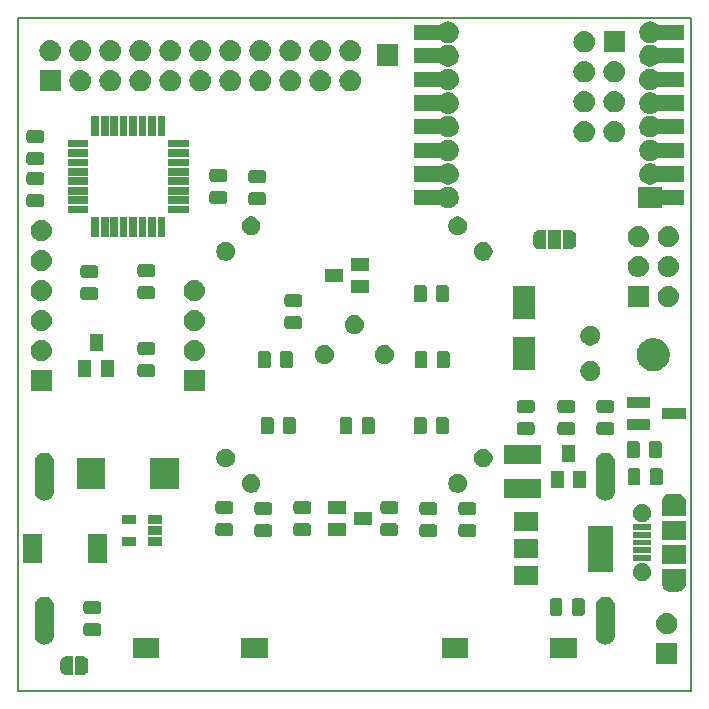
<source format=gbr>
%TF.GenerationSoftware,KiCad,Pcbnew,5.0.2-bee76a0~70~ubuntu18.04.1*%
%TF.CreationDate,2019-10-02T23:47:39+02:00*%
%TF.ProjectId,BT-Pcb-328P,42542d50-6362-42d3-9332-38502e6b6963,3.0*%
%TF.SameCoordinates,Original*%
%TF.FileFunction,Soldermask,Top*%
%TF.FilePolarity,Negative*%
%FSLAX46Y46*%
G04 Gerber Fmt 4.6, Leading zero omitted, Abs format (unit mm)*
G04 Created by KiCad (PCBNEW 5.0.2-bee76a0~70~ubuntu18.04.1) date mer 02 ott 2019 23:47:39 CEST*
%MOMM*%
%LPD*%
G01*
G04 APERTURE LIST*
%ADD10C,0.150000*%
G04 APERTURE END LIST*
D10*
X184040000Y-138320000D02*
X184040000Y-81320000D01*
X127040000Y-138320000D02*
X127040000Y-81320000D01*
X127040000Y-138320000D02*
X184040000Y-138320000D01*
X127040000Y-81320000D02*
X184040000Y-81320000D01*
G36*
X132488798Y-135346023D02*
X132492141Y-135346688D01*
X132497045Y-135346929D01*
X132522556Y-135346929D01*
X132537072Y-135348358D01*
X132628383Y-135366521D01*
X132642346Y-135370757D01*
X132728363Y-135406386D01*
X132741231Y-135413264D01*
X132818645Y-135464990D01*
X132829921Y-135474245D01*
X132895755Y-135540079D01*
X132905010Y-135551355D01*
X132956736Y-135628769D01*
X132963614Y-135641637D01*
X132999243Y-135727654D01*
X133003479Y-135741617D01*
X133021642Y-135832928D01*
X133023071Y-135847444D01*
X133023071Y-135872955D01*
X133024032Y-135882710D01*
X133024187Y-135883327D01*
X133025479Y-135896453D01*
X133025479Y-136391547D01*
X133023977Y-136406798D01*
X133023312Y-136410141D01*
X133023071Y-136415045D01*
X133023071Y-136440556D01*
X133021642Y-136455072D01*
X133003479Y-136546383D01*
X132999243Y-136560346D01*
X132963614Y-136646363D01*
X132956736Y-136659231D01*
X132905010Y-136736645D01*
X132895755Y-136747921D01*
X132829921Y-136813755D01*
X132818645Y-136823010D01*
X132741231Y-136874736D01*
X132728363Y-136881614D01*
X132642346Y-136917243D01*
X132628383Y-136921479D01*
X132537072Y-136939642D01*
X132522556Y-136941071D01*
X132497045Y-136941071D01*
X132487290Y-136942032D01*
X132486673Y-136942187D01*
X132473547Y-136943479D01*
X131978453Y-136943479D01*
X131966395Y-136942292D01*
X131957158Y-136939490D01*
X131948644Y-136934939D01*
X131941184Y-136928816D01*
X131935061Y-136921356D01*
X131930510Y-136912842D01*
X131927708Y-136903605D01*
X131926521Y-136891547D01*
X131926521Y-135396453D01*
X131927708Y-135384395D01*
X131930510Y-135375158D01*
X131935061Y-135366644D01*
X131941184Y-135359184D01*
X131948644Y-135353061D01*
X131957158Y-135348510D01*
X131966395Y-135345708D01*
X131978453Y-135344521D01*
X132473547Y-135344521D01*
X132488798Y-135346023D01*
X132488798Y-135346023D01*
G37*
G36*
X131685605Y-135345708D02*
X131694842Y-135348510D01*
X131703356Y-135353061D01*
X131710816Y-135359184D01*
X131716939Y-135366644D01*
X131721490Y-135375158D01*
X131724292Y-135384395D01*
X131725479Y-135396453D01*
X131725479Y-136891547D01*
X131724292Y-136903605D01*
X131721490Y-136912842D01*
X131716939Y-136921356D01*
X131710816Y-136928816D01*
X131703356Y-136934939D01*
X131694842Y-136939490D01*
X131685605Y-136942292D01*
X131673547Y-136943479D01*
X131178453Y-136943479D01*
X131163202Y-136941977D01*
X131159859Y-136941312D01*
X131154955Y-136941071D01*
X131129444Y-136941071D01*
X131114928Y-136939642D01*
X131023617Y-136921479D01*
X131009654Y-136917243D01*
X130923637Y-136881614D01*
X130910769Y-136874736D01*
X130833355Y-136823010D01*
X130822079Y-136813755D01*
X130756245Y-136747921D01*
X130746990Y-136736645D01*
X130695264Y-136659231D01*
X130688386Y-136646363D01*
X130652757Y-136560346D01*
X130648521Y-136546383D01*
X130630358Y-136455072D01*
X130628929Y-136440556D01*
X130628929Y-136415045D01*
X130627968Y-136405290D01*
X130627813Y-136404673D01*
X130626521Y-136391547D01*
X130626521Y-135896453D01*
X130628023Y-135881202D01*
X130628688Y-135877859D01*
X130628929Y-135872955D01*
X130628929Y-135847444D01*
X130630358Y-135832928D01*
X130648521Y-135741617D01*
X130652757Y-135727654D01*
X130688386Y-135641637D01*
X130695264Y-135628769D01*
X130746990Y-135551355D01*
X130756245Y-135540079D01*
X130822079Y-135474245D01*
X130833355Y-135464990D01*
X130910769Y-135413264D01*
X130923637Y-135406386D01*
X131009654Y-135370757D01*
X131023617Y-135366521D01*
X131114928Y-135348358D01*
X131129444Y-135346929D01*
X131154955Y-135346929D01*
X131164710Y-135345968D01*
X131165327Y-135345813D01*
X131178453Y-135344521D01*
X131673547Y-135344521D01*
X131685605Y-135345708D01*
X131685605Y-135345708D01*
G37*
G36*
X182890000Y-136027000D02*
X181092000Y-136027000D01*
X181092000Y-134229000D01*
X182890000Y-134229000D01*
X182890000Y-136027000D01*
X182890000Y-136027000D01*
G37*
G36*
X174395000Y-135469000D02*
X172117000Y-135469000D01*
X172117000Y-133771000D01*
X174395000Y-133771000D01*
X174395000Y-135469000D01*
X174395000Y-135469000D01*
G37*
G36*
X165195000Y-135469000D02*
X162917000Y-135469000D01*
X162917000Y-133771000D01*
X165195000Y-133771000D01*
X165195000Y-135469000D01*
X165195000Y-135469000D01*
G37*
G36*
X148233000Y-135469000D02*
X145955000Y-135469000D01*
X145955000Y-133771000D01*
X148233000Y-133771000D01*
X148233000Y-135469000D01*
X148233000Y-135469000D01*
G37*
G36*
X139033000Y-135469000D02*
X136755000Y-135469000D01*
X136755000Y-133771000D01*
X139033000Y-133771000D01*
X139033000Y-135469000D01*
X139033000Y-135469000D01*
G37*
G36*
X129444983Y-130315734D02*
X129597857Y-130362108D01*
X129738747Y-130437415D01*
X129767167Y-130460739D01*
X129862239Y-130538761D01*
X129906139Y-130592255D01*
X129963585Y-130662252D01*
X130033333Y-130792742D01*
X130038892Y-130803142D01*
X130085266Y-130956016D01*
X130097000Y-131075156D01*
X130097000Y-133592844D01*
X130085266Y-133711984D01*
X130038892Y-133864858D01*
X129963585Y-134005748D01*
X129912911Y-134067493D01*
X129862239Y-134129239D01*
X129800493Y-134179911D01*
X129738748Y-134230585D01*
X129597858Y-134305892D01*
X129444984Y-134352266D01*
X129286000Y-134367924D01*
X129127017Y-134352266D01*
X128974143Y-134305892D01*
X128833253Y-134230585D01*
X128771508Y-134179911D01*
X128709762Y-134129239D01*
X128659090Y-134067493D01*
X128608416Y-134005748D01*
X128533109Y-133864858D01*
X128486735Y-133711984D01*
X128475001Y-133592844D01*
X128475000Y-131075157D01*
X128486734Y-130956017D01*
X128533108Y-130803143D01*
X128533109Y-130803142D01*
X128608415Y-130662253D01*
X128665861Y-130592255D01*
X128709761Y-130538761D01*
X128777467Y-130483197D01*
X128833252Y-130437415D01*
X128974142Y-130362108D01*
X129127016Y-130315734D01*
X129286000Y-130300076D01*
X129444983Y-130315734D01*
X129444983Y-130315734D01*
G37*
G36*
X176944983Y-130315734D02*
X177097857Y-130362108D01*
X177238747Y-130437415D01*
X177267167Y-130460739D01*
X177362239Y-130538761D01*
X177406139Y-130592255D01*
X177463585Y-130662252D01*
X177533333Y-130792742D01*
X177538892Y-130803142D01*
X177585266Y-130956016D01*
X177597000Y-131075156D01*
X177597000Y-133592844D01*
X177585266Y-133711984D01*
X177538892Y-133864858D01*
X177463585Y-134005748D01*
X177412912Y-134067493D01*
X177362239Y-134129239D01*
X177300493Y-134179911D01*
X177238748Y-134230585D01*
X177097858Y-134305892D01*
X176944984Y-134352266D01*
X176786000Y-134367924D01*
X176627017Y-134352266D01*
X176474143Y-134305892D01*
X176333253Y-134230585D01*
X176271508Y-134179911D01*
X176209762Y-134129239D01*
X176159090Y-134067493D01*
X176108416Y-134005748D01*
X176033109Y-133864858D01*
X175986735Y-133711984D01*
X175975001Y-133592844D01*
X175975000Y-131075157D01*
X175986734Y-130956017D01*
X176033108Y-130803143D01*
X176033109Y-130803142D01*
X176108415Y-130662253D01*
X176165861Y-130592255D01*
X176209761Y-130538761D01*
X176277467Y-130483197D01*
X176333252Y-130437415D01*
X176474142Y-130362108D01*
X176627016Y-130315734D01*
X176786000Y-130300076D01*
X176944983Y-130315734D01*
X176944983Y-130315734D01*
G37*
G36*
X133903158Y-132564411D02*
X133948745Y-132578239D01*
X133990758Y-132600697D01*
X134027583Y-132630917D01*
X134057803Y-132667742D01*
X134080261Y-132709755D01*
X134094089Y-132755342D01*
X134099000Y-132805204D01*
X134099000Y-133386796D01*
X134094089Y-133436658D01*
X134080261Y-133482245D01*
X134057803Y-133524258D01*
X134027583Y-133561083D01*
X133990758Y-133591303D01*
X133948745Y-133613761D01*
X133903158Y-133627589D01*
X133853296Y-133632500D01*
X132846704Y-133632500D01*
X132796842Y-133627589D01*
X132751255Y-133613761D01*
X132709242Y-133591303D01*
X132672417Y-133561083D01*
X132642197Y-133524258D01*
X132619739Y-133482245D01*
X132605911Y-133436658D01*
X132601000Y-133386796D01*
X132601000Y-132805204D01*
X132605911Y-132755342D01*
X132619739Y-132709755D01*
X132642197Y-132667742D01*
X132672417Y-132630917D01*
X132709242Y-132600697D01*
X132751255Y-132578239D01*
X132796842Y-132564411D01*
X132846704Y-132559500D01*
X133853296Y-132559500D01*
X133903158Y-132564411D01*
X133903158Y-132564411D01*
G37*
G36*
X182167234Y-131702008D02*
X182282854Y-131737081D01*
X182336697Y-131753414D01*
X182375968Y-131774405D01*
X182492872Y-131836891D01*
X182629764Y-131949236D01*
X182742109Y-132086128D01*
X182795139Y-132185341D01*
X182825586Y-132242303D01*
X182825586Y-132242304D01*
X182876992Y-132411766D01*
X182894349Y-132588000D01*
X182876992Y-132764234D01*
X182841180Y-132882291D01*
X182825586Y-132933697D01*
X182795139Y-132990659D01*
X182742109Y-133089872D01*
X182629764Y-133226764D01*
X182492872Y-133339109D01*
X182403655Y-133386796D01*
X182336697Y-133422586D01*
X182290307Y-133436658D01*
X182167234Y-133473992D01*
X182035159Y-133487000D01*
X181946841Y-133487000D01*
X181814766Y-133473992D01*
X181691693Y-133436658D01*
X181645303Y-133422586D01*
X181578345Y-133386796D01*
X181489128Y-133339109D01*
X181352236Y-133226764D01*
X181239891Y-133089872D01*
X181186861Y-132990659D01*
X181156414Y-132933697D01*
X181140820Y-132882291D01*
X181105008Y-132764234D01*
X181087651Y-132588000D01*
X181105008Y-132411766D01*
X181156414Y-132242304D01*
X181156414Y-132242303D01*
X181186861Y-132185341D01*
X181239891Y-132086128D01*
X181352236Y-131949236D01*
X181489128Y-131836891D01*
X181606032Y-131774405D01*
X181645303Y-131753414D01*
X181699146Y-131737081D01*
X181814766Y-131702008D01*
X181946841Y-131689000D01*
X182035159Y-131689000D01*
X182167234Y-131702008D01*
X182167234Y-131702008D01*
G37*
G36*
X174838658Y-130446911D02*
X174884245Y-130460739D01*
X174926258Y-130483197D01*
X174963083Y-130513417D01*
X174993303Y-130550242D01*
X175015761Y-130592255D01*
X175029589Y-130637842D01*
X175034500Y-130687704D01*
X175034500Y-131694296D01*
X175029589Y-131744158D01*
X175015761Y-131789745D01*
X174993303Y-131831758D01*
X174963083Y-131868583D01*
X174926258Y-131898803D01*
X174884245Y-131921261D01*
X174838658Y-131935089D01*
X174788796Y-131940000D01*
X174207204Y-131940000D01*
X174157342Y-131935089D01*
X174111755Y-131921261D01*
X174069742Y-131898803D01*
X174032917Y-131868583D01*
X174002697Y-131831758D01*
X173980239Y-131789745D01*
X173966411Y-131744158D01*
X173961500Y-131694296D01*
X173961500Y-130687704D01*
X173966411Y-130637842D01*
X173980239Y-130592255D01*
X174002697Y-130550242D01*
X174032917Y-130513417D01*
X174069742Y-130483197D01*
X174111755Y-130460739D01*
X174157342Y-130446911D01*
X174207204Y-130442000D01*
X174788796Y-130442000D01*
X174838658Y-130446911D01*
X174838658Y-130446911D01*
G37*
G36*
X172963658Y-130446911D02*
X173009245Y-130460739D01*
X173051258Y-130483197D01*
X173088083Y-130513417D01*
X173118303Y-130550242D01*
X173140761Y-130592255D01*
X173154589Y-130637842D01*
X173159500Y-130687704D01*
X173159500Y-131694296D01*
X173154589Y-131744158D01*
X173140761Y-131789745D01*
X173118303Y-131831758D01*
X173088083Y-131868583D01*
X173051258Y-131898803D01*
X173009245Y-131921261D01*
X172963658Y-131935089D01*
X172913796Y-131940000D01*
X172332204Y-131940000D01*
X172282342Y-131935089D01*
X172236755Y-131921261D01*
X172194742Y-131898803D01*
X172157917Y-131868583D01*
X172127697Y-131831758D01*
X172105239Y-131789745D01*
X172091411Y-131744158D01*
X172086500Y-131694296D01*
X172086500Y-130687704D01*
X172091411Y-130637842D01*
X172105239Y-130592255D01*
X172127697Y-130550242D01*
X172157917Y-130513417D01*
X172194742Y-130483197D01*
X172236755Y-130460739D01*
X172282342Y-130446911D01*
X172332204Y-130442000D01*
X172913796Y-130442000D01*
X172963658Y-130446911D01*
X172963658Y-130446911D01*
G37*
G36*
X133903158Y-130689411D02*
X133948745Y-130703239D01*
X133990758Y-130725697D01*
X134027583Y-130755917D01*
X134057803Y-130792742D01*
X134080261Y-130834755D01*
X134094089Y-130880342D01*
X134099000Y-130930204D01*
X134099000Y-131511796D01*
X134094089Y-131561658D01*
X134080261Y-131607245D01*
X134057803Y-131649258D01*
X134027583Y-131686083D01*
X133990758Y-131716303D01*
X133948745Y-131738761D01*
X133903158Y-131752589D01*
X133853296Y-131757500D01*
X132846704Y-131757500D01*
X132796842Y-131752589D01*
X132751255Y-131738761D01*
X132709242Y-131716303D01*
X132672417Y-131686083D01*
X132642197Y-131649258D01*
X132619739Y-131607245D01*
X132605911Y-131561658D01*
X132601000Y-131511796D01*
X132601000Y-130930204D01*
X132605911Y-130880342D01*
X132619739Y-130834755D01*
X132642197Y-130792742D01*
X132672417Y-130755917D01*
X132709242Y-130725697D01*
X132751255Y-130703239D01*
X132796842Y-130689411D01*
X132846704Y-130684500D01*
X133853296Y-130684500D01*
X133903158Y-130689411D01*
X133903158Y-130689411D01*
G37*
G36*
X183592500Y-129195662D02*
X183592741Y-129200563D01*
X183595640Y-129230000D01*
X183592741Y-129259437D01*
X183592500Y-129264338D01*
X183592500Y-129305071D01*
X183589937Y-129309866D01*
X183587092Y-129319245D01*
X183586372Y-129324100D01*
X183583110Y-129357225D01*
X183545999Y-129479563D01*
X183485735Y-129592310D01*
X183404633Y-129691133D01*
X183305810Y-129772235D01*
X183193063Y-129832499D01*
X183070726Y-129869610D01*
X182975384Y-129879000D01*
X182211616Y-129879000D01*
X182116274Y-129869610D01*
X181993937Y-129832499D01*
X181881190Y-129772235D01*
X181782367Y-129691133D01*
X181701265Y-129592310D01*
X181641001Y-129479563D01*
X181603890Y-129357225D01*
X181600628Y-129324100D01*
X181598716Y-129314486D01*
X181594965Y-129305431D01*
X181594500Y-129304735D01*
X181594500Y-129264338D01*
X181594259Y-129259437D01*
X181591360Y-129230000D01*
X181594259Y-129200563D01*
X181594500Y-129195662D01*
X181594500Y-127981000D01*
X183592500Y-127981000D01*
X183592500Y-129195662D01*
X183592500Y-129195662D01*
G37*
G36*
X171127000Y-129337000D02*
X169029000Y-129337000D01*
X169029000Y-127739000D01*
X171127000Y-127739000D01*
X171127000Y-129337000D01*
X171127000Y-129337000D01*
G37*
G36*
X180119267Y-127485744D02*
X180260126Y-127544090D01*
X180386044Y-127628226D01*
X180386899Y-127628797D01*
X180494703Y-127736601D01*
X180494705Y-127736604D01*
X180579410Y-127863374D01*
X180637756Y-128004233D01*
X180667500Y-128153768D01*
X180667500Y-128306232D01*
X180637756Y-128455767D01*
X180579410Y-128596626D01*
X180518513Y-128687765D01*
X180494703Y-128723399D01*
X180386899Y-128831203D01*
X180386896Y-128831205D01*
X180260126Y-128915910D01*
X180119267Y-128974256D01*
X179969733Y-129004000D01*
X179817267Y-129004000D01*
X179667733Y-128974256D01*
X179526874Y-128915910D01*
X179400104Y-128831205D01*
X179400101Y-128831203D01*
X179292297Y-128723399D01*
X179268487Y-128687765D01*
X179207590Y-128596626D01*
X179149244Y-128455767D01*
X179119500Y-128306232D01*
X179119500Y-128153768D01*
X179149244Y-128004233D01*
X179207590Y-127863374D01*
X179292295Y-127736604D01*
X179292297Y-127736601D01*
X179400101Y-127628797D01*
X179400956Y-127628226D01*
X179526874Y-127544090D01*
X179667733Y-127485744D01*
X179817267Y-127456000D01*
X179969733Y-127456000D01*
X180119267Y-127485744D01*
X180119267Y-127485744D01*
G37*
G36*
X177427000Y-128187000D02*
X175329000Y-128187000D01*
X175329000Y-124289000D01*
X177427000Y-124289000D01*
X177427000Y-128187000D01*
X177427000Y-128187000D01*
G37*
G36*
X183592500Y-127529000D02*
X181594500Y-127529000D01*
X181594500Y-125931000D01*
X183592500Y-125931000D01*
X183592500Y-127529000D01*
X183592500Y-127529000D01*
G37*
G36*
X129113000Y-127487000D02*
X127515000Y-127487000D01*
X127515000Y-124989000D01*
X129113000Y-124989000D01*
X129113000Y-127487000D01*
X129113000Y-127487000D01*
G37*
G36*
X134613000Y-127487000D02*
X133015000Y-127487000D01*
X133015000Y-124989000D01*
X134613000Y-124989000D01*
X134613000Y-127487000D01*
X134613000Y-127487000D01*
G37*
G36*
X180617500Y-127279000D02*
X179169500Y-127279000D01*
X179169500Y-126781000D01*
X180617500Y-126781000D01*
X180617500Y-127279000D01*
X180617500Y-127279000D01*
G37*
G36*
X171127000Y-127037000D02*
X169029000Y-127037000D01*
X169029000Y-125439000D01*
X171127000Y-125439000D01*
X171127000Y-127037000D01*
X171127000Y-127037000D01*
G37*
G36*
X180617500Y-126629000D02*
X179169500Y-126629000D01*
X179169500Y-126131000D01*
X180617500Y-126131000D01*
X180617500Y-126629000D01*
X180617500Y-126629000D01*
G37*
G36*
X137063000Y-126038000D02*
X135905000Y-126038000D01*
X135905000Y-125290000D01*
X137063000Y-125290000D01*
X137063000Y-126038000D01*
X137063000Y-126038000D01*
G37*
G36*
X139263000Y-126038000D02*
X138105000Y-126038000D01*
X138105000Y-125290000D01*
X139263000Y-125290000D01*
X139263000Y-126038000D01*
X139263000Y-126038000D01*
G37*
G36*
X180617500Y-125979000D02*
X179169500Y-125979000D01*
X179169500Y-125481000D01*
X180617500Y-125481000D01*
X180617500Y-125979000D01*
X180617500Y-125979000D01*
G37*
G36*
X183592500Y-125529000D02*
X181594500Y-125529000D01*
X181594500Y-123931000D01*
X183592500Y-123931000D01*
X183592500Y-125529000D01*
X183592500Y-125529000D01*
G37*
G36*
X180617500Y-125329000D02*
X179169500Y-125329000D01*
X179169500Y-124831000D01*
X180617500Y-124831000D01*
X180617500Y-125329000D01*
X180617500Y-125329000D01*
G37*
G36*
X162351158Y-124182411D02*
X162396745Y-124196239D01*
X162438758Y-124218697D01*
X162475583Y-124248917D01*
X162505803Y-124285742D01*
X162528261Y-124327755D01*
X162542089Y-124373342D01*
X162547000Y-124423204D01*
X162547000Y-125004796D01*
X162542089Y-125054658D01*
X162528261Y-125100245D01*
X162505803Y-125142258D01*
X162475583Y-125179083D01*
X162438758Y-125209303D01*
X162396745Y-125231761D01*
X162351158Y-125245589D01*
X162301296Y-125250500D01*
X161294704Y-125250500D01*
X161244842Y-125245589D01*
X161199255Y-125231761D01*
X161157242Y-125209303D01*
X161120417Y-125179083D01*
X161090197Y-125142258D01*
X161067739Y-125100245D01*
X161053911Y-125054658D01*
X161049000Y-125004796D01*
X161049000Y-124423204D01*
X161053911Y-124373342D01*
X161067739Y-124327755D01*
X161090197Y-124285742D01*
X161120417Y-124248917D01*
X161157242Y-124218697D01*
X161199255Y-124196239D01*
X161244842Y-124182411D01*
X161294704Y-124177500D01*
X162301296Y-124177500D01*
X162351158Y-124182411D01*
X162351158Y-124182411D01*
G37*
G36*
X148381158Y-124182411D02*
X148426745Y-124196239D01*
X148468758Y-124218697D01*
X148505583Y-124248917D01*
X148535803Y-124285742D01*
X148558261Y-124327755D01*
X148572089Y-124373342D01*
X148577000Y-124423204D01*
X148577000Y-125004796D01*
X148572089Y-125054658D01*
X148558261Y-125100245D01*
X148535803Y-125142258D01*
X148505583Y-125179083D01*
X148468758Y-125209303D01*
X148426745Y-125231761D01*
X148381158Y-125245589D01*
X148331296Y-125250500D01*
X147324704Y-125250500D01*
X147274842Y-125245589D01*
X147229255Y-125231761D01*
X147187242Y-125209303D01*
X147150417Y-125179083D01*
X147120197Y-125142258D01*
X147097739Y-125100245D01*
X147083911Y-125054658D01*
X147079000Y-125004796D01*
X147079000Y-124423204D01*
X147083911Y-124373342D01*
X147097739Y-124327755D01*
X147120197Y-124285742D01*
X147150417Y-124248917D01*
X147187242Y-124218697D01*
X147229255Y-124196239D01*
X147274842Y-124182411D01*
X147324704Y-124177500D01*
X148331296Y-124177500D01*
X148381158Y-124182411D01*
X148381158Y-124182411D01*
G37*
G36*
X165653158Y-124182411D02*
X165698745Y-124196239D01*
X165740758Y-124218697D01*
X165777583Y-124248917D01*
X165807803Y-124285742D01*
X165830261Y-124327755D01*
X165844089Y-124373342D01*
X165849000Y-124423204D01*
X165849000Y-125004796D01*
X165844089Y-125054658D01*
X165830261Y-125100245D01*
X165807803Y-125142258D01*
X165777583Y-125179083D01*
X165740758Y-125209303D01*
X165698745Y-125231761D01*
X165653158Y-125245589D01*
X165603296Y-125250500D01*
X164596704Y-125250500D01*
X164546842Y-125245589D01*
X164501255Y-125231761D01*
X164459242Y-125209303D01*
X164422417Y-125179083D01*
X164392197Y-125142258D01*
X164369739Y-125100245D01*
X164355911Y-125054658D01*
X164351000Y-125004796D01*
X164351000Y-124423204D01*
X164355911Y-124373342D01*
X164369739Y-124327755D01*
X164392197Y-124285742D01*
X164422417Y-124248917D01*
X164459242Y-124218697D01*
X164501255Y-124196239D01*
X164546842Y-124182411D01*
X164596704Y-124177500D01*
X165603296Y-124177500D01*
X165653158Y-124182411D01*
X165653158Y-124182411D01*
G37*
G36*
X154843000Y-125197000D02*
X153345000Y-125197000D01*
X153345000Y-124099000D01*
X154843000Y-124099000D01*
X154843000Y-125197000D01*
X154843000Y-125197000D01*
G37*
G36*
X151683158Y-124103911D02*
X151728745Y-124117739D01*
X151770758Y-124140197D01*
X151807583Y-124170417D01*
X151837803Y-124207242D01*
X151860261Y-124249255D01*
X151874089Y-124294842D01*
X151879000Y-124344704D01*
X151879000Y-124926296D01*
X151874089Y-124976158D01*
X151860261Y-125021745D01*
X151837803Y-125063758D01*
X151807583Y-125100583D01*
X151770758Y-125130803D01*
X151728745Y-125153261D01*
X151683158Y-125167089D01*
X151633296Y-125172000D01*
X150626704Y-125172000D01*
X150576842Y-125167089D01*
X150531255Y-125153261D01*
X150489242Y-125130803D01*
X150452417Y-125100583D01*
X150422197Y-125063758D01*
X150399739Y-125021745D01*
X150385911Y-124976158D01*
X150381000Y-124926296D01*
X150381000Y-124344704D01*
X150385911Y-124294842D01*
X150399739Y-124249255D01*
X150422197Y-124207242D01*
X150452417Y-124170417D01*
X150489242Y-124140197D01*
X150531255Y-124117739D01*
X150576842Y-124103911D01*
X150626704Y-124099000D01*
X151633296Y-124099000D01*
X151683158Y-124103911D01*
X151683158Y-124103911D01*
G37*
G36*
X159049158Y-124103911D02*
X159094745Y-124117739D01*
X159136758Y-124140197D01*
X159173583Y-124170417D01*
X159203803Y-124207242D01*
X159226261Y-124249255D01*
X159240089Y-124294842D01*
X159245000Y-124344704D01*
X159245000Y-124926296D01*
X159240089Y-124976158D01*
X159226261Y-125021745D01*
X159203803Y-125063758D01*
X159173583Y-125100583D01*
X159136758Y-125130803D01*
X159094745Y-125153261D01*
X159049158Y-125167089D01*
X158999296Y-125172000D01*
X157992704Y-125172000D01*
X157942842Y-125167089D01*
X157897255Y-125153261D01*
X157855242Y-125130803D01*
X157818417Y-125100583D01*
X157788197Y-125063758D01*
X157765739Y-125021745D01*
X157751911Y-124976158D01*
X157747000Y-124926296D01*
X157747000Y-124344704D01*
X157751911Y-124294842D01*
X157765739Y-124249255D01*
X157788197Y-124207242D01*
X157818417Y-124170417D01*
X157855242Y-124140197D01*
X157897255Y-124117739D01*
X157942842Y-124103911D01*
X157992704Y-124099000D01*
X158999296Y-124099000D01*
X159049158Y-124103911D01*
X159049158Y-124103911D01*
G37*
G36*
X145079158Y-124103911D02*
X145124745Y-124117739D01*
X145166758Y-124140197D01*
X145203583Y-124170417D01*
X145233803Y-124207242D01*
X145256261Y-124249255D01*
X145270089Y-124294842D01*
X145275000Y-124344704D01*
X145275000Y-124926296D01*
X145270089Y-124976158D01*
X145256261Y-125021745D01*
X145233803Y-125063758D01*
X145203583Y-125100583D01*
X145166758Y-125130803D01*
X145124745Y-125153261D01*
X145079158Y-125167089D01*
X145029296Y-125172000D01*
X144022704Y-125172000D01*
X143972842Y-125167089D01*
X143927255Y-125153261D01*
X143885242Y-125130803D01*
X143848417Y-125100583D01*
X143818197Y-125063758D01*
X143795739Y-125021745D01*
X143781911Y-124976158D01*
X143777000Y-124926296D01*
X143777000Y-124344704D01*
X143781911Y-124294842D01*
X143795739Y-124249255D01*
X143818197Y-124207242D01*
X143848417Y-124170417D01*
X143885242Y-124140197D01*
X143927255Y-124117739D01*
X143972842Y-124103911D01*
X144022704Y-124099000D01*
X145029296Y-124099000D01*
X145079158Y-124103911D01*
X145079158Y-124103911D01*
G37*
G36*
X139263000Y-125088000D02*
X138105000Y-125088000D01*
X138105000Y-124340000D01*
X139263000Y-124340000D01*
X139263000Y-125088000D01*
X139263000Y-125088000D01*
G37*
G36*
X171127000Y-124737000D02*
X169029000Y-124737000D01*
X169029000Y-123139000D01*
X171127000Y-123139000D01*
X171127000Y-124737000D01*
X171127000Y-124737000D01*
G37*
G36*
X180617500Y-124679000D02*
X179169500Y-124679000D01*
X179169500Y-124181000D01*
X180617500Y-124181000D01*
X180617500Y-124679000D01*
X180617500Y-124679000D01*
G37*
G36*
X157043000Y-124247000D02*
X155545000Y-124247000D01*
X155545000Y-123149000D01*
X157043000Y-123149000D01*
X157043000Y-124247000D01*
X157043000Y-124247000D01*
G37*
G36*
X137063000Y-124138000D02*
X135905000Y-124138000D01*
X135905000Y-123390000D01*
X137063000Y-123390000D01*
X137063000Y-124138000D01*
X137063000Y-124138000D01*
G37*
G36*
X139263000Y-124138000D02*
X138105000Y-124138000D01*
X138105000Y-123390000D01*
X139263000Y-123390000D01*
X139263000Y-124138000D01*
X139263000Y-124138000D01*
G37*
G36*
X180088193Y-122479563D02*
X180119267Y-122485744D01*
X180260126Y-122544090D01*
X180332292Y-122592310D01*
X180386899Y-122628797D01*
X180494703Y-122736601D01*
X180494705Y-122736604D01*
X180579410Y-122863374D01*
X180637756Y-123004233D01*
X180667500Y-123153767D01*
X180667500Y-123306233D01*
X180657449Y-123356761D01*
X180637756Y-123455767D01*
X180579410Y-123596626D01*
X180495274Y-123722544D01*
X180494703Y-123723399D01*
X180386899Y-123831203D01*
X180386896Y-123831205D01*
X180260126Y-123915910D01*
X180119267Y-123974256D01*
X179969733Y-124004000D01*
X179817267Y-124004000D01*
X179667733Y-123974256D01*
X179526874Y-123915910D01*
X179400104Y-123831205D01*
X179400101Y-123831203D01*
X179292297Y-123723399D01*
X179291726Y-123722544D01*
X179207590Y-123596626D01*
X179149244Y-123455767D01*
X179129551Y-123356761D01*
X179119500Y-123306233D01*
X179119500Y-123153767D01*
X179149244Y-123004233D01*
X179207590Y-122863374D01*
X179292295Y-122736604D01*
X179292297Y-122736601D01*
X179400101Y-122628797D01*
X179454708Y-122592310D01*
X179526874Y-122544090D01*
X179667733Y-122485744D01*
X179698807Y-122479563D01*
X179817267Y-122456000D01*
X179969733Y-122456000D01*
X180088193Y-122479563D01*
X180088193Y-122479563D01*
G37*
G36*
X183070726Y-121590390D02*
X183193063Y-121627501D01*
X183305810Y-121687765D01*
X183305812Y-121687766D01*
X183305811Y-121687766D01*
X183404633Y-121768867D01*
X183485734Y-121867689D01*
X183545999Y-121980437D01*
X183583110Y-122102775D01*
X183586372Y-122135900D01*
X183588284Y-122145514D01*
X183592035Y-122154569D01*
X183592500Y-122155265D01*
X183592500Y-122195662D01*
X183592741Y-122200563D01*
X183595640Y-122230000D01*
X183592741Y-122259437D01*
X183592500Y-122264338D01*
X183592500Y-123479000D01*
X181594500Y-123479000D01*
X181594500Y-122264338D01*
X181594259Y-122259437D01*
X181591360Y-122230000D01*
X181594259Y-122200563D01*
X181594500Y-122195662D01*
X181594500Y-122154929D01*
X181597063Y-122150134D01*
X181599908Y-122140755D01*
X181600628Y-122135900D01*
X181603890Y-122102775D01*
X181641001Y-121980437D01*
X181701266Y-121867689D01*
X181782367Y-121768867D01*
X181881189Y-121687766D01*
X181881188Y-121687766D01*
X181881190Y-121687765D01*
X181993937Y-121627501D01*
X182116274Y-121590390D01*
X182211616Y-121581000D01*
X182975384Y-121581000D01*
X183070726Y-121590390D01*
X183070726Y-121590390D01*
G37*
G36*
X162351158Y-122307411D02*
X162396745Y-122321239D01*
X162438758Y-122343697D01*
X162475583Y-122373917D01*
X162505803Y-122410742D01*
X162528261Y-122452755D01*
X162542089Y-122498342D01*
X162547000Y-122548204D01*
X162547000Y-123129796D01*
X162542089Y-123179658D01*
X162528261Y-123225245D01*
X162505803Y-123267258D01*
X162475583Y-123304083D01*
X162438758Y-123334303D01*
X162396745Y-123356761D01*
X162351158Y-123370589D01*
X162301296Y-123375500D01*
X161294704Y-123375500D01*
X161244842Y-123370589D01*
X161199255Y-123356761D01*
X161157242Y-123334303D01*
X161120417Y-123304083D01*
X161090197Y-123267258D01*
X161067739Y-123225245D01*
X161053911Y-123179658D01*
X161049000Y-123129796D01*
X161049000Y-122548204D01*
X161053911Y-122498342D01*
X161067739Y-122452755D01*
X161090197Y-122410742D01*
X161120417Y-122373917D01*
X161157242Y-122343697D01*
X161199255Y-122321239D01*
X161244842Y-122307411D01*
X161294704Y-122302500D01*
X162301296Y-122302500D01*
X162351158Y-122307411D01*
X162351158Y-122307411D01*
G37*
G36*
X148381158Y-122307411D02*
X148426745Y-122321239D01*
X148468758Y-122343697D01*
X148505583Y-122373917D01*
X148535803Y-122410742D01*
X148558261Y-122452755D01*
X148572089Y-122498342D01*
X148577000Y-122548204D01*
X148577000Y-123129796D01*
X148572089Y-123179658D01*
X148558261Y-123225245D01*
X148535803Y-123267258D01*
X148505583Y-123304083D01*
X148468758Y-123334303D01*
X148426745Y-123356761D01*
X148381158Y-123370589D01*
X148331296Y-123375500D01*
X147324704Y-123375500D01*
X147274842Y-123370589D01*
X147229255Y-123356761D01*
X147187242Y-123334303D01*
X147150417Y-123304083D01*
X147120197Y-123267258D01*
X147097739Y-123225245D01*
X147083911Y-123179658D01*
X147079000Y-123129796D01*
X147079000Y-122548204D01*
X147083911Y-122498342D01*
X147097739Y-122452755D01*
X147120197Y-122410742D01*
X147150417Y-122373917D01*
X147187242Y-122343697D01*
X147229255Y-122321239D01*
X147274842Y-122307411D01*
X147324704Y-122302500D01*
X148331296Y-122302500D01*
X148381158Y-122307411D01*
X148381158Y-122307411D01*
G37*
G36*
X165653158Y-122307411D02*
X165698745Y-122321239D01*
X165740758Y-122343697D01*
X165777583Y-122373917D01*
X165807803Y-122410742D01*
X165830261Y-122452755D01*
X165844089Y-122498342D01*
X165849000Y-122548204D01*
X165849000Y-123129796D01*
X165844089Y-123179658D01*
X165830261Y-123225245D01*
X165807803Y-123267258D01*
X165777583Y-123304083D01*
X165740758Y-123334303D01*
X165698745Y-123356761D01*
X165653158Y-123370589D01*
X165603296Y-123375500D01*
X164596704Y-123375500D01*
X164546842Y-123370589D01*
X164501255Y-123356761D01*
X164459242Y-123334303D01*
X164422417Y-123304083D01*
X164392197Y-123267258D01*
X164369739Y-123225245D01*
X164355911Y-123179658D01*
X164351000Y-123129796D01*
X164351000Y-122548204D01*
X164355911Y-122498342D01*
X164369739Y-122452755D01*
X164392197Y-122410742D01*
X164422417Y-122373917D01*
X164459242Y-122343697D01*
X164501255Y-122321239D01*
X164546842Y-122307411D01*
X164596704Y-122302500D01*
X165603296Y-122302500D01*
X165653158Y-122307411D01*
X165653158Y-122307411D01*
G37*
G36*
X159049158Y-122228911D02*
X159094745Y-122242739D01*
X159136758Y-122265197D01*
X159173583Y-122295417D01*
X159203803Y-122332242D01*
X159226261Y-122374255D01*
X159240089Y-122419842D01*
X159245000Y-122469704D01*
X159245000Y-123051296D01*
X159240089Y-123101158D01*
X159226261Y-123146745D01*
X159203803Y-123188758D01*
X159173583Y-123225583D01*
X159136758Y-123255803D01*
X159094745Y-123278261D01*
X159049158Y-123292089D01*
X158999296Y-123297000D01*
X157992704Y-123297000D01*
X157942842Y-123292089D01*
X157897255Y-123278261D01*
X157855242Y-123255803D01*
X157818417Y-123225583D01*
X157788197Y-123188758D01*
X157765739Y-123146745D01*
X157751911Y-123101158D01*
X157747000Y-123051296D01*
X157747000Y-122469704D01*
X157751911Y-122419842D01*
X157765739Y-122374255D01*
X157788197Y-122332242D01*
X157818417Y-122295417D01*
X157855242Y-122265197D01*
X157897255Y-122242739D01*
X157942842Y-122228911D01*
X157992704Y-122224000D01*
X158999296Y-122224000D01*
X159049158Y-122228911D01*
X159049158Y-122228911D01*
G37*
G36*
X154843000Y-123297000D02*
X153345000Y-123297000D01*
X153345000Y-122199000D01*
X154843000Y-122199000D01*
X154843000Y-123297000D01*
X154843000Y-123297000D01*
G37*
G36*
X151683158Y-122228911D02*
X151728745Y-122242739D01*
X151770758Y-122265197D01*
X151807583Y-122295417D01*
X151837803Y-122332242D01*
X151860261Y-122374255D01*
X151874089Y-122419842D01*
X151879000Y-122469704D01*
X151879000Y-123051296D01*
X151874089Y-123101158D01*
X151860261Y-123146745D01*
X151837803Y-123188758D01*
X151807583Y-123225583D01*
X151770758Y-123255803D01*
X151728745Y-123278261D01*
X151683158Y-123292089D01*
X151633296Y-123297000D01*
X150626704Y-123297000D01*
X150576842Y-123292089D01*
X150531255Y-123278261D01*
X150489242Y-123255803D01*
X150452417Y-123225583D01*
X150422197Y-123188758D01*
X150399739Y-123146745D01*
X150385911Y-123101158D01*
X150381000Y-123051296D01*
X150381000Y-122469704D01*
X150385911Y-122419842D01*
X150399739Y-122374255D01*
X150422197Y-122332242D01*
X150452417Y-122295417D01*
X150489242Y-122265197D01*
X150531255Y-122242739D01*
X150576842Y-122228911D01*
X150626704Y-122224000D01*
X151633296Y-122224000D01*
X151683158Y-122228911D01*
X151683158Y-122228911D01*
G37*
G36*
X145079158Y-122228911D02*
X145124745Y-122242739D01*
X145166758Y-122265197D01*
X145203583Y-122295417D01*
X145233803Y-122332242D01*
X145256261Y-122374255D01*
X145270089Y-122419842D01*
X145275000Y-122469704D01*
X145275000Y-123051296D01*
X145270089Y-123101158D01*
X145256261Y-123146745D01*
X145233803Y-123188758D01*
X145203583Y-123225583D01*
X145166758Y-123255803D01*
X145124745Y-123278261D01*
X145079158Y-123292089D01*
X145029296Y-123297000D01*
X144022704Y-123297000D01*
X143972842Y-123292089D01*
X143927255Y-123278261D01*
X143885242Y-123255803D01*
X143848417Y-123225583D01*
X143818197Y-123188758D01*
X143795739Y-123146745D01*
X143781911Y-123101158D01*
X143777000Y-123051296D01*
X143777000Y-122469704D01*
X143781911Y-122419842D01*
X143795739Y-122374255D01*
X143818197Y-122332242D01*
X143848417Y-122295417D01*
X143885242Y-122265197D01*
X143927255Y-122242739D01*
X143972842Y-122228911D01*
X144022704Y-122224000D01*
X145029296Y-122224000D01*
X145079158Y-122228911D01*
X145079158Y-122228911D01*
G37*
G36*
X129442984Y-118123734D02*
X129595858Y-118170108D01*
X129736748Y-118245415D01*
X129798493Y-118296088D01*
X129860239Y-118346761D01*
X129910912Y-118408507D01*
X129961585Y-118470252D01*
X130022695Y-118584581D01*
X130036892Y-118611142D01*
X130083266Y-118764016D01*
X130095000Y-118883156D01*
X130095000Y-121400844D01*
X130083266Y-121519984D01*
X130061908Y-121590390D01*
X130036892Y-121672858D01*
X129961585Y-121813748D01*
X129917316Y-121867689D01*
X129860239Y-121937239D01*
X129780528Y-122002655D01*
X129736747Y-122038585D01*
X129595857Y-122113892D01*
X129442983Y-122160266D01*
X129284000Y-122175924D01*
X129125016Y-122160266D01*
X128972142Y-122113892D01*
X128831252Y-122038585D01*
X128760399Y-121980437D01*
X128707761Y-121937239D01*
X128642345Y-121857528D01*
X128606415Y-121813747D01*
X128531108Y-121672857D01*
X128484734Y-121519983D01*
X128473000Y-121400843D01*
X128473001Y-118883156D01*
X128484735Y-118764016D01*
X128531109Y-118611142D01*
X128545306Y-118584581D01*
X128606416Y-118470252D01*
X128657089Y-118408507D01*
X128707762Y-118346761D01*
X128769508Y-118296088D01*
X128831253Y-118245415D01*
X128972143Y-118170108D01*
X129125017Y-118123734D01*
X129284000Y-118108076D01*
X129442984Y-118123734D01*
X129442984Y-118123734D01*
G37*
G36*
X176942984Y-118123734D02*
X177095858Y-118170108D01*
X177236748Y-118245415D01*
X177298493Y-118296088D01*
X177360239Y-118346761D01*
X177410912Y-118408507D01*
X177461585Y-118470252D01*
X177522695Y-118584581D01*
X177536892Y-118611142D01*
X177583266Y-118764016D01*
X177595000Y-118883156D01*
X177595000Y-121400844D01*
X177583266Y-121519984D01*
X177561908Y-121590390D01*
X177536892Y-121672858D01*
X177461585Y-121813748D01*
X177417316Y-121867689D01*
X177360239Y-121937239D01*
X177280528Y-122002655D01*
X177236747Y-122038585D01*
X177095857Y-122113892D01*
X176942983Y-122160266D01*
X176784000Y-122175924D01*
X176625016Y-122160266D01*
X176472142Y-122113892D01*
X176331252Y-122038585D01*
X176260399Y-121980437D01*
X176207761Y-121937239D01*
X176142345Y-121857528D01*
X176106415Y-121813747D01*
X176031108Y-121672857D01*
X175984734Y-121519983D01*
X175973000Y-121400843D01*
X175973001Y-118883156D01*
X175984735Y-118764016D01*
X176031109Y-118611142D01*
X176045306Y-118584581D01*
X176106416Y-118470252D01*
X176157089Y-118408507D01*
X176207762Y-118346761D01*
X176269508Y-118296088D01*
X176331253Y-118245415D01*
X176472143Y-118170108D01*
X176625017Y-118123734D01*
X176784000Y-118108076D01*
X176942984Y-118123734D01*
X176942984Y-118123734D01*
G37*
G36*
X171358000Y-121962000D02*
X168240000Y-121962000D01*
X168240000Y-120354000D01*
X171358000Y-120354000D01*
X171358000Y-121962000D01*
X171358000Y-121962000D01*
G37*
G36*
X164523060Y-119951705D02*
X164668468Y-120011935D01*
X164799333Y-120099376D01*
X164910624Y-120210667D01*
X164998065Y-120341532D01*
X165058295Y-120486940D01*
X165089000Y-120641305D01*
X165089000Y-120798695D01*
X165058295Y-120953060D01*
X164998065Y-121098468D01*
X164910624Y-121229333D01*
X164799333Y-121340624D01*
X164668468Y-121428065D01*
X164523060Y-121488295D01*
X164368695Y-121519000D01*
X164211305Y-121519000D01*
X164056940Y-121488295D01*
X163911532Y-121428065D01*
X163780667Y-121340624D01*
X163669376Y-121229333D01*
X163581935Y-121098468D01*
X163521705Y-120953060D01*
X163491000Y-120798695D01*
X163491000Y-120641305D01*
X163521705Y-120486940D01*
X163581935Y-120341532D01*
X163669376Y-120210667D01*
X163780667Y-120099376D01*
X163911532Y-120011935D01*
X164056940Y-119951705D01*
X164211305Y-119921000D01*
X164368695Y-119921000D01*
X164523060Y-119951705D01*
X164523060Y-119951705D01*
G37*
G36*
X147023060Y-119951705D02*
X147168468Y-120011935D01*
X147299333Y-120099376D01*
X147410624Y-120210667D01*
X147498065Y-120341532D01*
X147558295Y-120486940D01*
X147589000Y-120641305D01*
X147589000Y-120798695D01*
X147558295Y-120953060D01*
X147498065Y-121098468D01*
X147410624Y-121229333D01*
X147299333Y-121340624D01*
X147168468Y-121428065D01*
X147023060Y-121488295D01*
X146868695Y-121519000D01*
X146711305Y-121519000D01*
X146556940Y-121488295D01*
X146411532Y-121428065D01*
X146280667Y-121340624D01*
X146169376Y-121229333D01*
X146081935Y-121098468D01*
X146021705Y-120953060D01*
X145991000Y-120798695D01*
X145991000Y-120641305D01*
X146021705Y-120486940D01*
X146081935Y-120341532D01*
X146169376Y-120210667D01*
X146280667Y-120099376D01*
X146411532Y-120011935D01*
X146556940Y-119951705D01*
X146711305Y-119921000D01*
X146868695Y-119921000D01*
X147023060Y-119951705D01*
X147023060Y-119951705D01*
G37*
G36*
X134450000Y-121197000D02*
X132042000Y-121197000D01*
X132042000Y-118579000D01*
X134450000Y-118579000D01*
X134450000Y-121197000D01*
X134450000Y-121197000D01*
G37*
G36*
X140650000Y-121197000D02*
X138242000Y-121197000D01*
X138242000Y-118579000D01*
X140650000Y-118579000D01*
X140650000Y-121197000D01*
X140650000Y-121197000D01*
G37*
G36*
X173274000Y-121145000D02*
X172176000Y-121145000D01*
X172176000Y-119647000D01*
X173274000Y-119647000D01*
X173274000Y-121145000D01*
X173274000Y-121145000D01*
G37*
G36*
X175174000Y-121145000D02*
X174076000Y-121145000D01*
X174076000Y-119647000D01*
X175174000Y-119647000D01*
X175174000Y-121145000D01*
X175174000Y-121145000D01*
G37*
G36*
X179567658Y-119397911D02*
X179613245Y-119411739D01*
X179655258Y-119434197D01*
X179692083Y-119464417D01*
X179722303Y-119501242D01*
X179744761Y-119543255D01*
X179758589Y-119588842D01*
X179763500Y-119638704D01*
X179763500Y-120645296D01*
X179758589Y-120695158D01*
X179744761Y-120740745D01*
X179722303Y-120782758D01*
X179692083Y-120819583D01*
X179655258Y-120849803D01*
X179613245Y-120872261D01*
X179567658Y-120886089D01*
X179517796Y-120891000D01*
X178936204Y-120891000D01*
X178886342Y-120886089D01*
X178840755Y-120872261D01*
X178798742Y-120849803D01*
X178761917Y-120819583D01*
X178731697Y-120782758D01*
X178709239Y-120740745D01*
X178695411Y-120695158D01*
X178690500Y-120645296D01*
X178690500Y-119638704D01*
X178695411Y-119588842D01*
X178709239Y-119543255D01*
X178731697Y-119501242D01*
X178761917Y-119464417D01*
X178798742Y-119434197D01*
X178840755Y-119411739D01*
X178886342Y-119397911D01*
X178936204Y-119393000D01*
X179517796Y-119393000D01*
X179567658Y-119397911D01*
X179567658Y-119397911D01*
G37*
G36*
X181442658Y-119397911D02*
X181488245Y-119411739D01*
X181530258Y-119434197D01*
X181567083Y-119464417D01*
X181597303Y-119501242D01*
X181619761Y-119543255D01*
X181633589Y-119588842D01*
X181638500Y-119638704D01*
X181638500Y-120645296D01*
X181633589Y-120695158D01*
X181619761Y-120740745D01*
X181597303Y-120782758D01*
X181567083Y-120819583D01*
X181530258Y-120849803D01*
X181488245Y-120872261D01*
X181442658Y-120886089D01*
X181392796Y-120891000D01*
X180811204Y-120891000D01*
X180761342Y-120886089D01*
X180715755Y-120872261D01*
X180673742Y-120849803D01*
X180636917Y-120819583D01*
X180606697Y-120782758D01*
X180584239Y-120740745D01*
X180570411Y-120695158D01*
X180565500Y-120645296D01*
X180565500Y-119638704D01*
X180570411Y-119588842D01*
X180584239Y-119543255D01*
X180606697Y-119501242D01*
X180636917Y-119464417D01*
X180673742Y-119434197D01*
X180715755Y-119411739D01*
X180761342Y-119397911D01*
X180811204Y-119393000D01*
X181392796Y-119393000D01*
X181442658Y-119397911D01*
X181442658Y-119397911D01*
G37*
G36*
X166673060Y-117801705D02*
X166818468Y-117861935D01*
X166949333Y-117949376D01*
X167060624Y-118060667D01*
X167148065Y-118191532D01*
X167208295Y-118336940D01*
X167239000Y-118491305D01*
X167239000Y-118648695D01*
X167208295Y-118803060D01*
X167148065Y-118948468D01*
X167060624Y-119079333D01*
X166949333Y-119190624D01*
X166818468Y-119278065D01*
X166673060Y-119338295D01*
X166518695Y-119369000D01*
X166361305Y-119369000D01*
X166206940Y-119338295D01*
X166061532Y-119278065D01*
X165930667Y-119190624D01*
X165819376Y-119079333D01*
X165731935Y-118948468D01*
X165671705Y-118803060D01*
X165641000Y-118648695D01*
X165641000Y-118491305D01*
X165671705Y-118336940D01*
X165731935Y-118191532D01*
X165819376Y-118060667D01*
X165930667Y-117949376D01*
X166061532Y-117861935D01*
X166206940Y-117801705D01*
X166361305Y-117771000D01*
X166518695Y-117771000D01*
X166673060Y-117801705D01*
X166673060Y-117801705D01*
G37*
G36*
X144873060Y-117801705D02*
X145018468Y-117861935D01*
X145149333Y-117949376D01*
X145260624Y-118060667D01*
X145348065Y-118191532D01*
X145408295Y-118336940D01*
X145439000Y-118491305D01*
X145439000Y-118648695D01*
X145408295Y-118803060D01*
X145348065Y-118948468D01*
X145260624Y-119079333D01*
X145149333Y-119190624D01*
X145018468Y-119278065D01*
X144873060Y-119338295D01*
X144718695Y-119369000D01*
X144561305Y-119369000D01*
X144406940Y-119338295D01*
X144261532Y-119278065D01*
X144130667Y-119190624D01*
X144019376Y-119079333D01*
X143931935Y-118948468D01*
X143871705Y-118803060D01*
X143841000Y-118648695D01*
X143841000Y-118491305D01*
X143871705Y-118336940D01*
X143931935Y-118191532D01*
X144019376Y-118060667D01*
X144130667Y-117949376D01*
X144261532Y-117861935D01*
X144406940Y-117801705D01*
X144561305Y-117771000D01*
X144718695Y-117771000D01*
X144873060Y-117801705D01*
X144873060Y-117801705D01*
G37*
G36*
X171358000Y-119062000D02*
X168240000Y-119062000D01*
X168240000Y-117454000D01*
X171358000Y-117454000D01*
X171358000Y-119062000D01*
X171358000Y-119062000D01*
G37*
G36*
X174224000Y-118945000D02*
X173126000Y-118945000D01*
X173126000Y-117447000D01*
X174224000Y-117447000D01*
X174224000Y-118945000D01*
X174224000Y-118945000D01*
G37*
G36*
X181364158Y-117111911D02*
X181409745Y-117125739D01*
X181451758Y-117148197D01*
X181488583Y-117178417D01*
X181518803Y-117215242D01*
X181541261Y-117257255D01*
X181555089Y-117302842D01*
X181560000Y-117352704D01*
X181560000Y-118359296D01*
X181555089Y-118409158D01*
X181541261Y-118454745D01*
X181518803Y-118496758D01*
X181488583Y-118533583D01*
X181451758Y-118563803D01*
X181409745Y-118586261D01*
X181364158Y-118600089D01*
X181314296Y-118605000D01*
X180732704Y-118605000D01*
X180682842Y-118600089D01*
X180637255Y-118586261D01*
X180595242Y-118563803D01*
X180558417Y-118533583D01*
X180528197Y-118496758D01*
X180505739Y-118454745D01*
X180491911Y-118409158D01*
X180487000Y-118359296D01*
X180487000Y-117352704D01*
X180491911Y-117302842D01*
X180505739Y-117257255D01*
X180528197Y-117215242D01*
X180558417Y-117178417D01*
X180595242Y-117148197D01*
X180637255Y-117125739D01*
X180682842Y-117111911D01*
X180732704Y-117107000D01*
X181314296Y-117107000D01*
X181364158Y-117111911D01*
X181364158Y-117111911D01*
G37*
G36*
X179489158Y-117111911D02*
X179534745Y-117125739D01*
X179576758Y-117148197D01*
X179613583Y-117178417D01*
X179643803Y-117215242D01*
X179666261Y-117257255D01*
X179680089Y-117302842D01*
X179685000Y-117352704D01*
X179685000Y-118359296D01*
X179680089Y-118409158D01*
X179666261Y-118454745D01*
X179643803Y-118496758D01*
X179613583Y-118533583D01*
X179576758Y-118563803D01*
X179534745Y-118586261D01*
X179489158Y-118600089D01*
X179439296Y-118605000D01*
X178857704Y-118605000D01*
X178807842Y-118600089D01*
X178762255Y-118586261D01*
X178720242Y-118563803D01*
X178683417Y-118533583D01*
X178653197Y-118496758D01*
X178630739Y-118454745D01*
X178616911Y-118409158D01*
X178612000Y-118359296D01*
X178612000Y-117352704D01*
X178616911Y-117302842D01*
X178630739Y-117257255D01*
X178653197Y-117215242D01*
X178683417Y-117178417D01*
X178720242Y-117148197D01*
X178762255Y-117125739D01*
X178807842Y-117111911D01*
X178857704Y-117107000D01*
X179439296Y-117107000D01*
X179489158Y-117111911D01*
X179489158Y-117111911D01*
G37*
G36*
X177337158Y-115546411D02*
X177382745Y-115560239D01*
X177424758Y-115582697D01*
X177461583Y-115612917D01*
X177491803Y-115649742D01*
X177514261Y-115691755D01*
X177528089Y-115737342D01*
X177533000Y-115787204D01*
X177533000Y-116368796D01*
X177528089Y-116418658D01*
X177514261Y-116464245D01*
X177491803Y-116506258D01*
X177461583Y-116543083D01*
X177424758Y-116573303D01*
X177382745Y-116595761D01*
X177337158Y-116609589D01*
X177287296Y-116614500D01*
X176280704Y-116614500D01*
X176230842Y-116609589D01*
X176185255Y-116595761D01*
X176143242Y-116573303D01*
X176106417Y-116543083D01*
X176076197Y-116506258D01*
X176053739Y-116464245D01*
X176039911Y-116418658D01*
X176035000Y-116368796D01*
X176035000Y-115787204D01*
X176039911Y-115737342D01*
X176053739Y-115691755D01*
X176076197Y-115649742D01*
X176106417Y-115612917D01*
X176143242Y-115582697D01*
X176185255Y-115560239D01*
X176230842Y-115546411D01*
X176280704Y-115541500D01*
X177287296Y-115541500D01*
X177337158Y-115546411D01*
X177337158Y-115546411D01*
G37*
G36*
X174035158Y-115546411D02*
X174080745Y-115560239D01*
X174122758Y-115582697D01*
X174159583Y-115612917D01*
X174189803Y-115649742D01*
X174212261Y-115691755D01*
X174226089Y-115737342D01*
X174231000Y-115787204D01*
X174231000Y-116368796D01*
X174226089Y-116418658D01*
X174212261Y-116464245D01*
X174189803Y-116506258D01*
X174159583Y-116543083D01*
X174122758Y-116573303D01*
X174080745Y-116595761D01*
X174035158Y-116609589D01*
X173985296Y-116614500D01*
X172978704Y-116614500D01*
X172928842Y-116609589D01*
X172883255Y-116595761D01*
X172841242Y-116573303D01*
X172804417Y-116543083D01*
X172774197Y-116506258D01*
X172751739Y-116464245D01*
X172737911Y-116418658D01*
X172733000Y-116368796D01*
X172733000Y-115787204D01*
X172737911Y-115737342D01*
X172751739Y-115691755D01*
X172774197Y-115649742D01*
X172804417Y-115612917D01*
X172841242Y-115582697D01*
X172883255Y-115560239D01*
X172928842Y-115546411D01*
X172978704Y-115541500D01*
X173985296Y-115541500D01*
X174035158Y-115546411D01*
X174035158Y-115546411D01*
G37*
G36*
X170606158Y-115546411D02*
X170651745Y-115560239D01*
X170693758Y-115582697D01*
X170730583Y-115612917D01*
X170760803Y-115649742D01*
X170783261Y-115691755D01*
X170797089Y-115737342D01*
X170802000Y-115787204D01*
X170802000Y-116368796D01*
X170797089Y-116418658D01*
X170783261Y-116464245D01*
X170760803Y-116506258D01*
X170730583Y-116543083D01*
X170693758Y-116573303D01*
X170651745Y-116595761D01*
X170606158Y-116609589D01*
X170556296Y-116614500D01*
X169549704Y-116614500D01*
X169499842Y-116609589D01*
X169454255Y-116595761D01*
X169412242Y-116573303D01*
X169375417Y-116543083D01*
X169345197Y-116506258D01*
X169322739Y-116464245D01*
X169308911Y-116418658D01*
X169304000Y-116368796D01*
X169304000Y-115787204D01*
X169308911Y-115737342D01*
X169322739Y-115691755D01*
X169345197Y-115649742D01*
X169375417Y-115612917D01*
X169412242Y-115582697D01*
X169454255Y-115560239D01*
X169499842Y-115546411D01*
X169549704Y-115541500D01*
X170556296Y-115541500D01*
X170606158Y-115546411D01*
X170606158Y-115546411D01*
G37*
G36*
X157058658Y-115079911D02*
X157104245Y-115093739D01*
X157146258Y-115116197D01*
X157183083Y-115146417D01*
X157213303Y-115183242D01*
X157235761Y-115225255D01*
X157249589Y-115270842D01*
X157254500Y-115320704D01*
X157254500Y-116327296D01*
X157249589Y-116377158D01*
X157235761Y-116422745D01*
X157213303Y-116464758D01*
X157183083Y-116501583D01*
X157146258Y-116531803D01*
X157104245Y-116554261D01*
X157058658Y-116568089D01*
X157008796Y-116573000D01*
X156427204Y-116573000D01*
X156377342Y-116568089D01*
X156331755Y-116554261D01*
X156289742Y-116531803D01*
X156252917Y-116501583D01*
X156222697Y-116464758D01*
X156200239Y-116422745D01*
X156186411Y-116377158D01*
X156181500Y-116327296D01*
X156181500Y-115320704D01*
X156186411Y-115270842D01*
X156200239Y-115225255D01*
X156222697Y-115183242D01*
X156252917Y-115146417D01*
X156289742Y-115116197D01*
X156331755Y-115093739D01*
X156377342Y-115079911D01*
X156427204Y-115075000D01*
X157008796Y-115075000D01*
X157058658Y-115079911D01*
X157058658Y-115079911D01*
G37*
G36*
X155183658Y-115079911D02*
X155229245Y-115093739D01*
X155271258Y-115116197D01*
X155308083Y-115146417D01*
X155338303Y-115183242D01*
X155360761Y-115225255D01*
X155374589Y-115270842D01*
X155379500Y-115320704D01*
X155379500Y-116327296D01*
X155374589Y-116377158D01*
X155360761Y-116422745D01*
X155338303Y-116464758D01*
X155308083Y-116501583D01*
X155271258Y-116531803D01*
X155229245Y-116554261D01*
X155183658Y-116568089D01*
X155133796Y-116573000D01*
X154552204Y-116573000D01*
X154502342Y-116568089D01*
X154456755Y-116554261D01*
X154414742Y-116531803D01*
X154377917Y-116501583D01*
X154347697Y-116464758D01*
X154325239Y-116422745D01*
X154311411Y-116377158D01*
X154306500Y-116327296D01*
X154306500Y-115320704D01*
X154311411Y-115270842D01*
X154325239Y-115225255D01*
X154347697Y-115183242D01*
X154377917Y-115146417D01*
X154414742Y-115116197D01*
X154456755Y-115093739D01*
X154502342Y-115079911D01*
X154552204Y-115075000D01*
X155133796Y-115075000D01*
X155183658Y-115079911D01*
X155183658Y-115079911D01*
G37*
G36*
X161455158Y-115079911D02*
X161500745Y-115093739D01*
X161542758Y-115116197D01*
X161579583Y-115146417D01*
X161609803Y-115183242D01*
X161632261Y-115225255D01*
X161646089Y-115270842D01*
X161651000Y-115320704D01*
X161651000Y-116327296D01*
X161646089Y-116377158D01*
X161632261Y-116422745D01*
X161609803Y-116464758D01*
X161579583Y-116501583D01*
X161542758Y-116531803D01*
X161500745Y-116554261D01*
X161455158Y-116568089D01*
X161405296Y-116573000D01*
X160823704Y-116573000D01*
X160773842Y-116568089D01*
X160728255Y-116554261D01*
X160686242Y-116531803D01*
X160649417Y-116501583D01*
X160619197Y-116464758D01*
X160596739Y-116422745D01*
X160582911Y-116377158D01*
X160578000Y-116327296D01*
X160578000Y-115320704D01*
X160582911Y-115270842D01*
X160596739Y-115225255D01*
X160619197Y-115183242D01*
X160649417Y-115146417D01*
X160686242Y-115116197D01*
X160728255Y-115093739D01*
X160773842Y-115079911D01*
X160823704Y-115075000D01*
X161405296Y-115075000D01*
X161455158Y-115079911D01*
X161455158Y-115079911D01*
G37*
G36*
X163330158Y-115079911D02*
X163375745Y-115093739D01*
X163417758Y-115116197D01*
X163454583Y-115146417D01*
X163484803Y-115183242D01*
X163507261Y-115225255D01*
X163521089Y-115270842D01*
X163526000Y-115320704D01*
X163526000Y-116327296D01*
X163521089Y-116377158D01*
X163507261Y-116422745D01*
X163484803Y-116464758D01*
X163454583Y-116501583D01*
X163417758Y-116531803D01*
X163375745Y-116554261D01*
X163330158Y-116568089D01*
X163280296Y-116573000D01*
X162698704Y-116573000D01*
X162648842Y-116568089D01*
X162603255Y-116554261D01*
X162561242Y-116531803D01*
X162524417Y-116501583D01*
X162494197Y-116464758D01*
X162471739Y-116422745D01*
X162457911Y-116377158D01*
X162453000Y-116327296D01*
X162453000Y-115320704D01*
X162457911Y-115270842D01*
X162471739Y-115225255D01*
X162494197Y-115183242D01*
X162524417Y-115146417D01*
X162561242Y-115116197D01*
X162603255Y-115093739D01*
X162648842Y-115079911D01*
X162698704Y-115075000D01*
X163280296Y-115075000D01*
X163330158Y-115079911D01*
X163330158Y-115079911D01*
G37*
G36*
X148501158Y-115079911D02*
X148546745Y-115093739D01*
X148588758Y-115116197D01*
X148625583Y-115146417D01*
X148655803Y-115183242D01*
X148678261Y-115225255D01*
X148692089Y-115270842D01*
X148697000Y-115320704D01*
X148697000Y-116327296D01*
X148692089Y-116377158D01*
X148678261Y-116422745D01*
X148655803Y-116464758D01*
X148625583Y-116501583D01*
X148588758Y-116531803D01*
X148546745Y-116554261D01*
X148501158Y-116568089D01*
X148451296Y-116573000D01*
X147869704Y-116573000D01*
X147819842Y-116568089D01*
X147774255Y-116554261D01*
X147732242Y-116531803D01*
X147695417Y-116501583D01*
X147665197Y-116464758D01*
X147642739Y-116422745D01*
X147628911Y-116377158D01*
X147624000Y-116327296D01*
X147624000Y-115320704D01*
X147628911Y-115270842D01*
X147642739Y-115225255D01*
X147665197Y-115183242D01*
X147695417Y-115146417D01*
X147732242Y-115116197D01*
X147774255Y-115093739D01*
X147819842Y-115079911D01*
X147869704Y-115075000D01*
X148451296Y-115075000D01*
X148501158Y-115079911D01*
X148501158Y-115079911D01*
G37*
G36*
X150376158Y-115079911D02*
X150421745Y-115093739D01*
X150463758Y-115116197D01*
X150500583Y-115146417D01*
X150530803Y-115183242D01*
X150553261Y-115225255D01*
X150567089Y-115270842D01*
X150572000Y-115320704D01*
X150572000Y-116327296D01*
X150567089Y-116377158D01*
X150553261Y-116422745D01*
X150530803Y-116464758D01*
X150500583Y-116501583D01*
X150463758Y-116531803D01*
X150421745Y-116554261D01*
X150376158Y-116568089D01*
X150326296Y-116573000D01*
X149744704Y-116573000D01*
X149694842Y-116568089D01*
X149649255Y-116554261D01*
X149607242Y-116531803D01*
X149570417Y-116501583D01*
X149540197Y-116464758D01*
X149517739Y-116422745D01*
X149503911Y-116377158D01*
X149499000Y-116327296D01*
X149499000Y-115320704D01*
X149503911Y-115270842D01*
X149517739Y-115225255D01*
X149540197Y-115183242D01*
X149570417Y-115146417D01*
X149607242Y-115116197D01*
X149649255Y-115093739D01*
X149694842Y-115079911D01*
X149744704Y-115075000D01*
X150326296Y-115075000D01*
X150376158Y-115079911D01*
X150376158Y-115079911D01*
G37*
G36*
X180601000Y-116207000D02*
X178603000Y-116207000D01*
X178603000Y-115309000D01*
X180601000Y-115309000D01*
X180601000Y-116207000D01*
X180601000Y-116207000D01*
G37*
G36*
X183601000Y-115257000D02*
X181603000Y-115257000D01*
X181603000Y-114359000D01*
X183601000Y-114359000D01*
X183601000Y-115257000D01*
X183601000Y-115257000D01*
G37*
G36*
X170606158Y-113671411D02*
X170651745Y-113685239D01*
X170693758Y-113707697D01*
X170730583Y-113737917D01*
X170760803Y-113774742D01*
X170783261Y-113816755D01*
X170797089Y-113862342D01*
X170802000Y-113912204D01*
X170802000Y-114493796D01*
X170797089Y-114543658D01*
X170783261Y-114589245D01*
X170760803Y-114631258D01*
X170730583Y-114668083D01*
X170693758Y-114698303D01*
X170651745Y-114720761D01*
X170606158Y-114734589D01*
X170556296Y-114739500D01*
X169549704Y-114739500D01*
X169499842Y-114734589D01*
X169454255Y-114720761D01*
X169412242Y-114698303D01*
X169375417Y-114668083D01*
X169345197Y-114631258D01*
X169322739Y-114589245D01*
X169308911Y-114543658D01*
X169304000Y-114493796D01*
X169304000Y-113912204D01*
X169308911Y-113862342D01*
X169322739Y-113816755D01*
X169345197Y-113774742D01*
X169375417Y-113737917D01*
X169412242Y-113707697D01*
X169454255Y-113685239D01*
X169499842Y-113671411D01*
X169549704Y-113666500D01*
X170556296Y-113666500D01*
X170606158Y-113671411D01*
X170606158Y-113671411D01*
G37*
G36*
X174035158Y-113671411D02*
X174080745Y-113685239D01*
X174122758Y-113707697D01*
X174159583Y-113737917D01*
X174189803Y-113774742D01*
X174212261Y-113816755D01*
X174226089Y-113862342D01*
X174231000Y-113912204D01*
X174231000Y-114493796D01*
X174226089Y-114543658D01*
X174212261Y-114589245D01*
X174189803Y-114631258D01*
X174159583Y-114668083D01*
X174122758Y-114698303D01*
X174080745Y-114720761D01*
X174035158Y-114734589D01*
X173985296Y-114739500D01*
X172978704Y-114739500D01*
X172928842Y-114734589D01*
X172883255Y-114720761D01*
X172841242Y-114698303D01*
X172804417Y-114668083D01*
X172774197Y-114631258D01*
X172751739Y-114589245D01*
X172737911Y-114543658D01*
X172733000Y-114493796D01*
X172733000Y-113912204D01*
X172737911Y-113862342D01*
X172751739Y-113816755D01*
X172774197Y-113774742D01*
X172804417Y-113737917D01*
X172841242Y-113707697D01*
X172883255Y-113685239D01*
X172928842Y-113671411D01*
X172978704Y-113666500D01*
X173985296Y-113666500D01*
X174035158Y-113671411D01*
X174035158Y-113671411D01*
G37*
G36*
X177337158Y-113671411D02*
X177382745Y-113685239D01*
X177424758Y-113707697D01*
X177461583Y-113737917D01*
X177491803Y-113774742D01*
X177514261Y-113816755D01*
X177528089Y-113862342D01*
X177533000Y-113912204D01*
X177533000Y-114493796D01*
X177528089Y-114543658D01*
X177514261Y-114589245D01*
X177491803Y-114631258D01*
X177461583Y-114668083D01*
X177424758Y-114698303D01*
X177382745Y-114720761D01*
X177337158Y-114734589D01*
X177287296Y-114739500D01*
X176280704Y-114739500D01*
X176230842Y-114734589D01*
X176185255Y-114720761D01*
X176143242Y-114698303D01*
X176106417Y-114668083D01*
X176076197Y-114631258D01*
X176053739Y-114589245D01*
X176039911Y-114543658D01*
X176035000Y-114493796D01*
X176035000Y-113912204D01*
X176039911Y-113862342D01*
X176053739Y-113816755D01*
X176076197Y-113774742D01*
X176106417Y-113737917D01*
X176143242Y-113707697D01*
X176185255Y-113685239D01*
X176230842Y-113671411D01*
X176280704Y-113666500D01*
X177287296Y-113666500D01*
X177337158Y-113671411D01*
X177337158Y-113671411D01*
G37*
G36*
X180601000Y-114307000D02*
X178603000Y-114307000D01*
X178603000Y-113409000D01*
X180601000Y-113409000D01*
X180601000Y-114307000D01*
X180601000Y-114307000D01*
G37*
G36*
X129931000Y-112913000D02*
X128133000Y-112913000D01*
X128133000Y-111115000D01*
X129931000Y-111115000D01*
X129931000Y-112913000D01*
X129931000Y-112913000D01*
G37*
G36*
X142885000Y-112913000D02*
X141087000Y-112913000D01*
X141087000Y-111115000D01*
X142885000Y-111115000D01*
X142885000Y-112913000D01*
X142885000Y-112913000D01*
G37*
G36*
X175761643Y-110387626D02*
X175916153Y-110451626D01*
X176055207Y-110544539D01*
X176173461Y-110662793D01*
X176266374Y-110801847D01*
X176330374Y-110956357D01*
X176363000Y-111120379D01*
X176363000Y-111287621D01*
X176330374Y-111451643D01*
X176266374Y-111606153D01*
X176173461Y-111745207D01*
X176055207Y-111863461D01*
X175916153Y-111956374D01*
X175761643Y-112020374D01*
X175597621Y-112053000D01*
X175430379Y-112053000D01*
X175266357Y-112020374D01*
X175111847Y-111956374D01*
X174972793Y-111863461D01*
X174854539Y-111745207D01*
X174761626Y-111606153D01*
X174697626Y-111451643D01*
X174665000Y-111287621D01*
X174665000Y-111120379D01*
X174697626Y-110956357D01*
X174761626Y-110801847D01*
X174854539Y-110662793D01*
X174972793Y-110544539D01*
X175111847Y-110451626D01*
X175266357Y-110387626D01*
X175430379Y-110355000D01*
X175597621Y-110355000D01*
X175761643Y-110387626D01*
X175761643Y-110387626D01*
G37*
G36*
X133269000Y-111747000D02*
X132171000Y-111747000D01*
X132171000Y-110249000D01*
X133269000Y-110249000D01*
X133269000Y-111747000D01*
X133269000Y-111747000D01*
G37*
G36*
X135169000Y-111747000D02*
X134071000Y-111747000D01*
X134071000Y-110249000D01*
X135169000Y-110249000D01*
X135169000Y-111747000D01*
X135169000Y-111747000D01*
G37*
G36*
X138475158Y-110641911D02*
X138520745Y-110655739D01*
X138562758Y-110678197D01*
X138599583Y-110708417D01*
X138629803Y-110745242D01*
X138652261Y-110787255D01*
X138666089Y-110832842D01*
X138671000Y-110882704D01*
X138671000Y-111464296D01*
X138666089Y-111514158D01*
X138652261Y-111559745D01*
X138629803Y-111601758D01*
X138599583Y-111638583D01*
X138562758Y-111668803D01*
X138520745Y-111691261D01*
X138475158Y-111705089D01*
X138425296Y-111710000D01*
X137418704Y-111710000D01*
X137368842Y-111705089D01*
X137323255Y-111691261D01*
X137281242Y-111668803D01*
X137244417Y-111638583D01*
X137214197Y-111601758D01*
X137191739Y-111559745D01*
X137177911Y-111514158D01*
X137173000Y-111464296D01*
X137173000Y-110882704D01*
X137177911Y-110832842D01*
X137191739Y-110787255D01*
X137214197Y-110745242D01*
X137244417Y-110708417D01*
X137281242Y-110678197D01*
X137323255Y-110655739D01*
X137368842Y-110641911D01*
X137418704Y-110637000D01*
X138425296Y-110637000D01*
X138475158Y-110641911D01*
X138475158Y-110641911D01*
G37*
G36*
X181256072Y-108474762D02*
X181405215Y-108536539D01*
X181510675Y-108580222D01*
X181549483Y-108606153D01*
X181739813Y-108733327D01*
X181934673Y-108928187D01*
X182018070Y-109053000D01*
X182087778Y-109157325D01*
X182087778Y-109157326D01*
X182193238Y-109411928D01*
X182247000Y-109682209D01*
X182247000Y-109957791D01*
X182193238Y-110228072D01*
X182138595Y-110359991D01*
X182087778Y-110482675D01*
X182026619Y-110574205D01*
X181934673Y-110711813D01*
X181739813Y-110906673D01*
X181622588Y-110985000D01*
X181510675Y-111059778D01*
X181405215Y-111103461D01*
X181256072Y-111165238D01*
X180985791Y-111219000D01*
X180710209Y-111219000D01*
X180439928Y-111165238D01*
X180290785Y-111103461D01*
X180185325Y-111059778D01*
X180073412Y-110985000D01*
X179956187Y-110906673D01*
X179761327Y-110711813D01*
X179669381Y-110574205D01*
X179608222Y-110482675D01*
X179557405Y-110359991D01*
X179502762Y-110228072D01*
X179449000Y-109957791D01*
X179449000Y-109682209D01*
X179502762Y-109411928D01*
X179608222Y-109157326D01*
X179608222Y-109157325D01*
X179677930Y-109053000D01*
X179761327Y-108928187D01*
X179956187Y-108733327D01*
X180146517Y-108606153D01*
X180185325Y-108580222D01*
X180290785Y-108536539D01*
X180439928Y-108474762D01*
X180710209Y-108421000D01*
X180985791Y-108421000D01*
X181256072Y-108474762D01*
X181256072Y-108474762D01*
G37*
G36*
X170850000Y-111084000D02*
X169002000Y-111084000D01*
X169002000Y-108336000D01*
X170850000Y-108336000D01*
X170850000Y-111084000D01*
X170850000Y-111084000D01*
G37*
G36*
X163408658Y-109491911D02*
X163454245Y-109505739D01*
X163496258Y-109528197D01*
X163533083Y-109558417D01*
X163563303Y-109595242D01*
X163585761Y-109637255D01*
X163599589Y-109682842D01*
X163604500Y-109732704D01*
X163604500Y-110739296D01*
X163599589Y-110789158D01*
X163585761Y-110834745D01*
X163563303Y-110876758D01*
X163533083Y-110913583D01*
X163496258Y-110943803D01*
X163454245Y-110966261D01*
X163408658Y-110980089D01*
X163358796Y-110985000D01*
X162777204Y-110985000D01*
X162727342Y-110980089D01*
X162681755Y-110966261D01*
X162639742Y-110943803D01*
X162602917Y-110913583D01*
X162572697Y-110876758D01*
X162550239Y-110834745D01*
X162536411Y-110789158D01*
X162531500Y-110739296D01*
X162531500Y-109732704D01*
X162536411Y-109682842D01*
X162550239Y-109637255D01*
X162572697Y-109595242D01*
X162602917Y-109558417D01*
X162639742Y-109528197D01*
X162681755Y-109505739D01*
X162727342Y-109491911D01*
X162777204Y-109487000D01*
X163358796Y-109487000D01*
X163408658Y-109491911D01*
X163408658Y-109491911D01*
G37*
G36*
X161533658Y-109491911D02*
X161579245Y-109505739D01*
X161621258Y-109528197D01*
X161658083Y-109558417D01*
X161688303Y-109595242D01*
X161710761Y-109637255D01*
X161724589Y-109682842D01*
X161729500Y-109732704D01*
X161729500Y-110739296D01*
X161724589Y-110789158D01*
X161710761Y-110834745D01*
X161688303Y-110876758D01*
X161658083Y-110913583D01*
X161621258Y-110943803D01*
X161579245Y-110966261D01*
X161533658Y-110980089D01*
X161483796Y-110985000D01*
X160902204Y-110985000D01*
X160852342Y-110980089D01*
X160806755Y-110966261D01*
X160764742Y-110943803D01*
X160727917Y-110913583D01*
X160697697Y-110876758D01*
X160675239Y-110834745D01*
X160661411Y-110789158D01*
X160656500Y-110739296D01*
X160656500Y-109732704D01*
X160661411Y-109682842D01*
X160675239Y-109637255D01*
X160697697Y-109595242D01*
X160727917Y-109558417D01*
X160764742Y-109528197D01*
X160806755Y-109505739D01*
X160852342Y-109491911D01*
X160902204Y-109487000D01*
X161483796Y-109487000D01*
X161533658Y-109491911D01*
X161533658Y-109491911D01*
G37*
G36*
X150122158Y-109491911D02*
X150167745Y-109505739D01*
X150209758Y-109528197D01*
X150246583Y-109558417D01*
X150276803Y-109595242D01*
X150299261Y-109637255D01*
X150313089Y-109682842D01*
X150318000Y-109732704D01*
X150318000Y-110739296D01*
X150313089Y-110789158D01*
X150299261Y-110834745D01*
X150276803Y-110876758D01*
X150246583Y-110913583D01*
X150209758Y-110943803D01*
X150167745Y-110966261D01*
X150122158Y-110980089D01*
X150072296Y-110985000D01*
X149490704Y-110985000D01*
X149440842Y-110980089D01*
X149395255Y-110966261D01*
X149353242Y-110943803D01*
X149316417Y-110913583D01*
X149286197Y-110876758D01*
X149263739Y-110834745D01*
X149249911Y-110789158D01*
X149245000Y-110739296D01*
X149245000Y-109732704D01*
X149249911Y-109682842D01*
X149263739Y-109637255D01*
X149286197Y-109595242D01*
X149316417Y-109558417D01*
X149353242Y-109528197D01*
X149395255Y-109505739D01*
X149440842Y-109491911D01*
X149490704Y-109487000D01*
X150072296Y-109487000D01*
X150122158Y-109491911D01*
X150122158Y-109491911D01*
G37*
G36*
X148247158Y-109491911D02*
X148292745Y-109505739D01*
X148334758Y-109528197D01*
X148371583Y-109558417D01*
X148401803Y-109595242D01*
X148424261Y-109637255D01*
X148438089Y-109682842D01*
X148443000Y-109732704D01*
X148443000Y-110739296D01*
X148438089Y-110789158D01*
X148424261Y-110834745D01*
X148401803Y-110876758D01*
X148371583Y-110913583D01*
X148334758Y-110943803D01*
X148292745Y-110966261D01*
X148247158Y-110980089D01*
X148197296Y-110985000D01*
X147615704Y-110985000D01*
X147565842Y-110980089D01*
X147520255Y-110966261D01*
X147478242Y-110943803D01*
X147441417Y-110913583D01*
X147411197Y-110876758D01*
X147388739Y-110834745D01*
X147374911Y-110789158D01*
X147370000Y-110739296D01*
X147370000Y-109732704D01*
X147374911Y-109682842D01*
X147388739Y-109637255D01*
X147411197Y-109595242D01*
X147441417Y-109558417D01*
X147478242Y-109528197D01*
X147520255Y-109505739D01*
X147565842Y-109491911D01*
X147615704Y-109487000D01*
X148197296Y-109487000D01*
X148247158Y-109491911D01*
X148247158Y-109491911D01*
G37*
G36*
X158316560Y-109040166D02*
X158464153Y-109101301D01*
X158596535Y-109189756D01*
X158596985Y-109190057D01*
X158709943Y-109303015D01*
X158709945Y-109303018D01*
X158798699Y-109435847D01*
X158859834Y-109583440D01*
X158891000Y-109740123D01*
X158891000Y-109899877D01*
X158859834Y-110056560D01*
X158798699Y-110204153D01*
X158710244Y-110336535D01*
X158709943Y-110336985D01*
X158596985Y-110449943D01*
X158596982Y-110449945D01*
X158464153Y-110538699D01*
X158316560Y-110599834D01*
X158159877Y-110631000D01*
X158000123Y-110631000D01*
X157843440Y-110599834D01*
X157695847Y-110538699D01*
X157563018Y-110449945D01*
X157563015Y-110449943D01*
X157450057Y-110336985D01*
X157449756Y-110336535D01*
X157361301Y-110204153D01*
X157300166Y-110056560D01*
X157269000Y-109899877D01*
X157269000Y-109740123D01*
X157300166Y-109583440D01*
X157361301Y-109435847D01*
X157450055Y-109303018D01*
X157450057Y-109303015D01*
X157563015Y-109190057D01*
X157563465Y-109189756D01*
X157695847Y-109101301D01*
X157843440Y-109040166D01*
X158000123Y-109009000D01*
X158159877Y-109009000D01*
X158316560Y-109040166D01*
X158316560Y-109040166D01*
G37*
G36*
X153236560Y-109040166D02*
X153384153Y-109101301D01*
X153516535Y-109189756D01*
X153516985Y-109190057D01*
X153629943Y-109303015D01*
X153629945Y-109303018D01*
X153718699Y-109435847D01*
X153779834Y-109583440D01*
X153811000Y-109740123D01*
X153811000Y-109899877D01*
X153779834Y-110056560D01*
X153718699Y-110204153D01*
X153630244Y-110336535D01*
X153629943Y-110336985D01*
X153516985Y-110449943D01*
X153516982Y-110449945D01*
X153384153Y-110538699D01*
X153236560Y-110599834D01*
X153079877Y-110631000D01*
X152920123Y-110631000D01*
X152763440Y-110599834D01*
X152615847Y-110538699D01*
X152483018Y-110449945D01*
X152483015Y-110449943D01*
X152370057Y-110336985D01*
X152369756Y-110336535D01*
X152281301Y-110204153D01*
X152220166Y-110056560D01*
X152189000Y-109899877D01*
X152189000Y-109740123D01*
X152220166Y-109583440D01*
X152281301Y-109435847D01*
X152370055Y-109303018D01*
X152370057Y-109303015D01*
X152483015Y-109190057D01*
X152483465Y-109189756D01*
X152615847Y-109101301D01*
X152763440Y-109040166D01*
X152920123Y-109009000D01*
X153079877Y-109009000D01*
X153236560Y-109040166D01*
X153236560Y-109040166D01*
G37*
G36*
X142162234Y-108588008D02*
X142280291Y-108623820D01*
X142331697Y-108639414D01*
X142388659Y-108669861D01*
X142487872Y-108722891D01*
X142624764Y-108835236D01*
X142737109Y-108972128D01*
X142790139Y-109071341D01*
X142820586Y-109128303D01*
X142829390Y-109157326D01*
X142871992Y-109297766D01*
X142889349Y-109474000D01*
X142871992Y-109650234D01*
X142846975Y-109732704D01*
X142820586Y-109819697D01*
X142815161Y-109829846D01*
X142737109Y-109975872D01*
X142624764Y-110112764D01*
X142487872Y-110225109D01*
X142388659Y-110278139D01*
X142331697Y-110308586D01*
X142280291Y-110324180D01*
X142162234Y-110359992D01*
X142030159Y-110373000D01*
X141941841Y-110373000D01*
X141809766Y-110359992D01*
X141691709Y-110324180D01*
X141640303Y-110308586D01*
X141583341Y-110278139D01*
X141484128Y-110225109D01*
X141347236Y-110112764D01*
X141234891Y-109975872D01*
X141156839Y-109829846D01*
X141151414Y-109819697D01*
X141125025Y-109732704D01*
X141100008Y-109650234D01*
X141082651Y-109474000D01*
X141100008Y-109297766D01*
X141142610Y-109157326D01*
X141151414Y-109128303D01*
X141181861Y-109071341D01*
X141234891Y-108972128D01*
X141347236Y-108835236D01*
X141484128Y-108722891D01*
X141583341Y-108669861D01*
X141640303Y-108639414D01*
X141691709Y-108623820D01*
X141809766Y-108588008D01*
X141941841Y-108575000D01*
X142030159Y-108575000D01*
X142162234Y-108588008D01*
X142162234Y-108588008D01*
G37*
G36*
X129208234Y-108588008D02*
X129326291Y-108623820D01*
X129377697Y-108639414D01*
X129434659Y-108669861D01*
X129533872Y-108722891D01*
X129670764Y-108835236D01*
X129783109Y-108972128D01*
X129836139Y-109071341D01*
X129866586Y-109128303D01*
X129875390Y-109157326D01*
X129917992Y-109297766D01*
X129935349Y-109474000D01*
X129917992Y-109650234D01*
X129892975Y-109732704D01*
X129866586Y-109819697D01*
X129861161Y-109829846D01*
X129783109Y-109975872D01*
X129670764Y-110112764D01*
X129533872Y-110225109D01*
X129434659Y-110278139D01*
X129377697Y-110308586D01*
X129326291Y-110324180D01*
X129208234Y-110359992D01*
X129076159Y-110373000D01*
X128987841Y-110373000D01*
X128855766Y-110359992D01*
X128737709Y-110324180D01*
X128686303Y-110308586D01*
X128629341Y-110278139D01*
X128530128Y-110225109D01*
X128393236Y-110112764D01*
X128280891Y-109975872D01*
X128202839Y-109829846D01*
X128197414Y-109819697D01*
X128171025Y-109732704D01*
X128146008Y-109650234D01*
X128128651Y-109474000D01*
X128146008Y-109297766D01*
X128188610Y-109157326D01*
X128197414Y-109128303D01*
X128227861Y-109071341D01*
X128280891Y-108972128D01*
X128393236Y-108835236D01*
X128530128Y-108722891D01*
X128629341Y-108669861D01*
X128686303Y-108639414D01*
X128737709Y-108623820D01*
X128855766Y-108588008D01*
X128987841Y-108575000D01*
X129076159Y-108575000D01*
X129208234Y-108588008D01*
X129208234Y-108588008D01*
G37*
G36*
X138475158Y-108766911D02*
X138520745Y-108780739D01*
X138562758Y-108803197D01*
X138599583Y-108833417D01*
X138629803Y-108870242D01*
X138652261Y-108912255D01*
X138666089Y-108957842D01*
X138671000Y-109007704D01*
X138671000Y-109589296D01*
X138666089Y-109639158D01*
X138652261Y-109684745D01*
X138629803Y-109726758D01*
X138599583Y-109763583D01*
X138562758Y-109793803D01*
X138520745Y-109816261D01*
X138475158Y-109830089D01*
X138425296Y-109835000D01*
X137418704Y-109835000D01*
X137368842Y-109830089D01*
X137323255Y-109816261D01*
X137281242Y-109793803D01*
X137244417Y-109763583D01*
X137214197Y-109726758D01*
X137191739Y-109684745D01*
X137177911Y-109639158D01*
X137173000Y-109589296D01*
X137173000Y-109007704D01*
X137177911Y-108957842D01*
X137191739Y-108912255D01*
X137214197Y-108870242D01*
X137244417Y-108833417D01*
X137281242Y-108803197D01*
X137323255Y-108780739D01*
X137368842Y-108766911D01*
X137418704Y-108762000D01*
X138425296Y-108762000D01*
X138475158Y-108766911D01*
X138475158Y-108766911D01*
G37*
G36*
X134219000Y-109547000D02*
X133121000Y-109547000D01*
X133121000Y-108049000D01*
X134219000Y-108049000D01*
X134219000Y-109547000D01*
X134219000Y-109547000D01*
G37*
G36*
X175761643Y-107387626D02*
X175916153Y-107451626D01*
X176055207Y-107544539D01*
X176173461Y-107662793D01*
X176266374Y-107801847D01*
X176330374Y-107956357D01*
X176363000Y-108120379D01*
X176363000Y-108287621D01*
X176330374Y-108451643D01*
X176266374Y-108606153D01*
X176173461Y-108745207D01*
X176055207Y-108863461D01*
X175916153Y-108956374D01*
X175761643Y-109020374D01*
X175597621Y-109053000D01*
X175430379Y-109053000D01*
X175266357Y-109020374D01*
X175111847Y-108956374D01*
X174972793Y-108863461D01*
X174854539Y-108745207D01*
X174761626Y-108606153D01*
X174697626Y-108451643D01*
X174665000Y-108287621D01*
X174665000Y-108120379D01*
X174697626Y-107956357D01*
X174761626Y-107801847D01*
X174854539Y-107662793D01*
X174972793Y-107544539D01*
X175111847Y-107451626D01*
X175266357Y-107387626D01*
X175430379Y-107355000D01*
X175597621Y-107355000D01*
X175761643Y-107387626D01*
X175761643Y-107387626D01*
G37*
G36*
X155776560Y-106500166D02*
X155924153Y-106561301D01*
X156048544Y-106644417D01*
X156056985Y-106650057D01*
X156169943Y-106763015D01*
X156169945Y-106763018D01*
X156258699Y-106895847D01*
X156319834Y-107043440D01*
X156351000Y-107200123D01*
X156351000Y-107359877D01*
X156319834Y-107516560D01*
X156258699Y-107664153D01*
X156170244Y-107796535D01*
X156169943Y-107796985D01*
X156056985Y-107909943D01*
X156056982Y-107909945D01*
X155924153Y-107998699D01*
X155776560Y-108059834D01*
X155619877Y-108091000D01*
X155460123Y-108091000D01*
X155303440Y-108059834D01*
X155155847Y-107998699D01*
X155023018Y-107909945D01*
X155023015Y-107909943D01*
X154910057Y-107796985D01*
X154909756Y-107796535D01*
X154821301Y-107664153D01*
X154760166Y-107516560D01*
X154729000Y-107359877D01*
X154729000Y-107200123D01*
X154760166Y-107043440D01*
X154821301Y-106895847D01*
X154910055Y-106763018D01*
X154910057Y-106763015D01*
X155023015Y-106650057D01*
X155031456Y-106644417D01*
X155155847Y-106561301D01*
X155303440Y-106500166D01*
X155460123Y-106469000D01*
X155619877Y-106469000D01*
X155776560Y-106500166D01*
X155776560Y-106500166D01*
G37*
G36*
X129208234Y-106048008D02*
X129326291Y-106083820D01*
X129377697Y-106099414D01*
X129434659Y-106129861D01*
X129533872Y-106182891D01*
X129670764Y-106295236D01*
X129783109Y-106432128D01*
X129836139Y-106531341D01*
X129866586Y-106588303D01*
X129866586Y-106588304D01*
X129917992Y-106757766D01*
X129935349Y-106934000D01*
X129917992Y-107110234D01*
X129890724Y-107200123D01*
X129866586Y-107279697D01*
X129836139Y-107336659D01*
X129783109Y-107435872D01*
X129670764Y-107572764D01*
X129533872Y-107685109D01*
X129434659Y-107738139D01*
X129377697Y-107768586D01*
X129326291Y-107784180D01*
X129208234Y-107819992D01*
X129076159Y-107833000D01*
X128987841Y-107833000D01*
X128855766Y-107819992D01*
X128737709Y-107784180D01*
X128686303Y-107768586D01*
X128629341Y-107738139D01*
X128530128Y-107685109D01*
X128393236Y-107572764D01*
X128280891Y-107435872D01*
X128227861Y-107336659D01*
X128197414Y-107279697D01*
X128173276Y-107200123D01*
X128146008Y-107110234D01*
X128128651Y-106934000D01*
X128146008Y-106757766D01*
X128197414Y-106588304D01*
X128197414Y-106588303D01*
X128227861Y-106531341D01*
X128280891Y-106432128D01*
X128393236Y-106295236D01*
X128530128Y-106182891D01*
X128629341Y-106129861D01*
X128686303Y-106099414D01*
X128737709Y-106083820D01*
X128855766Y-106048008D01*
X128987841Y-106035000D01*
X129076159Y-106035000D01*
X129208234Y-106048008D01*
X129208234Y-106048008D01*
G37*
G36*
X142162234Y-106048008D02*
X142280291Y-106083820D01*
X142331697Y-106099414D01*
X142388659Y-106129861D01*
X142487872Y-106182891D01*
X142624764Y-106295236D01*
X142737109Y-106432128D01*
X142790139Y-106531341D01*
X142820586Y-106588303D01*
X142820586Y-106588304D01*
X142871992Y-106757766D01*
X142889349Y-106934000D01*
X142871992Y-107110234D01*
X142844724Y-107200123D01*
X142820586Y-107279697D01*
X142790139Y-107336659D01*
X142737109Y-107435872D01*
X142624764Y-107572764D01*
X142487872Y-107685109D01*
X142388659Y-107738139D01*
X142331697Y-107768586D01*
X142280291Y-107784180D01*
X142162234Y-107819992D01*
X142030159Y-107833000D01*
X141941841Y-107833000D01*
X141809766Y-107819992D01*
X141691709Y-107784180D01*
X141640303Y-107768586D01*
X141583341Y-107738139D01*
X141484128Y-107685109D01*
X141347236Y-107572764D01*
X141234891Y-107435872D01*
X141181861Y-107336659D01*
X141151414Y-107279697D01*
X141127276Y-107200123D01*
X141100008Y-107110234D01*
X141082651Y-106934000D01*
X141100008Y-106757766D01*
X141151414Y-106588304D01*
X141151414Y-106588303D01*
X141181861Y-106531341D01*
X141234891Y-106432128D01*
X141347236Y-106295236D01*
X141484128Y-106182891D01*
X141583341Y-106129861D01*
X141640303Y-106099414D01*
X141691709Y-106083820D01*
X141809766Y-106048008D01*
X141941841Y-106035000D01*
X142030159Y-106035000D01*
X142162234Y-106048008D01*
X142162234Y-106048008D01*
G37*
G36*
X150921158Y-106577911D02*
X150966745Y-106591739D01*
X151008758Y-106614197D01*
X151045583Y-106644417D01*
X151075803Y-106681242D01*
X151098261Y-106723255D01*
X151112089Y-106768842D01*
X151117000Y-106818704D01*
X151117000Y-107400296D01*
X151112089Y-107450158D01*
X151098261Y-107495745D01*
X151075803Y-107537758D01*
X151045583Y-107574583D01*
X151008758Y-107604803D01*
X150966745Y-107627261D01*
X150921158Y-107641089D01*
X150871296Y-107646000D01*
X149864704Y-107646000D01*
X149814842Y-107641089D01*
X149769255Y-107627261D01*
X149727242Y-107604803D01*
X149690417Y-107574583D01*
X149660197Y-107537758D01*
X149637739Y-107495745D01*
X149623911Y-107450158D01*
X149619000Y-107400296D01*
X149619000Y-106818704D01*
X149623911Y-106768842D01*
X149637739Y-106723255D01*
X149660197Y-106681242D01*
X149690417Y-106644417D01*
X149727242Y-106614197D01*
X149769255Y-106591739D01*
X149814842Y-106577911D01*
X149864704Y-106573000D01*
X150871296Y-106573000D01*
X150921158Y-106577911D01*
X150921158Y-106577911D01*
G37*
G36*
X170850000Y-106784000D02*
X169002000Y-106784000D01*
X169002000Y-104036000D01*
X170850000Y-104036000D01*
X170850000Y-106784000D01*
X170850000Y-106784000D01*
G37*
G36*
X180477000Y-105801000D02*
X178679000Y-105801000D01*
X178679000Y-104003000D01*
X180477000Y-104003000D01*
X180477000Y-105801000D01*
X180477000Y-105801000D01*
G37*
G36*
X182294234Y-104016008D02*
X182400696Y-104048303D01*
X182463697Y-104067414D01*
X182515011Y-104094842D01*
X182619872Y-104150891D01*
X182756764Y-104263236D01*
X182869109Y-104400128D01*
X182922139Y-104499341D01*
X182952586Y-104556303D01*
X182952586Y-104556304D01*
X183003992Y-104725766D01*
X183021349Y-104902000D01*
X183003992Y-105078234D01*
X182981829Y-105151296D01*
X182952586Y-105247697D01*
X182936505Y-105277782D01*
X182869109Y-105403872D01*
X182756764Y-105540764D01*
X182619872Y-105653109D01*
X182546305Y-105692431D01*
X182463697Y-105736586D01*
X182417561Y-105750581D01*
X182294234Y-105787992D01*
X182162159Y-105801000D01*
X182073841Y-105801000D01*
X181941766Y-105787992D01*
X181818439Y-105750581D01*
X181772303Y-105736586D01*
X181689695Y-105692431D01*
X181616128Y-105653109D01*
X181479236Y-105540764D01*
X181366891Y-105403872D01*
X181299495Y-105277782D01*
X181283414Y-105247697D01*
X181254171Y-105151296D01*
X181232008Y-105078234D01*
X181214651Y-104902000D01*
X181232008Y-104725766D01*
X181283414Y-104556304D01*
X181283414Y-104556303D01*
X181313861Y-104499341D01*
X181366891Y-104400128D01*
X181479236Y-104263236D01*
X181616128Y-104150891D01*
X181720989Y-104094842D01*
X181772303Y-104067414D01*
X181835304Y-104048303D01*
X181941766Y-104016008D01*
X182073841Y-104003000D01*
X182162159Y-104003000D01*
X182294234Y-104016008D01*
X182294234Y-104016008D01*
G37*
G36*
X150921158Y-104702911D02*
X150966745Y-104716739D01*
X151008758Y-104739197D01*
X151045583Y-104769417D01*
X151075803Y-104806242D01*
X151098261Y-104848255D01*
X151112089Y-104893842D01*
X151117000Y-104943704D01*
X151117000Y-105525296D01*
X151112089Y-105575158D01*
X151098261Y-105620745D01*
X151075803Y-105662758D01*
X151045583Y-105699583D01*
X151008758Y-105729803D01*
X150966745Y-105752261D01*
X150921158Y-105766089D01*
X150871296Y-105771000D01*
X149864704Y-105771000D01*
X149814842Y-105766089D01*
X149769255Y-105752261D01*
X149727242Y-105729803D01*
X149690417Y-105699583D01*
X149660197Y-105662758D01*
X149637739Y-105620745D01*
X149623911Y-105575158D01*
X149619000Y-105525296D01*
X149619000Y-104943704D01*
X149623911Y-104893842D01*
X149637739Y-104848255D01*
X149660197Y-104806242D01*
X149690417Y-104769417D01*
X149727242Y-104739197D01*
X149769255Y-104716739D01*
X149814842Y-104702911D01*
X149864704Y-104698000D01*
X150871296Y-104698000D01*
X150921158Y-104702911D01*
X150921158Y-104702911D01*
G37*
G36*
X163330158Y-103903911D02*
X163375745Y-103917739D01*
X163417758Y-103940197D01*
X163454583Y-103970417D01*
X163484803Y-104007242D01*
X163507261Y-104049255D01*
X163521089Y-104094842D01*
X163526000Y-104144704D01*
X163526000Y-105151296D01*
X163521089Y-105201158D01*
X163507261Y-105246745D01*
X163484803Y-105288758D01*
X163454583Y-105325583D01*
X163417758Y-105355803D01*
X163375745Y-105378261D01*
X163330158Y-105392089D01*
X163280296Y-105397000D01*
X162698704Y-105397000D01*
X162648842Y-105392089D01*
X162603255Y-105378261D01*
X162561242Y-105355803D01*
X162524417Y-105325583D01*
X162494197Y-105288758D01*
X162471739Y-105246745D01*
X162457911Y-105201158D01*
X162453000Y-105151296D01*
X162453000Y-104144704D01*
X162457911Y-104094842D01*
X162471739Y-104049255D01*
X162494197Y-104007242D01*
X162524417Y-103970417D01*
X162561242Y-103940197D01*
X162603255Y-103917739D01*
X162648842Y-103903911D01*
X162698704Y-103899000D01*
X163280296Y-103899000D01*
X163330158Y-103903911D01*
X163330158Y-103903911D01*
G37*
G36*
X161455158Y-103903911D02*
X161500745Y-103917739D01*
X161542758Y-103940197D01*
X161579583Y-103970417D01*
X161609803Y-104007242D01*
X161632261Y-104049255D01*
X161646089Y-104094842D01*
X161651000Y-104144704D01*
X161651000Y-105151296D01*
X161646089Y-105201158D01*
X161632261Y-105246745D01*
X161609803Y-105288758D01*
X161579583Y-105325583D01*
X161542758Y-105355803D01*
X161500745Y-105378261D01*
X161455158Y-105392089D01*
X161405296Y-105397000D01*
X160823704Y-105397000D01*
X160773842Y-105392089D01*
X160728255Y-105378261D01*
X160686242Y-105355803D01*
X160649417Y-105325583D01*
X160619197Y-105288758D01*
X160596739Y-105246745D01*
X160582911Y-105201158D01*
X160578000Y-105151296D01*
X160578000Y-104144704D01*
X160582911Y-104094842D01*
X160596739Y-104049255D01*
X160619197Y-104007242D01*
X160649417Y-103970417D01*
X160686242Y-103940197D01*
X160728255Y-103917739D01*
X160773842Y-103903911D01*
X160823704Y-103899000D01*
X161405296Y-103899000D01*
X161455158Y-103903911D01*
X161455158Y-103903911D01*
G37*
G36*
X142162234Y-103508008D02*
X142280291Y-103543820D01*
X142331697Y-103559414D01*
X142388659Y-103589861D01*
X142487872Y-103642891D01*
X142624764Y-103755236D01*
X142737109Y-103892128D01*
X142750798Y-103917739D01*
X142820586Y-104048303D01*
X142821628Y-104051739D01*
X142871992Y-104217766D01*
X142889349Y-104394000D01*
X142871992Y-104570234D01*
X142836180Y-104688291D01*
X142820586Y-104739697D01*
X142818709Y-104743208D01*
X142737109Y-104895872D01*
X142624764Y-105032764D01*
X142487872Y-105145109D01*
X142388659Y-105198139D01*
X142331697Y-105228586D01*
X142280291Y-105244180D01*
X142162234Y-105279992D01*
X142030159Y-105293000D01*
X141941841Y-105293000D01*
X141809766Y-105279992D01*
X141691709Y-105244180D01*
X141640303Y-105228586D01*
X141583341Y-105198139D01*
X141484128Y-105145109D01*
X141347236Y-105032764D01*
X141234891Y-104895872D01*
X141153291Y-104743208D01*
X141151414Y-104739697D01*
X141135820Y-104688291D01*
X141100008Y-104570234D01*
X141082651Y-104394000D01*
X141100008Y-104217766D01*
X141150372Y-104051739D01*
X141151414Y-104048303D01*
X141221202Y-103917739D01*
X141234891Y-103892128D01*
X141347236Y-103755236D01*
X141484128Y-103642891D01*
X141583341Y-103589861D01*
X141640303Y-103559414D01*
X141691709Y-103543820D01*
X141809766Y-103508008D01*
X141941841Y-103495000D01*
X142030159Y-103495000D01*
X142162234Y-103508008D01*
X142162234Y-103508008D01*
G37*
G36*
X129208234Y-103508008D02*
X129326291Y-103543820D01*
X129377697Y-103559414D01*
X129434659Y-103589861D01*
X129533872Y-103642891D01*
X129670764Y-103755236D01*
X129783109Y-103892128D01*
X129796798Y-103917739D01*
X129866586Y-104048303D01*
X129867628Y-104051739D01*
X129917992Y-104217766D01*
X129935349Y-104394000D01*
X129917992Y-104570234D01*
X129882180Y-104688291D01*
X129866586Y-104739697D01*
X129864709Y-104743208D01*
X129783109Y-104895872D01*
X129670764Y-105032764D01*
X129533872Y-105145109D01*
X129434659Y-105198139D01*
X129377697Y-105228586D01*
X129326291Y-105244180D01*
X129208234Y-105279992D01*
X129076159Y-105293000D01*
X128987841Y-105293000D01*
X128855766Y-105279992D01*
X128737709Y-105244180D01*
X128686303Y-105228586D01*
X128629341Y-105198139D01*
X128530128Y-105145109D01*
X128393236Y-105032764D01*
X128280891Y-104895872D01*
X128199291Y-104743208D01*
X128197414Y-104739697D01*
X128181820Y-104688291D01*
X128146008Y-104570234D01*
X128128651Y-104394000D01*
X128146008Y-104217766D01*
X128196372Y-104051739D01*
X128197414Y-104048303D01*
X128267202Y-103917739D01*
X128280891Y-103892128D01*
X128393236Y-103755236D01*
X128530128Y-103642891D01*
X128629341Y-103589861D01*
X128686303Y-103559414D01*
X128737709Y-103543820D01*
X128855766Y-103508008D01*
X128987841Y-103495000D01*
X129076159Y-103495000D01*
X129208234Y-103508008D01*
X129208234Y-103508008D01*
G37*
G36*
X133649158Y-104116411D02*
X133694745Y-104130239D01*
X133736758Y-104152697D01*
X133773583Y-104182917D01*
X133803803Y-104219742D01*
X133826261Y-104261755D01*
X133840089Y-104307342D01*
X133845000Y-104357204D01*
X133845000Y-104938796D01*
X133840089Y-104988658D01*
X133826261Y-105034245D01*
X133803803Y-105076258D01*
X133773583Y-105113083D01*
X133736758Y-105143303D01*
X133694745Y-105165761D01*
X133649158Y-105179589D01*
X133599296Y-105184500D01*
X132592704Y-105184500D01*
X132542842Y-105179589D01*
X132497255Y-105165761D01*
X132455242Y-105143303D01*
X132418417Y-105113083D01*
X132388197Y-105076258D01*
X132365739Y-105034245D01*
X132351911Y-104988658D01*
X132347000Y-104938796D01*
X132347000Y-104357204D01*
X132351911Y-104307342D01*
X132365739Y-104261755D01*
X132388197Y-104219742D01*
X132418417Y-104182917D01*
X132455242Y-104152697D01*
X132497255Y-104130239D01*
X132542842Y-104116411D01*
X132592704Y-104111500D01*
X133599296Y-104111500D01*
X133649158Y-104116411D01*
X133649158Y-104116411D01*
G37*
G36*
X138475158Y-104037911D02*
X138520745Y-104051739D01*
X138562758Y-104074197D01*
X138599583Y-104104417D01*
X138629803Y-104141242D01*
X138652261Y-104183255D01*
X138666089Y-104228842D01*
X138671000Y-104278704D01*
X138671000Y-104860296D01*
X138666089Y-104910158D01*
X138652261Y-104955745D01*
X138629803Y-104997758D01*
X138599583Y-105034583D01*
X138562758Y-105064803D01*
X138520745Y-105087261D01*
X138475158Y-105101089D01*
X138425296Y-105106000D01*
X137418704Y-105106000D01*
X137368842Y-105101089D01*
X137323255Y-105087261D01*
X137281242Y-105064803D01*
X137244417Y-105034583D01*
X137214197Y-104997758D01*
X137191739Y-104955745D01*
X137177911Y-104910158D01*
X137173000Y-104860296D01*
X137173000Y-104278704D01*
X137177911Y-104228842D01*
X137191739Y-104183255D01*
X137214197Y-104141242D01*
X137244417Y-104104417D01*
X137281242Y-104074197D01*
X137323255Y-104051739D01*
X137368842Y-104037911D01*
X137418704Y-104033000D01*
X138425296Y-104033000D01*
X138475158Y-104037911D01*
X138475158Y-104037911D01*
G37*
G36*
X156789000Y-104623000D02*
X155291000Y-104623000D01*
X155291000Y-103525000D01*
X156789000Y-103525000D01*
X156789000Y-104623000D01*
X156789000Y-104623000D01*
G37*
G36*
X154589000Y-103673000D02*
X153091000Y-103673000D01*
X153091000Y-102575000D01*
X154589000Y-102575000D01*
X154589000Y-103673000D01*
X154589000Y-103673000D01*
G37*
G36*
X133649158Y-102241411D02*
X133694745Y-102255239D01*
X133736758Y-102277697D01*
X133773583Y-102307917D01*
X133803803Y-102344742D01*
X133826261Y-102386755D01*
X133840089Y-102432342D01*
X133845000Y-102482204D01*
X133845000Y-103063796D01*
X133840089Y-103113658D01*
X133826261Y-103159245D01*
X133803803Y-103201258D01*
X133773583Y-103238083D01*
X133736758Y-103268303D01*
X133694745Y-103290761D01*
X133649158Y-103304589D01*
X133599296Y-103309500D01*
X132592704Y-103309500D01*
X132542842Y-103304589D01*
X132497255Y-103290761D01*
X132455242Y-103268303D01*
X132418417Y-103238083D01*
X132388197Y-103201258D01*
X132365739Y-103159245D01*
X132351911Y-103113658D01*
X132347000Y-103063796D01*
X132347000Y-102482204D01*
X132351911Y-102432342D01*
X132365739Y-102386755D01*
X132388197Y-102344742D01*
X132418417Y-102307917D01*
X132455242Y-102277697D01*
X132497255Y-102255239D01*
X132542842Y-102241411D01*
X132592704Y-102236500D01*
X133599296Y-102236500D01*
X133649158Y-102241411D01*
X133649158Y-102241411D01*
G37*
G36*
X179754234Y-101476008D02*
X179860696Y-101508303D01*
X179923697Y-101527414D01*
X179980659Y-101557861D01*
X180079872Y-101610891D01*
X180216764Y-101723236D01*
X180329109Y-101860128D01*
X180382139Y-101959341D01*
X180412586Y-102016303D01*
X180412586Y-102016304D01*
X180463992Y-102185766D01*
X180481349Y-102362000D01*
X180463992Y-102538234D01*
X180428180Y-102656291D01*
X180412586Y-102707697D01*
X180404406Y-102723000D01*
X180329109Y-102863872D01*
X180216764Y-103000764D01*
X180079872Y-103113109D01*
X180006305Y-103152431D01*
X179923697Y-103196586D01*
X179908295Y-103201258D01*
X179754234Y-103247992D01*
X179622159Y-103261000D01*
X179533841Y-103261000D01*
X179401766Y-103247992D01*
X179247705Y-103201258D01*
X179232303Y-103196586D01*
X179149695Y-103152431D01*
X179076128Y-103113109D01*
X178939236Y-103000764D01*
X178826891Y-102863872D01*
X178751594Y-102723000D01*
X178743414Y-102707697D01*
X178727820Y-102656291D01*
X178692008Y-102538234D01*
X178674651Y-102362000D01*
X178692008Y-102185766D01*
X178743414Y-102016304D01*
X178743414Y-102016303D01*
X178773861Y-101959341D01*
X178826891Y-101860128D01*
X178939236Y-101723236D01*
X179076128Y-101610891D01*
X179175341Y-101557861D01*
X179232303Y-101527414D01*
X179295304Y-101508303D01*
X179401766Y-101476008D01*
X179533841Y-101463000D01*
X179622159Y-101463000D01*
X179754234Y-101476008D01*
X179754234Y-101476008D01*
G37*
G36*
X182294234Y-101476008D02*
X182400696Y-101508303D01*
X182463697Y-101527414D01*
X182520659Y-101557861D01*
X182619872Y-101610891D01*
X182756764Y-101723236D01*
X182869109Y-101860128D01*
X182922139Y-101959341D01*
X182952586Y-102016303D01*
X182952586Y-102016304D01*
X183003992Y-102185766D01*
X183021349Y-102362000D01*
X183003992Y-102538234D01*
X182968180Y-102656291D01*
X182952586Y-102707697D01*
X182944406Y-102723000D01*
X182869109Y-102863872D01*
X182756764Y-103000764D01*
X182619872Y-103113109D01*
X182546305Y-103152431D01*
X182463697Y-103196586D01*
X182448295Y-103201258D01*
X182294234Y-103247992D01*
X182162159Y-103261000D01*
X182073841Y-103261000D01*
X181941766Y-103247992D01*
X181787705Y-103201258D01*
X181772303Y-103196586D01*
X181689695Y-103152431D01*
X181616128Y-103113109D01*
X181479236Y-103000764D01*
X181366891Y-102863872D01*
X181291594Y-102723000D01*
X181283414Y-102707697D01*
X181267820Y-102656291D01*
X181232008Y-102538234D01*
X181214651Y-102362000D01*
X181232008Y-102185766D01*
X181283414Y-102016304D01*
X181283414Y-102016303D01*
X181313861Y-101959341D01*
X181366891Y-101860128D01*
X181479236Y-101723236D01*
X181616128Y-101610891D01*
X181715341Y-101557861D01*
X181772303Y-101527414D01*
X181835304Y-101508303D01*
X181941766Y-101476008D01*
X182073841Y-101463000D01*
X182162159Y-101463000D01*
X182294234Y-101476008D01*
X182294234Y-101476008D01*
G37*
G36*
X138475158Y-102162911D02*
X138520745Y-102176739D01*
X138562758Y-102199197D01*
X138599583Y-102229417D01*
X138629803Y-102266242D01*
X138652261Y-102308255D01*
X138666089Y-102353842D01*
X138671000Y-102403704D01*
X138671000Y-102985296D01*
X138666089Y-103035158D01*
X138652261Y-103080745D01*
X138629803Y-103122758D01*
X138599583Y-103159583D01*
X138562758Y-103189803D01*
X138520745Y-103212261D01*
X138475158Y-103226089D01*
X138425296Y-103231000D01*
X137418704Y-103231000D01*
X137368842Y-103226089D01*
X137323255Y-103212261D01*
X137281242Y-103189803D01*
X137244417Y-103159583D01*
X137214197Y-103122758D01*
X137191739Y-103080745D01*
X137177911Y-103035158D01*
X137173000Y-102985296D01*
X137173000Y-102403704D01*
X137177911Y-102353842D01*
X137191739Y-102308255D01*
X137214197Y-102266242D01*
X137244417Y-102229417D01*
X137281242Y-102199197D01*
X137323255Y-102176739D01*
X137368842Y-102162911D01*
X137418704Y-102158000D01*
X138425296Y-102158000D01*
X138475158Y-102162911D01*
X138475158Y-102162911D01*
G37*
G36*
X129208234Y-100968008D02*
X129326291Y-101003820D01*
X129377697Y-101019414D01*
X129434659Y-101049861D01*
X129533872Y-101102891D01*
X129670764Y-101215236D01*
X129783109Y-101352128D01*
X129834603Y-101448468D01*
X129866586Y-101508303D01*
X129866586Y-101508304D01*
X129917992Y-101677766D01*
X129935349Y-101854000D01*
X129917992Y-102030234D01*
X129882180Y-102148291D01*
X129866586Y-102199697D01*
X129864709Y-102203208D01*
X129783109Y-102355872D01*
X129670764Y-102492764D01*
X129533872Y-102605109D01*
X129434659Y-102658139D01*
X129377697Y-102688586D01*
X129326291Y-102704180D01*
X129208234Y-102739992D01*
X129076159Y-102753000D01*
X128987841Y-102753000D01*
X128855766Y-102739992D01*
X128737709Y-102704180D01*
X128686303Y-102688586D01*
X128629341Y-102658139D01*
X128530128Y-102605109D01*
X128393236Y-102492764D01*
X128280891Y-102355872D01*
X128199291Y-102203208D01*
X128197414Y-102199697D01*
X128181820Y-102148291D01*
X128146008Y-102030234D01*
X128128651Y-101854000D01*
X128146008Y-101677766D01*
X128197414Y-101508304D01*
X128197414Y-101508303D01*
X128229397Y-101448468D01*
X128280891Y-101352128D01*
X128393236Y-101215236D01*
X128530128Y-101102891D01*
X128629341Y-101049861D01*
X128686303Y-101019414D01*
X128737709Y-101003820D01*
X128855766Y-100968008D01*
X128987841Y-100955000D01*
X129076159Y-100955000D01*
X129208234Y-100968008D01*
X129208234Y-100968008D01*
G37*
G36*
X156789000Y-102723000D02*
X155291000Y-102723000D01*
X155291000Y-101625000D01*
X156789000Y-101625000D01*
X156789000Y-102723000D01*
X156789000Y-102723000D01*
G37*
G36*
X166673060Y-100301705D02*
X166818468Y-100361935D01*
X166949333Y-100449376D01*
X167060624Y-100560667D01*
X167148065Y-100691532D01*
X167208295Y-100836940D01*
X167239000Y-100991305D01*
X167239000Y-101148695D01*
X167208295Y-101303060D01*
X167148065Y-101448468D01*
X167060624Y-101579333D01*
X166949333Y-101690624D01*
X166818468Y-101778065D01*
X166673060Y-101838295D01*
X166518695Y-101869000D01*
X166361305Y-101869000D01*
X166206940Y-101838295D01*
X166061532Y-101778065D01*
X165930667Y-101690624D01*
X165819376Y-101579333D01*
X165731935Y-101448468D01*
X165671705Y-101303060D01*
X165641000Y-101148695D01*
X165641000Y-100991305D01*
X165671705Y-100836940D01*
X165731935Y-100691532D01*
X165819376Y-100560667D01*
X165930667Y-100449376D01*
X166061532Y-100361935D01*
X166206940Y-100301705D01*
X166361305Y-100271000D01*
X166518695Y-100271000D01*
X166673060Y-100301705D01*
X166673060Y-100301705D01*
G37*
G36*
X144873060Y-100301705D02*
X145018468Y-100361935D01*
X145149333Y-100449376D01*
X145260624Y-100560667D01*
X145348065Y-100691532D01*
X145408295Y-100836940D01*
X145439000Y-100991305D01*
X145439000Y-101148695D01*
X145408295Y-101303060D01*
X145348065Y-101448468D01*
X145260624Y-101579333D01*
X145149333Y-101690624D01*
X145018468Y-101778065D01*
X144873060Y-101838295D01*
X144718695Y-101869000D01*
X144561305Y-101869000D01*
X144406940Y-101838295D01*
X144261532Y-101778065D01*
X144130667Y-101690624D01*
X144019376Y-101579333D01*
X143931935Y-101448468D01*
X143871705Y-101303060D01*
X143841000Y-101148695D01*
X143841000Y-100991305D01*
X143871705Y-100836940D01*
X143931935Y-100691532D01*
X144019376Y-100560667D01*
X144130667Y-100449376D01*
X144261532Y-100361935D01*
X144406940Y-100301705D01*
X144561305Y-100271000D01*
X144718695Y-100271000D01*
X144873060Y-100301705D01*
X144873060Y-100301705D01*
G37*
G36*
X173808798Y-99278023D02*
X173812141Y-99278688D01*
X173817045Y-99278929D01*
X173842556Y-99278929D01*
X173857072Y-99280358D01*
X173948383Y-99298521D01*
X173962346Y-99302757D01*
X174048363Y-99338386D01*
X174061231Y-99345264D01*
X174138645Y-99396990D01*
X174149921Y-99406245D01*
X174215755Y-99472079D01*
X174225010Y-99483355D01*
X174276736Y-99560769D01*
X174283614Y-99573637D01*
X174319243Y-99659654D01*
X174323479Y-99673617D01*
X174341642Y-99764928D01*
X174343071Y-99779444D01*
X174343071Y-99804955D01*
X174344032Y-99814710D01*
X174344187Y-99815327D01*
X174345479Y-99828453D01*
X174345479Y-100323547D01*
X174343977Y-100338798D01*
X174343312Y-100342141D01*
X174343071Y-100347045D01*
X174343071Y-100372556D01*
X174341642Y-100387072D01*
X174323479Y-100478383D01*
X174319243Y-100492346D01*
X174283614Y-100578363D01*
X174276736Y-100591231D01*
X174225010Y-100668645D01*
X174215755Y-100679921D01*
X174149921Y-100745755D01*
X174138645Y-100755010D01*
X174061231Y-100806736D01*
X174048363Y-100813614D01*
X173962346Y-100849243D01*
X173948383Y-100853479D01*
X173857072Y-100871642D01*
X173842556Y-100873071D01*
X173817045Y-100873071D01*
X173807290Y-100874032D01*
X173806673Y-100874187D01*
X173793547Y-100875479D01*
X173248453Y-100875479D01*
X173236395Y-100874292D01*
X173227158Y-100871490D01*
X173218644Y-100866939D01*
X173211184Y-100860816D01*
X173205061Y-100853356D01*
X173200510Y-100844842D01*
X173197708Y-100835605D01*
X173196521Y-100823547D01*
X173196521Y-99328453D01*
X173197708Y-99316395D01*
X173200510Y-99307158D01*
X173205061Y-99298644D01*
X173211184Y-99291184D01*
X173218644Y-99285061D01*
X173227158Y-99280510D01*
X173236395Y-99277708D01*
X173248453Y-99276521D01*
X173793547Y-99276521D01*
X173808798Y-99278023D01*
X173808798Y-99278023D01*
G37*
G36*
X171755605Y-99277708D02*
X171764842Y-99280510D01*
X171773356Y-99285061D01*
X171780816Y-99291184D01*
X171786939Y-99298644D01*
X171791490Y-99307158D01*
X171794292Y-99316395D01*
X171795479Y-99328453D01*
X171795479Y-100823547D01*
X171794292Y-100835605D01*
X171791490Y-100844842D01*
X171786939Y-100853356D01*
X171780816Y-100860816D01*
X171773356Y-100866939D01*
X171764842Y-100871490D01*
X171755605Y-100874292D01*
X171743547Y-100875479D01*
X171198453Y-100875479D01*
X171183202Y-100873977D01*
X171179859Y-100873312D01*
X171174955Y-100873071D01*
X171149444Y-100873071D01*
X171134928Y-100871642D01*
X171043617Y-100853479D01*
X171029654Y-100849243D01*
X170943637Y-100813614D01*
X170930769Y-100806736D01*
X170853355Y-100755010D01*
X170842079Y-100745755D01*
X170776245Y-100679921D01*
X170766990Y-100668645D01*
X170715264Y-100591231D01*
X170708386Y-100578363D01*
X170672757Y-100492346D01*
X170668521Y-100478383D01*
X170650358Y-100387072D01*
X170648929Y-100372556D01*
X170648929Y-100347045D01*
X170647968Y-100337290D01*
X170647813Y-100336673D01*
X170646521Y-100323547D01*
X170646521Y-99828453D01*
X170648023Y-99813202D01*
X170648688Y-99809859D01*
X170648929Y-99804955D01*
X170648929Y-99779444D01*
X170650358Y-99764928D01*
X170668521Y-99673617D01*
X170672757Y-99659654D01*
X170708386Y-99573637D01*
X170715264Y-99560769D01*
X170766990Y-99483355D01*
X170776245Y-99472079D01*
X170842079Y-99406245D01*
X170853355Y-99396990D01*
X170930769Y-99345264D01*
X170943637Y-99338386D01*
X171029654Y-99302757D01*
X171043617Y-99298521D01*
X171134928Y-99280358D01*
X171149444Y-99278929D01*
X171174955Y-99278929D01*
X171184710Y-99277968D01*
X171185327Y-99277813D01*
X171198453Y-99276521D01*
X171743547Y-99276521D01*
X171755605Y-99277708D01*
X171755605Y-99277708D01*
G37*
G36*
X173045000Y-100875000D02*
X171947000Y-100875000D01*
X171947000Y-99277000D01*
X173045000Y-99277000D01*
X173045000Y-100875000D01*
X173045000Y-100875000D01*
G37*
G36*
X182294234Y-98936008D02*
X182400696Y-98968303D01*
X182463697Y-98987414D01*
X182520659Y-99017861D01*
X182619872Y-99070891D01*
X182756764Y-99183236D01*
X182869109Y-99320128D01*
X182882544Y-99345264D01*
X182952586Y-99476303D01*
X182954725Y-99483355D01*
X183003992Y-99645766D01*
X183021349Y-99822000D01*
X183003992Y-99998234D01*
X182968180Y-100116291D01*
X182952586Y-100167697D01*
X182935324Y-100199991D01*
X182869109Y-100323872D01*
X182756764Y-100460764D01*
X182619872Y-100573109D01*
X182520659Y-100626139D01*
X182463697Y-100656586D01*
X182423943Y-100668645D01*
X182294234Y-100707992D01*
X182162159Y-100721000D01*
X182073841Y-100721000D01*
X181941766Y-100707992D01*
X181812057Y-100668645D01*
X181772303Y-100656586D01*
X181715341Y-100626139D01*
X181616128Y-100573109D01*
X181479236Y-100460764D01*
X181366891Y-100323872D01*
X181300676Y-100199991D01*
X181283414Y-100167697D01*
X181267820Y-100116291D01*
X181232008Y-99998234D01*
X181214651Y-99822000D01*
X181232008Y-99645766D01*
X181281275Y-99483355D01*
X181283414Y-99476303D01*
X181353456Y-99345264D01*
X181366891Y-99320128D01*
X181479236Y-99183236D01*
X181616128Y-99070891D01*
X181715341Y-99017861D01*
X181772303Y-98987414D01*
X181835304Y-98968303D01*
X181941766Y-98936008D01*
X182073841Y-98923000D01*
X182162159Y-98923000D01*
X182294234Y-98936008D01*
X182294234Y-98936008D01*
G37*
G36*
X179754234Y-98936008D02*
X179860696Y-98968303D01*
X179923697Y-98987414D01*
X179980659Y-99017861D01*
X180079872Y-99070891D01*
X180216764Y-99183236D01*
X180329109Y-99320128D01*
X180342544Y-99345264D01*
X180412586Y-99476303D01*
X180414725Y-99483355D01*
X180463992Y-99645766D01*
X180481349Y-99822000D01*
X180463992Y-99998234D01*
X180428180Y-100116291D01*
X180412586Y-100167697D01*
X180395324Y-100199991D01*
X180329109Y-100323872D01*
X180216764Y-100460764D01*
X180079872Y-100573109D01*
X179980659Y-100626139D01*
X179923697Y-100656586D01*
X179883943Y-100668645D01*
X179754234Y-100707992D01*
X179622159Y-100721000D01*
X179533841Y-100721000D01*
X179401766Y-100707992D01*
X179272057Y-100668645D01*
X179232303Y-100656586D01*
X179175341Y-100626139D01*
X179076128Y-100573109D01*
X178939236Y-100460764D01*
X178826891Y-100323872D01*
X178760676Y-100199991D01*
X178743414Y-100167697D01*
X178727820Y-100116291D01*
X178692008Y-99998234D01*
X178674651Y-99822000D01*
X178692008Y-99645766D01*
X178741275Y-99483355D01*
X178743414Y-99476303D01*
X178813456Y-99345264D01*
X178826891Y-99320128D01*
X178939236Y-99183236D01*
X179076128Y-99070891D01*
X179175341Y-99017861D01*
X179232303Y-98987414D01*
X179295304Y-98968303D01*
X179401766Y-98936008D01*
X179533841Y-98923000D01*
X179622159Y-98923000D01*
X179754234Y-98936008D01*
X179754234Y-98936008D01*
G37*
G36*
X129208234Y-98428008D02*
X129326291Y-98463820D01*
X129377697Y-98479414D01*
X129434659Y-98509861D01*
X129533872Y-98562891D01*
X129670764Y-98675236D01*
X129783109Y-98812128D01*
X129798704Y-98841305D01*
X129866586Y-98968303D01*
X129866586Y-98968304D01*
X129917992Y-99137766D01*
X129935349Y-99314000D01*
X129917992Y-99490234D01*
X129893352Y-99571460D01*
X129866586Y-99659697D01*
X129851300Y-99688295D01*
X129783109Y-99815872D01*
X129670764Y-99952764D01*
X129533872Y-100065109D01*
X129434659Y-100118139D01*
X129377697Y-100148586D01*
X129326291Y-100164180D01*
X129208234Y-100199992D01*
X129076159Y-100213000D01*
X128987841Y-100213000D01*
X128855766Y-100199992D01*
X128737709Y-100164180D01*
X128686303Y-100148586D01*
X128629341Y-100118139D01*
X128530128Y-100065109D01*
X128393236Y-99952764D01*
X128280891Y-99815872D01*
X128212700Y-99688295D01*
X128197414Y-99659697D01*
X128170648Y-99571460D01*
X128146008Y-99490234D01*
X128128651Y-99314000D01*
X128146008Y-99137766D01*
X128197414Y-98968304D01*
X128197414Y-98968303D01*
X128265296Y-98841305D01*
X128280891Y-98812128D01*
X128393236Y-98675236D01*
X128530128Y-98562891D01*
X128629341Y-98509861D01*
X128686303Y-98479414D01*
X128737709Y-98463820D01*
X128855766Y-98428008D01*
X128987841Y-98415000D01*
X129076159Y-98415000D01*
X129208234Y-98428008D01*
X129208234Y-98428008D01*
G37*
G36*
X137922000Y-99841000D02*
X137274000Y-99841000D01*
X137274000Y-98143000D01*
X137922000Y-98143000D01*
X137922000Y-99841000D01*
X137922000Y-99841000D01*
G37*
G36*
X137122000Y-99841000D02*
X136474000Y-99841000D01*
X136474000Y-98143000D01*
X137122000Y-98143000D01*
X137122000Y-99841000D01*
X137122000Y-99841000D01*
G37*
G36*
X136322000Y-99841000D02*
X135674000Y-99841000D01*
X135674000Y-98143000D01*
X136322000Y-98143000D01*
X136322000Y-99841000D01*
X136322000Y-99841000D01*
G37*
G36*
X135522000Y-99841000D02*
X134874000Y-99841000D01*
X134874000Y-98143000D01*
X135522000Y-98143000D01*
X135522000Y-99841000D01*
X135522000Y-99841000D01*
G37*
G36*
X138722000Y-99841000D02*
X138074000Y-99841000D01*
X138074000Y-98143000D01*
X138722000Y-98143000D01*
X138722000Y-99841000D01*
X138722000Y-99841000D01*
G37*
G36*
X139522000Y-99841000D02*
X138874000Y-99841000D01*
X138874000Y-98143000D01*
X139522000Y-98143000D01*
X139522000Y-99841000D01*
X139522000Y-99841000D01*
G37*
G36*
X134722000Y-99841000D02*
X134074000Y-99841000D01*
X134074000Y-98143000D01*
X134722000Y-98143000D01*
X134722000Y-99841000D01*
X134722000Y-99841000D01*
G37*
G36*
X133922000Y-99841000D02*
X133274000Y-99841000D01*
X133274000Y-98143000D01*
X133922000Y-98143000D01*
X133922000Y-99841000D01*
X133922000Y-99841000D01*
G37*
G36*
X164523060Y-98151705D02*
X164668468Y-98211935D01*
X164799333Y-98299376D01*
X164910624Y-98410667D01*
X164998065Y-98541532D01*
X165058295Y-98686940D01*
X165089000Y-98841305D01*
X165089000Y-98998695D01*
X165058295Y-99153060D01*
X164998065Y-99298468D01*
X164910624Y-99429333D01*
X164799333Y-99540624D01*
X164668468Y-99628065D01*
X164523060Y-99688295D01*
X164368695Y-99719000D01*
X164211305Y-99719000D01*
X164056940Y-99688295D01*
X163911532Y-99628065D01*
X163780667Y-99540624D01*
X163669376Y-99429333D01*
X163581935Y-99298468D01*
X163521705Y-99153060D01*
X163491000Y-98998695D01*
X163491000Y-98841305D01*
X163521705Y-98686940D01*
X163581935Y-98541532D01*
X163669376Y-98410667D01*
X163780667Y-98299376D01*
X163911532Y-98211935D01*
X164056940Y-98151705D01*
X164211305Y-98121000D01*
X164368695Y-98121000D01*
X164523060Y-98151705D01*
X164523060Y-98151705D01*
G37*
G36*
X147023060Y-98151705D02*
X147168468Y-98211935D01*
X147299333Y-98299376D01*
X147410624Y-98410667D01*
X147498065Y-98541532D01*
X147558295Y-98686940D01*
X147589000Y-98841305D01*
X147589000Y-98998695D01*
X147558295Y-99153060D01*
X147498065Y-99298468D01*
X147410624Y-99429333D01*
X147299333Y-99540624D01*
X147168468Y-99628065D01*
X147023060Y-99688295D01*
X146868695Y-99719000D01*
X146711305Y-99719000D01*
X146556940Y-99688295D01*
X146411532Y-99628065D01*
X146280667Y-99540624D01*
X146169376Y-99429333D01*
X146081935Y-99298468D01*
X146021705Y-99153060D01*
X145991000Y-98998695D01*
X145991000Y-98841305D01*
X146021705Y-98686940D01*
X146081935Y-98541532D01*
X146169376Y-98410667D01*
X146280667Y-98299376D01*
X146411532Y-98211935D01*
X146556940Y-98151705D01*
X146711305Y-98121000D01*
X146868695Y-98121000D01*
X147023060Y-98151705D01*
X147023060Y-98151705D01*
G37*
G36*
X141497000Y-97866000D02*
X139799000Y-97866000D01*
X139799000Y-97218000D01*
X141497000Y-97218000D01*
X141497000Y-97866000D01*
X141497000Y-97866000D01*
G37*
G36*
X132997000Y-97866000D02*
X131299000Y-97866000D01*
X131299000Y-97218000D01*
X132997000Y-97218000D01*
X132997000Y-97866000D01*
X132997000Y-97866000D01*
G37*
G36*
X181616000Y-95821000D02*
X181616961Y-95830755D01*
X181619806Y-95840134D01*
X181624427Y-95848779D01*
X181630645Y-95856355D01*
X181638221Y-95862573D01*
X181646866Y-95867194D01*
X181656245Y-95870039D01*
X181666000Y-95871000D01*
X183416000Y-95871000D01*
X183416000Y-97169000D01*
X181666000Y-97169000D01*
X181656245Y-97169961D01*
X181646866Y-97172806D01*
X181638221Y-97177427D01*
X181630645Y-97183645D01*
X181624427Y-97191221D01*
X181619806Y-97199866D01*
X181616961Y-97209245D01*
X181616000Y-97219000D01*
X181616000Y-97432600D01*
X179518000Y-97432600D01*
X179518000Y-95607400D01*
X181616000Y-95607400D01*
X181616000Y-95821000D01*
X181616000Y-95821000D01*
G37*
G36*
X163645040Y-95624935D02*
X163733196Y-95642470D01*
X163899278Y-95711264D01*
X164047746Y-95810467D01*
X164048752Y-95811139D01*
X164175861Y-95938248D01*
X164175863Y-95938251D01*
X164275736Y-96087722D01*
X164344530Y-96253804D01*
X164346956Y-96266000D01*
X164363416Y-96348750D01*
X164379600Y-96430117D01*
X164379600Y-96609883D01*
X164344530Y-96786196D01*
X164275736Y-96952278D01*
X164193782Y-97074931D01*
X164175861Y-97101752D01*
X164048752Y-97228861D01*
X164048749Y-97228863D01*
X163899278Y-97328736D01*
X163733196Y-97397530D01*
X163645040Y-97415065D01*
X163556885Y-97432600D01*
X163377115Y-97432600D01*
X163288961Y-97415065D01*
X163200804Y-97397530D01*
X163034722Y-97328736D01*
X162885251Y-97228863D01*
X162885248Y-97228861D01*
X162840032Y-97183645D01*
X162832456Y-97177427D01*
X162823811Y-97172806D01*
X162814432Y-97169961D01*
X162804677Y-97169000D01*
X160618000Y-97169000D01*
X160618000Y-95871000D01*
X162804677Y-95871000D01*
X162814432Y-95870039D01*
X162823811Y-95867194D01*
X162832456Y-95862573D01*
X162840032Y-95856355D01*
X162885248Y-95811139D01*
X162886254Y-95810467D01*
X163034722Y-95711264D01*
X163200804Y-95642470D01*
X163288960Y-95624935D01*
X163377115Y-95607400D01*
X163556885Y-95607400D01*
X163645040Y-95624935D01*
X163645040Y-95624935D01*
G37*
G36*
X129077158Y-96242411D02*
X129122745Y-96256239D01*
X129164758Y-96278697D01*
X129201583Y-96308917D01*
X129231803Y-96345742D01*
X129254261Y-96387755D01*
X129268089Y-96433342D01*
X129273000Y-96483204D01*
X129273000Y-97064796D01*
X129268089Y-97114658D01*
X129254261Y-97160245D01*
X129231803Y-97202258D01*
X129201583Y-97239083D01*
X129164758Y-97269303D01*
X129122745Y-97291761D01*
X129077158Y-97305589D01*
X129027296Y-97310500D01*
X128020704Y-97310500D01*
X127970842Y-97305589D01*
X127925255Y-97291761D01*
X127883242Y-97269303D01*
X127846417Y-97239083D01*
X127816197Y-97202258D01*
X127793739Y-97160245D01*
X127779911Y-97114658D01*
X127775000Y-97064796D01*
X127775000Y-96483204D01*
X127779911Y-96433342D01*
X127793739Y-96387755D01*
X127816197Y-96345742D01*
X127846417Y-96308917D01*
X127883242Y-96278697D01*
X127925255Y-96256239D01*
X127970842Y-96242411D01*
X128020704Y-96237500D01*
X129027296Y-96237500D01*
X129077158Y-96242411D01*
X129077158Y-96242411D01*
G37*
G36*
X147873158Y-96085411D02*
X147918745Y-96099239D01*
X147960758Y-96121697D01*
X147997583Y-96151917D01*
X148027803Y-96188742D01*
X148050261Y-96230755D01*
X148064089Y-96276342D01*
X148069000Y-96326204D01*
X148069000Y-96907796D01*
X148064089Y-96957658D01*
X148050261Y-97003245D01*
X148027803Y-97045258D01*
X147997583Y-97082083D01*
X147960758Y-97112303D01*
X147918745Y-97134761D01*
X147873158Y-97148589D01*
X147823296Y-97153500D01*
X146816704Y-97153500D01*
X146766842Y-97148589D01*
X146721255Y-97134761D01*
X146679242Y-97112303D01*
X146642417Y-97082083D01*
X146612197Y-97045258D01*
X146589739Y-97003245D01*
X146575911Y-96957658D01*
X146571000Y-96907796D01*
X146571000Y-96326204D01*
X146575911Y-96276342D01*
X146589739Y-96230755D01*
X146612197Y-96188742D01*
X146642417Y-96151917D01*
X146679242Y-96121697D01*
X146721255Y-96099239D01*
X146766842Y-96085411D01*
X146816704Y-96080500D01*
X147823296Y-96080500D01*
X147873158Y-96085411D01*
X147873158Y-96085411D01*
G37*
G36*
X141497000Y-97066000D02*
X139799000Y-97066000D01*
X139799000Y-96418000D01*
X141497000Y-96418000D01*
X141497000Y-97066000D01*
X141497000Y-97066000D01*
G37*
G36*
X132997000Y-97066000D02*
X131299000Y-97066000D01*
X131299000Y-96418000D01*
X132997000Y-96418000D01*
X132997000Y-97066000D01*
X132997000Y-97066000D01*
G37*
G36*
X144571158Y-95988411D02*
X144616745Y-96002239D01*
X144658758Y-96024697D01*
X144695583Y-96054917D01*
X144725803Y-96091742D01*
X144748261Y-96133755D01*
X144762089Y-96179342D01*
X144767000Y-96229204D01*
X144767000Y-96810796D01*
X144762089Y-96860658D01*
X144748261Y-96906245D01*
X144725803Y-96948258D01*
X144695583Y-96985083D01*
X144658758Y-97015303D01*
X144616745Y-97037761D01*
X144571158Y-97051589D01*
X144521296Y-97056500D01*
X143514704Y-97056500D01*
X143464842Y-97051589D01*
X143419255Y-97037761D01*
X143377242Y-97015303D01*
X143340417Y-96985083D01*
X143310197Y-96948258D01*
X143287739Y-96906245D01*
X143273911Y-96860658D01*
X143269000Y-96810796D01*
X143269000Y-96229204D01*
X143273911Y-96179342D01*
X143287739Y-96133755D01*
X143310197Y-96091742D01*
X143340417Y-96054917D01*
X143377242Y-96024697D01*
X143419255Y-96002239D01*
X143464842Y-95988411D01*
X143514704Y-95983500D01*
X144521296Y-95983500D01*
X144571158Y-95988411D01*
X144571158Y-95988411D01*
G37*
G36*
X132997000Y-96266000D02*
X131299000Y-96266000D01*
X131299000Y-95618000D01*
X132997000Y-95618000D01*
X132997000Y-96266000D01*
X132997000Y-96266000D01*
G37*
G36*
X141497000Y-96266000D02*
X139799000Y-96266000D01*
X139799000Y-95618000D01*
X141497000Y-95618000D01*
X141497000Y-96266000D01*
X141497000Y-96266000D01*
G37*
G36*
X132997000Y-95466000D02*
X131299000Y-95466000D01*
X131299000Y-94818000D01*
X132997000Y-94818000D01*
X132997000Y-95466000D01*
X132997000Y-95466000D01*
G37*
G36*
X141497000Y-95466000D02*
X139799000Y-95466000D01*
X139799000Y-94818000D01*
X141497000Y-94818000D01*
X141497000Y-95466000D01*
X141497000Y-95466000D01*
G37*
G36*
X129077158Y-94367411D02*
X129122745Y-94381239D01*
X129164758Y-94403697D01*
X129201583Y-94433917D01*
X129231803Y-94470742D01*
X129254261Y-94512755D01*
X129268089Y-94558342D01*
X129273000Y-94608204D01*
X129273000Y-95189796D01*
X129268089Y-95239658D01*
X129254261Y-95285245D01*
X129231803Y-95327258D01*
X129201583Y-95364083D01*
X129164758Y-95394303D01*
X129122745Y-95416761D01*
X129077158Y-95430589D01*
X129027296Y-95435500D01*
X128020704Y-95435500D01*
X127970842Y-95430589D01*
X127925255Y-95416761D01*
X127883242Y-95394303D01*
X127846417Y-95364083D01*
X127816197Y-95327258D01*
X127793739Y-95285245D01*
X127779911Y-95239658D01*
X127775000Y-95189796D01*
X127775000Y-94608204D01*
X127779911Y-94558342D01*
X127793739Y-94512755D01*
X127816197Y-94470742D01*
X127846417Y-94433917D01*
X127883242Y-94403697D01*
X127925255Y-94381239D01*
X127970842Y-94367411D01*
X128020704Y-94362500D01*
X129027296Y-94362500D01*
X129077158Y-94367411D01*
X129077158Y-94367411D01*
G37*
G36*
X180745039Y-93624935D02*
X180833196Y-93642470D01*
X180999278Y-93711264D01*
X181063985Y-93754500D01*
X181148752Y-93811139D01*
X181193968Y-93856355D01*
X181201544Y-93862573D01*
X181210189Y-93867194D01*
X181219568Y-93870039D01*
X181229323Y-93871000D01*
X183416000Y-93871000D01*
X183416000Y-95169000D01*
X181229323Y-95169000D01*
X181219568Y-95169961D01*
X181210189Y-95172806D01*
X181201544Y-95177427D01*
X181193968Y-95183645D01*
X181148752Y-95228861D01*
X181148749Y-95228863D01*
X180999278Y-95328736D01*
X180833196Y-95397530D01*
X180745040Y-95415065D01*
X180656885Y-95432600D01*
X180477115Y-95432600D01*
X180388960Y-95415065D01*
X180300804Y-95397530D01*
X180134722Y-95328736D01*
X179985251Y-95228863D01*
X179985248Y-95228861D01*
X179858139Y-95101752D01*
X179831766Y-95062282D01*
X179758264Y-94952278D01*
X179689470Y-94786196D01*
X179665562Y-94666000D01*
X179654400Y-94609885D01*
X179654400Y-94430115D01*
X179685434Y-94274095D01*
X179689470Y-94253804D01*
X179758264Y-94087722D01*
X179858137Y-93938251D01*
X179858139Y-93938248D01*
X179985248Y-93811139D01*
X180070015Y-93754500D01*
X180134722Y-93711264D01*
X180300804Y-93642470D01*
X180388961Y-93624935D01*
X180477115Y-93607400D01*
X180656885Y-93607400D01*
X180745039Y-93624935D01*
X180745039Y-93624935D01*
G37*
G36*
X163645039Y-93624935D02*
X163733196Y-93642470D01*
X163899278Y-93711264D01*
X163963985Y-93754500D01*
X164048752Y-93811139D01*
X164175861Y-93938248D01*
X164175863Y-93938251D01*
X164275736Y-94087722D01*
X164344530Y-94253804D01*
X164348566Y-94274095D01*
X164379600Y-94430115D01*
X164379600Y-94609885D01*
X164368438Y-94666000D01*
X164344530Y-94786196D01*
X164275736Y-94952278D01*
X164202234Y-95062282D01*
X164175861Y-95101752D01*
X164048752Y-95228861D01*
X164048749Y-95228863D01*
X163899278Y-95328736D01*
X163733196Y-95397530D01*
X163645040Y-95415065D01*
X163556885Y-95432600D01*
X163377115Y-95432600D01*
X163288960Y-95415065D01*
X163200804Y-95397530D01*
X163034722Y-95328736D01*
X162885251Y-95228863D01*
X162885248Y-95228861D01*
X162840032Y-95183645D01*
X162832456Y-95177427D01*
X162823811Y-95172806D01*
X162814432Y-95169961D01*
X162804677Y-95169000D01*
X160618000Y-95169000D01*
X160618000Y-93871000D01*
X162804677Y-93871000D01*
X162814432Y-93870039D01*
X162823811Y-93867194D01*
X162832456Y-93862573D01*
X162840032Y-93856355D01*
X162885248Y-93811139D01*
X162970015Y-93754500D01*
X163034722Y-93711264D01*
X163200804Y-93642470D01*
X163288961Y-93624935D01*
X163377115Y-93607400D01*
X163556885Y-93607400D01*
X163645039Y-93624935D01*
X163645039Y-93624935D01*
G37*
G36*
X147873158Y-94210411D02*
X147918745Y-94224239D01*
X147960758Y-94246697D01*
X147997583Y-94276917D01*
X148027803Y-94313742D01*
X148050261Y-94355755D01*
X148064089Y-94401342D01*
X148069000Y-94451204D01*
X148069000Y-95032796D01*
X148064089Y-95082658D01*
X148050261Y-95128245D01*
X148027803Y-95170258D01*
X147997583Y-95207083D01*
X147960758Y-95237303D01*
X147918745Y-95259761D01*
X147873158Y-95273589D01*
X147823296Y-95278500D01*
X146816704Y-95278500D01*
X146766842Y-95273589D01*
X146721255Y-95259761D01*
X146679242Y-95237303D01*
X146642417Y-95207083D01*
X146612197Y-95170258D01*
X146589739Y-95128245D01*
X146575911Y-95082658D01*
X146571000Y-95032796D01*
X146571000Y-94451204D01*
X146575911Y-94401342D01*
X146589739Y-94355755D01*
X146612197Y-94313742D01*
X146642417Y-94276917D01*
X146679242Y-94246697D01*
X146721255Y-94224239D01*
X146766842Y-94210411D01*
X146816704Y-94205500D01*
X147823296Y-94205500D01*
X147873158Y-94210411D01*
X147873158Y-94210411D01*
G37*
G36*
X144571158Y-94113411D02*
X144616745Y-94127239D01*
X144658758Y-94149697D01*
X144695583Y-94179917D01*
X144725803Y-94216742D01*
X144748261Y-94258755D01*
X144762089Y-94304342D01*
X144767000Y-94354204D01*
X144767000Y-94935796D01*
X144762089Y-94985658D01*
X144748261Y-95031245D01*
X144725803Y-95073258D01*
X144695583Y-95110083D01*
X144658758Y-95140303D01*
X144616745Y-95162761D01*
X144571158Y-95176589D01*
X144521296Y-95181500D01*
X143514704Y-95181500D01*
X143464842Y-95176589D01*
X143419255Y-95162761D01*
X143377242Y-95140303D01*
X143340417Y-95110083D01*
X143310197Y-95073258D01*
X143287739Y-95031245D01*
X143273911Y-94985658D01*
X143269000Y-94935796D01*
X143269000Y-94354204D01*
X143273911Y-94304342D01*
X143287739Y-94258755D01*
X143310197Y-94216742D01*
X143340417Y-94179917D01*
X143377242Y-94149697D01*
X143419255Y-94127239D01*
X143464842Y-94113411D01*
X143514704Y-94108500D01*
X144521296Y-94108500D01*
X144571158Y-94113411D01*
X144571158Y-94113411D01*
G37*
G36*
X132997000Y-94666000D02*
X131299000Y-94666000D01*
X131299000Y-94018000D01*
X132997000Y-94018000D01*
X132997000Y-94666000D01*
X132997000Y-94666000D01*
G37*
G36*
X141497000Y-94666000D02*
X139799000Y-94666000D01*
X139799000Y-94018000D01*
X141497000Y-94018000D01*
X141497000Y-94666000D01*
X141497000Y-94666000D01*
G37*
G36*
X141497000Y-93866000D02*
X139799000Y-93866000D01*
X139799000Y-93218000D01*
X141497000Y-93218000D01*
X141497000Y-93866000D01*
X141497000Y-93866000D01*
G37*
G36*
X132997000Y-93866000D02*
X131299000Y-93866000D01*
X131299000Y-93218000D01*
X132997000Y-93218000D01*
X132997000Y-93866000D01*
X132997000Y-93866000D01*
G37*
G36*
X129077158Y-92686411D02*
X129122745Y-92700239D01*
X129164758Y-92722697D01*
X129201583Y-92752917D01*
X129231803Y-92789742D01*
X129254261Y-92831755D01*
X129268089Y-92877342D01*
X129273000Y-92927204D01*
X129273000Y-93508796D01*
X129268089Y-93558658D01*
X129254261Y-93604245D01*
X129231803Y-93646258D01*
X129201583Y-93683083D01*
X129164758Y-93713303D01*
X129122745Y-93735761D01*
X129077158Y-93749589D01*
X129027296Y-93754500D01*
X128020704Y-93754500D01*
X127970842Y-93749589D01*
X127925255Y-93735761D01*
X127883242Y-93713303D01*
X127846417Y-93683083D01*
X127816197Y-93646258D01*
X127793739Y-93604245D01*
X127779911Y-93558658D01*
X127775000Y-93508796D01*
X127775000Y-92927204D01*
X127779911Y-92877342D01*
X127793739Y-92831755D01*
X127816197Y-92789742D01*
X127846417Y-92752917D01*
X127883242Y-92722697D01*
X127925255Y-92700239D01*
X127970842Y-92686411D01*
X128020704Y-92681500D01*
X129027296Y-92681500D01*
X129077158Y-92686411D01*
X129077158Y-92686411D01*
G37*
G36*
X163645039Y-91624935D02*
X163733196Y-91642470D01*
X163899278Y-91711264D01*
X164044178Y-91808083D01*
X164048752Y-91811139D01*
X164175861Y-91938248D01*
X164175863Y-91938251D01*
X164275736Y-92087722D01*
X164344530Y-92253804D01*
X164379600Y-92430117D01*
X164379600Y-92609883D01*
X164344530Y-92786196D01*
X164275736Y-92952278D01*
X164176533Y-93100746D01*
X164175861Y-93101752D01*
X164048752Y-93228861D01*
X164048749Y-93228863D01*
X163899278Y-93328736D01*
X163733196Y-93397530D01*
X163645040Y-93415065D01*
X163556885Y-93432600D01*
X163377115Y-93432600D01*
X163288960Y-93415065D01*
X163200804Y-93397530D01*
X163034722Y-93328736D01*
X162885251Y-93228863D01*
X162885248Y-93228861D01*
X162840032Y-93183645D01*
X162832456Y-93177427D01*
X162823811Y-93172806D01*
X162814432Y-93169961D01*
X162804677Y-93169000D01*
X160618000Y-93169000D01*
X160618000Y-91871000D01*
X162804677Y-91871000D01*
X162814432Y-91870039D01*
X162823811Y-91867194D01*
X162832456Y-91862573D01*
X162840032Y-91856355D01*
X162885248Y-91811139D01*
X162889822Y-91808083D01*
X163034722Y-91711264D01*
X163200804Y-91642470D01*
X163288961Y-91624935D01*
X163377115Y-91607400D01*
X163556885Y-91607400D01*
X163645039Y-91624935D01*
X163645039Y-91624935D01*
G37*
G36*
X180745039Y-91624935D02*
X180833196Y-91642470D01*
X180999278Y-91711264D01*
X181144178Y-91808083D01*
X181148752Y-91811139D01*
X181193968Y-91856355D01*
X181201544Y-91862573D01*
X181210189Y-91867194D01*
X181219568Y-91870039D01*
X181229323Y-91871000D01*
X183416000Y-91871000D01*
X183416000Y-93169000D01*
X181229323Y-93169000D01*
X181219568Y-93169961D01*
X181210189Y-93172806D01*
X181201544Y-93177427D01*
X181193968Y-93183645D01*
X181148752Y-93228861D01*
X181148749Y-93228863D01*
X180999278Y-93328736D01*
X180833196Y-93397530D01*
X180745040Y-93415065D01*
X180656885Y-93432600D01*
X180477115Y-93432600D01*
X180388960Y-93415065D01*
X180300804Y-93397530D01*
X180134722Y-93328736D01*
X179985251Y-93228863D01*
X179985248Y-93228861D01*
X179858139Y-93101752D01*
X179857467Y-93100746D01*
X179758264Y-92952278D01*
X179689470Y-92786196D01*
X179654400Y-92609883D01*
X179654400Y-92430117D01*
X179689470Y-92253804D01*
X179758264Y-92087722D01*
X179858137Y-91938251D01*
X179858139Y-91938248D01*
X179985248Y-91811139D01*
X179989822Y-91808083D01*
X180134722Y-91711264D01*
X180300804Y-91642470D01*
X180388961Y-91624935D01*
X180477115Y-91607400D01*
X180656885Y-91607400D01*
X180745039Y-91624935D01*
X180745039Y-91624935D01*
G37*
G36*
X132997000Y-93066000D02*
X131299000Y-93066000D01*
X131299000Y-92418000D01*
X132997000Y-92418000D01*
X132997000Y-93066000D01*
X132997000Y-93066000D01*
G37*
G36*
X141497000Y-93066000D02*
X139799000Y-93066000D01*
X139799000Y-92418000D01*
X141497000Y-92418000D01*
X141497000Y-93066000D01*
X141497000Y-93066000D01*
G37*
G36*
X141497000Y-92266000D02*
X139799000Y-92266000D01*
X139799000Y-91618000D01*
X141497000Y-91618000D01*
X141497000Y-92266000D01*
X141497000Y-92266000D01*
G37*
G36*
X132997000Y-92266000D02*
X131299000Y-92266000D01*
X131299000Y-91618000D01*
X132997000Y-91618000D01*
X132997000Y-92266000D01*
X132997000Y-92266000D01*
G37*
G36*
X129077158Y-90811411D02*
X129122745Y-90825239D01*
X129164758Y-90847697D01*
X129201583Y-90877917D01*
X129231803Y-90914742D01*
X129254261Y-90956755D01*
X129268089Y-91002342D01*
X129273000Y-91052204D01*
X129273000Y-91633796D01*
X129268089Y-91683658D01*
X129254261Y-91729245D01*
X129231803Y-91771258D01*
X129201583Y-91808083D01*
X129164758Y-91838303D01*
X129122745Y-91860761D01*
X129077158Y-91874589D01*
X129027296Y-91879500D01*
X128020704Y-91879500D01*
X127970842Y-91874589D01*
X127925255Y-91860761D01*
X127883242Y-91838303D01*
X127846417Y-91808083D01*
X127816197Y-91771258D01*
X127793739Y-91729245D01*
X127779911Y-91683658D01*
X127775000Y-91633796D01*
X127775000Y-91052204D01*
X127779911Y-91002342D01*
X127793739Y-90956755D01*
X127816197Y-90914742D01*
X127846417Y-90877917D01*
X127883242Y-90847697D01*
X127925255Y-90825239D01*
X127970842Y-90811411D01*
X128020704Y-90806500D01*
X129027296Y-90806500D01*
X129077158Y-90811411D01*
X129077158Y-90811411D01*
G37*
G36*
X175117864Y-90026003D02*
X175184901Y-90032605D01*
X175224939Y-90044750D01*
X175356926Y-90084788D01*
X175515464Y-90169528D01*
X175515466Y-90169530D01*
X175654428Y-90283572D01*
X175749703Y-90399666D01*
X175768472Y-90422536D01*
X175853212Y-90581074D01*
X175893250Y-90713061D01*
X175905395Y-90753099D01*
X175923015Y-90932000D01*
X175908956Y-91074750D01*
X175905395Y-91110900D01*
X175853212Y-91282926D01*
X175768472Y-91441464D01*
X175768470Y-91441466D01*
X175654428Y-91580428D01*
X175553102Y-91663583D01*
X175515464Y-91694472D01*
X175356926Y-91779212D01*
X175224939Y-91819250D01*
X175184901Y-91831395D01*
X175117864Y-91837998D01*
X175050828Y-91844600D01*
X174961172Y-91844600D01*
X174894136Y-91837997D01*
X174827099Y-91831395D01*
X174787061Y-91819250D01*
X174655074Y-91779212D01*
X174496536Y-91694472D01*
X174458898Y-91663583D01*
X174357572Y-91580428D01*
X174243530Y-91441466D01*
X174243528Y-91441464D01*
X174158788Y-91282926D01*
X174106605Y-91110900D01*
X174103045Y-91074750D01*
X174088985Y-90932000D01*
X174106605Y-90753099D01*
X174118750Y-90713061D01*
X174158788Y-90581074D01*
X174243528Y-90422536D01*
X174262297Y-90399666D01*
X174357572Y-90283572D01*
X174496534Y-90169530D01*
X174496536Y-90169528D01*
X174655074Y-90084788D01*
X174787061Y-90044750D01*
X174827099Y-90032605D01*
X174894136Y-90026003D01*
X174961172Y-90019400D01*
X175050828Y-90019400D01*
X175117864Y-90026003D01*
X175117864Y-90026003D01*
G37*
G36*
X177657864Y-90026003D02*
X177724901Y-90032605D01*
X177764939Y-90044750D01*
X177896926Y-90084788D01*
X178055464Y-90169528D01*
X178055466Y-90169530D01*
X178194428Y-90283572D01*
X178289703Y-90399666D01*
X178308472Y-90422536D01*
X178393212Y-90581074D01*
X178433250Y-90713061D01*
X178445395Y-90753099D01*
X178463015Y-90932000D01*
X178448956Y-91074750D01*
X178445395Y-91110900D01*
X178393212Y-91282926D01*
X178308472Y-91441464D01*
X178308470Y-91441466D01*
X178194428Y-91580428D01*
X178093102Y-91663583D01*
X178055464Y-91694472D01*
X177896926Y-91779212D01*
X177764939Y-91819250D01*
X177724901Y-91831395D01*
X177657864Y-91837998D01*
X177590828Y-91844600D01*
X177501172Y-91844600D01*
X177434136Y-91837997D01*
X177367099Y-91831395D01*
X177327061Y-91819250D01*
X177195074Y-91779212D01*
X177036536Y-91694472D01*
X176998898Y-91663583D01*
X176897572Y-91580428D01*
X176783530Y-91441466D01*
X176783528Y-91441464D01*
X176698788Y-91282926D01*
X176646605Y-91110900D01*
X176643045Y-91074750D01*
X176628985Y-90932000D01*
X176646605Y-90753099D01*
X176658750Y-90713061D01*
X176698788Y-90581074D01*
X176783528Y-90422536D01*
X176802297Y-90399666D01*
X176897572Y-90283572D01*
X177036534Y-90169530D01*
X177036536Y-90169528D01*
X177195074Y-90084788D01*
X177327061Y-90044750D01*
X177367099Y-90032605D01*
X177434136Y-90026003D01*
X177501172Y-90019400D01*
X177590828Y-90019400D01*
X177657864Y-90026003D01*
X177657864Y-90026003D01*
G37*
G36*
X180745040Y-89624935D02*
X180833196Y-89642470D01*
X180999278Y-89711264D01*
X181147746Y-89810467D01*
X181148752Y-89811139D01*
X181193968Y-89856355D01*
X181201544Y-89862573D01*
X181210189Y-89867194D01*
X181219568Y-89870039D01*
X181229323Y-89871000D01*
X183416000Y-89871000D01*
X183416000Y-91169000D01*
X181229323Y-91169000D01*
X181219568Y-91169961D01*
X181210189Y-91172806D01*
X181201544Y-91177427D01*
X181193968Y-91183645D01*
X181148752Y-91228861D01*
X181148749Y-91228863D01*
X180999278Y-91328736D01*
X180833196Y-91397530D01*
X180745040Y-91415065D01*
X180656885Y-91432600D01*
X180477115Y-91432600D01*
X180388961Y-91415065D01*
X180300804Y-91397530D01*
X180134722Y-91328736D01*
X179985251Y-91228863D01*
X179985248Y-91228861D01*
X179858139Y-91101752D01*
X179825032Y-91052204D01*
X179758264Y-90952278D01*
X179689470Y-90786196D01*
X179654400Y-90609883D01*
X179654400Y-90430117D01*
X179689470Y-90253804D01*
X179758264Y-90087722D01*
X179858137Y-89938251D01*
X179858139Y-89938248D01*
X179985248Y-89811139D01*
X179986254Y-89810467D01*
X180134722Y-89711264D01*
X180300804Y-89642470D01*
X180388961Y-89624935D01*
X180477115Y-89607400D01*
X180656885Y-89607400D01*
X180745040Y-89624935D01*
X180745040Y-89624935D01*
G37*
G36*
X163645040Y-89624935D02*
X163733196Y-89642470D01*
X163899278Y-89711264D01*
X164047746Y-89810467D01*
X164048752Y-89811139D01*
X164175861Y-89938248D01*
X164175863Y-89938251D01*
X164275736Y-90087722D01*
X164344530Y-90253804D01*
X164379600Y-90430117D01*
X164379600Y-90609883D01*
X164344530Y-90786196D01*
X164275736Y-90952278D01*
X164208968Y-91052204D01*
X164175861Y-91101752D01*
X164048752Y-91228861D01*
X164048749Y-91228863D01*
X163899278Y-91328736D01*
X163733196Y-91397530D01*
X163645040Y-91415065D01*
X163556885Y-91432600D01*
X163377115Y-91432600D01*
X163288961Y-91415065D01*
X163200804Y-91397530D01*
X163034722Y-91328736D01*
X162885251Y-91228863D01*
X162885248Y-91228861D01*
X162840032Y-91183645D01*
X162832456Y-91177427D01*
X162823811Y-91172806D01*
X162814432Y-91169961D01*
X162804677Y-91169000D01*
X160618000Y-91169000D01*
X160618000Y-89871000D01*
X162804677Y-89871000D01*
X162814432Y-89870039D01*
X162823811Y-89867194D01*
X162832456Y-89862573D01*
X162840032Y-89856355D01*
X162885248Y-89811139D01*
X162886254Y-89810467D01*
X163034722Y-89711264D01*
X163200804Y-89642470D01*
X163288961Y-89624935D01*
X163377115Y-89607400D01*
X163556885Y-89607400D01*
X163645040Y-89624935D01*
X163645040Y-89624935D01*
G37*
G36*
X135522000Y-91341000D02*
X134874000Y-91341000D01*
X134874000Y-89643000D01*
X135522000Y-89643000D01*
X135522000Y-91341000D01*
X135522000Y-91341000D01*
G37*
G36*
X133922000Y-91341000D02*
X133274000Y-91341000D01*
X133274000Y-89643000D01*
X133922000Y-89643000D01*
X133922000Y-91341000D01*
X133922000Y-91341000D01*
G37*
G36*
X134722000Y-91341000D02*
X134074000Y-91341000D01*
X134074000Y-89643000D01*
X134722000Y-89643000D01*
X134722000Y-91341000D01*
X134722000Y-91341000D01*
G37*
G36*
X137122000Y-91341000D02*
X136474000Y-91341000D01*
X136474000Y-89643000D01*
X137122000Y-89643000D01*
X137122000Y-91341000D01*
X137122000Y-91341000D01*
G37*
G36*
X137922000Y-91341000D02*
X137274000Y-91341000D01*
X137274000Y-89643000D01*
X137922000Y-89643000D01*
X137922000Y-91341000D01*
X137922000Y-91341000D01*
G37*
G36*
X138722000Y-91341000D02*
X138074000Y-91341000D01*
X138074000Y-89643000D01*
X138722000Y-89643000D01*
X138722000Y-91341000D01*
X138722000Y-91341000D01*
G37*
G36*
X139522000Y-91341000D02*
X138874000Y-91341000D01*
X138874000Y-89643000D01*
X139522000Y-89643000D01*
X139522000Y-91341000D01*
X139522000Y-91341000D01*
G37*
G36*
X136322000Y-91341000D02*
X135674000Y-91341000D01*
X135674000Y-89643000D01*
X136322000Y-89643000D01*
X136322000Y-91341000D01*
X136322000Y-91341000D01*
G37*
G36*
X163645039Y-87624935D02*
X163733196Y-87642470D01*
X163899278Y-87711264D01*
X164047746Y-87810467D01*
X164048752Y-87811139D01*
X164175861Y-87938248D01*
X164175863Y-87938251D01*
X164275736Y-88087722D01*
X164344530Y-88253804D01*
X164379600Y-88430117D01*
X164379600Y-88609883D01*
X164344530Y-88786196D01*
X164275736Y-88952278D01*
X164216837Y-89040427D01*
X164175861Y-89101752D01*
X164048752Y-89228861D01*
X164048749Y-89228863D01*
X163899278Y-89328736D01*
X163733196Y-89397530D01*
X163645040Y-89415065D01*
X163556885Y-89432600D01*
X163377115Y-89432600D01*
X163288961Y-89415065D01*
X163200804Y-89397530D01*
X163034722Y-89328736D01*
X162885251Y-89228863D01*
X162885248Y-89228861D01*
X162840032Y-89183645D01*
X162832456Y-89177427D01*
X162823811Y-89172806D01*
X162814432Y-89169961D01*
X162804677Y-89169000D01*
X160618000Y-89169000D01*
X160618000Y-87871000D01*
X162804677Y-87871000D01*
X162814432Y-87870039D01*
X162823811Y-87867194D01*
X162832456Y-87862573D01*
X162840032Y-87856355D01*
X162885248Y-87811139D01*
X162886254Y-87810467D01*
X163034722Y-87711264D01*
X163200804Y-87642470D01*
X163288961Y-87624935D01*
X163377115Y-87607400D01*
X163556885Y-87607400D01*
X163645039Y-87624935D01*
X163645039Y-87624935D01*
G37*
G36*
X180745039Y-87624935D02*
X180833196Y-87642470D01*
X180999278Y-87711264D01*
X181147746Y-87810467D01*
X181148752Y-87811139D01*
X181193968Y-87856355D01*
X181201544Y-87862573D01*
X181210189Y-87867194D01*
X181219568Y-87870039D01*
X181229323Y-87871000D01*
X183416000Y-87871000D01*
X183416000Y-89169000D01*
X181229323Y-89169000D01*
X181219568Y-89169961D01*
X181210189Y-89172806D01*
X181201544Y-89177427D01*
X181193968Y-89183645D01*
X181148752Y-89228861D01*
X181148749Y-89228863D01*
X180999278Y-89328736D01*
X180833196Y-89397530D01*
X180745040Y-89415065D01*
X180656885Y-89432600D01*
X180477115Y-89432600D01*
X180388961Y-89415065D01*
X180300804Y-89397530D01*
X180134722Y-89328736D01*
X179985251Y-89228863D01*
X179985248Y-89228861D01*
X179858139Y-89101752D01*
X179817163Y-89040427D01*
X179758264Y-88952278D01*
X179689470Y-88786196D01*
X179654400Y-88609883D01*
X179654400Y-88430117D01*
X179689470Y-88253804D01*
X179758264Y-88087722D01*
X179858137Y-87938251D01*
X179858139Y-87938248D01*
X179985248Y-87811139D01*
X179986254Y-87810467D01*
X180134722Y-87711264D01*
X180300804Y-87642470D01*
X180388961Y-87624935D01*
X180477115Y-87607400D01*
X180656885Y-87607400D01*
X180745039Y-87624935D01*
X180745039Y-87624935D01*
G37*
G36*
X175117864Y-87486002D02*
X175184901Y-87492605D01*
X175224939Y-87504750D01*
X175356926Y-87544788D01*
X175515464Y-87629528D01*
X175515466Y-87629530D01*
X175654428Y-87743572D01*
X175746986Y-87856355D01*
X175768472Y-87882536D01*
X175853212Y-88041074D01*
X175905395Y-88213100D01*
X175923015Y-88392000D01*
X175905395Y-88570900D01*
X175853212Y-88742926D01*
X175768472Y-88901464D01*
X175768470Y-88901466D01*
X175654428Y-89040428D01*
X175538334Y-89135703D01*
X175515464Y-89154472D01*
X175356926Y-89239212D01*
X175224939Y-89279250D01*
X175184901Y-89291395D01*
X175117864Y-89297998D01*
X175050828Y-89304600D01*
X174961172Y-89304600D01*
X174894136Y-89297997D01*
X174827099Y-89291395D01*
X174787061Y-89279250D01*
X174655074Y-89239212D01*
X174496536Y-89154472D01*
X174473666Y-89135703D01*
X174357572Y-89040428D01*
X174243530Y-88901466D01*
X174243528Y-88901464D01*
X174158788Y-88742926D01*
X174106605Y-88570900D01*
X174088985Y-88392000D01*
X174106605Y-88213100D01*
X174158788Y-88041074D01*
X174243528Y-87882536D01*
X174265014Y-87856355D01*
X174357572Y-87743572D01*
X174496534Y-87629530D01*
X174496536Y-87629528D01*
X174655074Y-87544788D01*
X174787061Y-87504750D01*
X174827099Y-87492605D01*
X174894136Y-87486002D01*
X174961172Y-87479400D01*
X175050828Y-87479400D01*
X175117864Y-87486002D01*
X175117864Y-87486002D01*
G37*
G36*
X177657864Y-87486002D02*
X177724901Y-87492605D01*
X177764939Y-87504750D01*
X177896926Y-87544788D01*
X178055464Y-87629528D01*
X178055466Y-87629530D01*
X178194428Y-87743572D01*
X178286986Y-87856355D01*
X178308472Y-87882536D01*
X178393212Y-88041074D01*
X178445395Y-88213100D01*
X178463015Y-88392000D01*
X178445395Y-88570900D01*
X178393212Y-88742926D01*
X178308472Y-88901464D01*
X178308470Y-88901466D01*
X178194428Y-89040428D01*
X178078334Y-89135703D01*
X178055464Y-89154472D01*
X177896926Y-89239212D01*
X177764939Y-89279250D01*
X177724901Y-89291395D01*
X177657864Y-89297998D01*
X177590828Y-89304600D01*
X177501172Y-89304600D01*
X177434136Y-89297997D01*
X177367099Y-89291395D01*
X177327061Y-89279250D01*
X177195074Y-89239212D01*
X177036536Y-89154472D01*
X177013666Y-89135703D01*
X176897572Y-89040428D01*
X176783530Y-88901466D01*
X176783528Y-88901464D01*
X176698788Y-88742926D01*
X176646605Y-88570900D01*
X176628985Y-88392000D01*
X176646605Y-88213100D01*
X176698788Y-88041074D01*
X176783528Y-87882536D01*
X176805014Y-87856355D01*
X176897572Y-87743572D01*
X177036534Y-87629530D01*
X177036536Y-87629528D01*
X177195074Y-87544788D01*
X177327061Y-87504750D01*
X177367099Y-87492605D01*
X177434136Y-87486002D01*
X177501172Y-87479400D01*
X177590828Y-87479400D01*
X177657864Y-87486002D01*
X177657864Y-87486002D01*
G37*
G36*
X142605864Y-85708003D02*
X142672901Y-85714605D01*
X142712939Y-85726750D01*
X142844926Y-85766788D01*
X143003464Y-85851528D01*
X143016922Y-85862573D01*
X143142428Y-85965572D01*
X143237703Y-86081666D01*
X143256472Y-86104536D01*
X143341212Y-86263074D01*
X143381250Y-86395061D01*
X143393395Y-86435099D01*
X143411015Y-86614000D01*
X143394056Y-86786194D01*
X143393395Y-86792900D01*
X143341212Y-86964926D01*
X143256472Y-87123464D01*
X143256470Y-87123466D01*
X143142428Y-87262428D01*
X143026334Y-87357703D01*
X143003464Y-87376472D01*
X142844926Y-87461212D01*
X142712939Y-87501250D01*
X142672901Y-87513395D01*
X142605864Y-87519998D01*
X142538828Y-87526600D01*
X142449172Y-87526600D01*
X142382136Y-87519998D01*
X142315099Y-87513395D01*
X142275061Y-87501250D01*
X142143074Y-87461212D01*
X141984536Y-87376472D01*
X141961666Y-87357703D01*
X141845572Y-87262428D01*
X141731530Y-87123466D01*
X141731528Y-87123464D01*
X141646788Y-86964926D01*
X141594605Y-86792900D01*
X141593945Y-86786194D01*
X141576985Y-86614000D01*
X141594605Y-86435099D01*
X141606750Y-86395061D01*
X141646788Y-86263074D01*
X141731528Y-86104536D01*
X141750297Y-86081666D01*
X141845572Y-85965572D01*
X141971078Y-85862573D01*
X141984536Y-85851528D01*
X142143074Y-85766788D01*
X142275061Y-85726750D01*
X142315099Y-85714605D01*
X142382136Y-85708003D01*
X142449172Y-85701400D01*
X142538828Y-85701400D01*
X142605864Y-85708003D01*
X142605864Y-85708003D01*
G37*
G36*
X147685864Y-85708003D02*
X147752901Y-85714605D01*
X147792939Y-85726750D01*
X147924926Y-85766788D01*
X148083464Y-85851528D01*
X148096922Y-85862573D01*
X148222428Y-85965572D01*
X148317703Y-86081666D01*
X148336472Y-86104536D01*
X148421212Y-86263074D01*
X148461250Y-86395061D01*
X148473395Y-86435099D01*
X148491015Y-86614000D01*
X148474056Y-86786194D01*
X148473395Y-86792900D01*
X148421212Y-86964926D01*
X148336472Y-87123464D01*
X148336470Y-87123466D01*
X148222428Y-87262428D01*
X148106334Y-87357703D01*
X148083464Y-87376472D01*
X147924926Y-87461212D01*
X147792939Y-87501250D01*
X147752901Y-87513395D01*
X147685864Y-87519998D01*
X147618828Y-87526600D01*
X147529172Y-87526600D01*
X147462136Y-87519998D01*
X147395099Y-87513395D01*
X147355061Y-87501250D01*
X147223074Y-87461212D01*
X147064536Y-87376472D01*
X147041666Y-87357703D01*
X146925572Y-87262428D01*
X146811530Y-87123466D01*
X146811528Y-87123464D01*
X146726788Y-86964926D01*
X146674605Y-86792900D01*
X146673945Y-86786194D01*
X146656985Y-86614000D01*
X146674605Y-86435099D01*
X146686750Y-86395061D01*
X146726788Y-86263074D01*
X146811528Y-86104536D01*
X146830297Y-86081666D01*
X146925572Y-85965572D01*
X147051078Y-85862573D01*
X147064536Y-85851528D01*
X147223074Y-85766788D01*
X147355061Y-85726750D01*
X147395099Y-85714605D01*
X147462136Y-85708003D01*
X147529172Y-85701400D01*
X147618828Y-85701400D01*
X147685864Y-85708003D01*
X147685864Y-85708003D01*
G37*
G36*
X140065864Y-85708003D02*
X140132901Y-85714605D01*
X140172939Y-85726750D01*
X140304926Y-85766788D01*
X140463464Y-85851528D01*
X140476922Y-85862573D01*
X140602428Y-85965572D01*
X140697703Y-86081666D01*
X140716472Y-86104536D01*
X140801212Y-86263074D01*
X140841250Y-86395061D01*
X140853395Y-86435099D01*
X140871015Y-86614000D01*
X140854056Y-86786194D01*
X140853395Y-86792900D01*
X140801212Y-86964926D01*
X140716472Y-87123464D01*
X140716470Y-87123466D01*
X140602428Y-87262428D01*
X140486334Y-87357703D01*
X140463464Y-87376472D01*
X140304926Y-87461212D01*
X140172939Y-87501250D01*
X140132901Y-87513395D01*
X140065864Y-87519998D01*
X139998828Y-87526600D01*
X139909172Y-87526600D01*
X139842136Y-87519998D01*
X139775099Y-87513395D01*
X139735061Y-87501250D01*
X139603074Y-87461212D01*
X139444536Y-87376472D01*
X139421666Y-87357703D01*
X139305572Y-87262428D01*
X139191530Y-87123466D01*
X139191528Y-87123464D01*
X139106788Y-86964926D01*
X139054605Y-86792900D01*
X139053945Y-86786194D01*
X139036985Y-86614000D01*
X139054605Y-86435099D01*
X139066750Y-86395061D01*
X139106788Y-86263074D01*
X139191528Y-86104536D01*
X139210297Y-86081666D01*
X139305572Y-85965572D01*
X139431078Y-85862573D01*
X139444536Y-85851528D01*
X139603074Y-85766788D01*
X139735061Y-85726750D01*
X139775099Y-85714605D01*
X139842136Y-85708003D01*
X139909172Y-85701400D01*
X139998828Y-85701400D01*
X140065864Y-85708003D01*
X140065864Y-85708003D01*
G37*
G36*
X150225864Y-85708003D02*
X150292901Y-85714605D01*
X150332939Y-85726750D01*
X150464926Y-85766788D01*
X150623464Y-85851528D01*
X150636922Y-85862573D01*
X150762428Y-85965572D01*
X150857703Y-86081666D01*
X150876472Y-86104536D01*
X150961212Y-86263074D01*
X151001250Y-86395061D01*
X151013395Y-86435099D01*
X151031015Y-86614000D01*
X151014056Y-86786194D01*
X151013395Y-86792900D01*
X150961212Y-86964926D01*
X150876472Y-87123464D01*
X150876470Y-87123466D01*
X150762428Y-87262428D01*
X150646334Y-87357703D01*
X150623464Y-87376472D01*
X150464926Y-87461212D01*
X150332939Y-87501250D01*
X150292901Y-87513395D01*
X150225864Y-87519998D01*
X150158828Y-87526600D01*
X150069172Y-87526600D01*
X150002136Y-87519998D01*
X149935099Y-87513395D01*
X149895061Y-87501250D01*
X149763074Y-87461212D01*
X149604536Y-87376472D01*
X149581666Y-87357703D01*
X149465572Y-87262428D01*
X149351530Y-87123466D01*
X149351528Y-87123464D01*
X149266788Y-86964926D01*
X149214605Y-86792900D01*
X149213945Y-86786194D01*
X149196985Y-86614000D01*
X149214605Y-86435099D01*
X149226750Y-86395061D01*
X149266788Y-86263074D01*
X149351528Y-86104536D01*
X149370297Y-86081666D01*
X149465572Y-85965572D01*
X149591078Y-85862573D01*
X149604536Y-85851528D01*
X149763074Y-85766788D01*
X149895061Y-85726750D01*
X149935099Y-85714605D01*
X150002136Y-85708003D01*
X150069172Y-85701400D01*
X150158828Y-85701400D01*
X150225864Y-85708003D01*
X150225864Y-85708003D01*
G37*
G36*
X130706600Y-87526600D02*
X128881400Y-87526600D01*
X128881400Y-85701400D01*
X130706600Y-85701400D01*
X130706600Y-87526600D01*
X130706600Y-87526600D01*
G37*
G36*
X152765864Y-85708003D02*
X152832901Y-85714605D01*
X152872939Y-85726750D01*
X153004926Y-85766788D01*
X153163464Y-85851528D01*
X153176922Y-85862573D01*
X153302428Y-85965572D01*
X153397703Y-86081666D01*
X153416472Y-86104536D01*
X153501212Y-86263074D01*
X153541250Y-86395061D01*
X153553395Y-86435099D01*
X153571015Y-86614000D01*
X153554056Y-86786194D01*
X153553395Y-86792900D01*
X153501212Y-86964926D01*
X153416472Y-87123464D01*
X153416470Y-87123466D01*
X153302428Y-87262428D01*
X153186334Y-87357703D01*
X153163464Y-87376472D01*
X153004926Y-87461212D01*
X152872939Y-87501250D01*
X152832901Y-87513395D01*
X152765864Y-87519998D01*
X152698828Y-87526600D01*
X152609172Y-87526600D01*
X152542136Y-87519998D01*
X152475099Y-87513395D01*
X152435061Y-87501250D01*
X152303074Y-87461212D01*
X152144536Y-87376472D01*
X152121666Y-87357703D01*
X152005572Y-87262428D01*
X151891530Y-87123466D01*
X151891528Y-87123464D01*
X151806788Y-86964926D01*
X151754605Y-86792900D01*
X151753945Y-86786194D01*
X151736985Y-86614000D01*
X151754605Y-86435099D01*
X151766750Y-86395061D01*
X151806788Y-86263074D01*
X151891528Y-86104536D01*
X151910297Y-86081666D01*
X152005572Y-85965572D01*
X152131078Y-85862573D01*
X152144536Y-85851528D01*
X152303074Y-85766788D01*
X152435061Y-85726750D01*
X152475099Y-85714605D01*
X152542136Y-85708003D01*
X152609172Y-85701400D01*
X152698828Y-85701400D01*
X152765864Y-85708003D01*
X152765864Y-85708003D01*
G37*
G36*
X145145864Y-85708003D02*
X145212901Y-85714605D01*
X145252939Y-85726750D01*
X145384926Y-85766788D01*
X145543464Y-85851528D01*
X145556922Y-85862573D01*
X145682428Y-85965572D01*
X145777703Y-86081666D01*
X145796472Y-86104536D01*
X145881212Y-86263074D01*
X145921250Y-86395061D01*
X145933395Y-86435099D01*
X145951015Y-86614000D01*
X145934056Y-86786194D01*
X145933395Y-86792900D01*
X145881212Y-86964926D01*
X145796472Y-87123464D01*
X145796470Y-87123466D01*
X145682428Y-87262428D01*
X145566334Y-87357703D01*
X145543464Y-87376472D01*
X145384926Y-87461212D01*
X145252939Y-87501250D01*
X145212901Y-87513395D01*
X145145864Y-87519998D01*
X145078828Y-87526600D01*
X144989172Y-87526600D01*
X144922136Y-87519998D01*
X144855099Y-87513395D01*
X144815061Y-87501250D01*
X144683074Y-87461212D01*
X144524536Y-87376472D01*
X144501666Y-87357703D01*
X144385572Y-87262428D01*
X144271530Y-87123466D01*
X144271528Y-87123464D01*
X144186788Y-86964926D01*
X144134605Y-86792900D01*
X144133945Y-86786194D01*
X144116985Y-86614000D01*
X144134605Y-86435099D01*
X144146750Y-86395061D01*
X144186788Y-86263074D01*
X144271528Y-86104536D01*
X144290297Y-86081666D01*
X144385572Y-85965572D01*
X144511078Y-85862573D01*
X144524536Y-85851528D01*
X144683074Y-85766788D01*
X144815061Y-85726750D01*
X144855099Y-85714605D01*
X144922136Y-85708003D01*
X144989172Y-85701400D01*
X145078828Y-85701400D01*
X145145864Y-85708003D01*
X145145864Y-85708003D01*
G37*
G36*
X137525864Y-85708003D02*
X137592901Y-85714605D01*
X137632939Y-85726750D01*
X137764926Y-85766788D01*
X137923464Y-85851528D01*
X137936922Y-85862573D01*
X138062428Y-85965572D01*
X138157703Y-86081666D01*
X138176472Y-86104536D01*
X138261212Y-86263074D01*
X138301250Y-86395061D01*
X138313395Y-86435099D01*
X138331015Y-86614000D01*
X138314056Y-86786194D01*
X138313395Y-86792900D01*
X138261212Y-86964926D01*
X138176472Y-87123464D01*
X138176470Y-87123466D01*
X138062428Y-87262428D01*
X137946334Y-87357703D01*
X137923464Y-87376472D01*
X137764926Y-87461212D01*
X137632939Y-87501250D01*
X137592901Y-87513395D01*
X137525864Y-87519998D01*
X137458828Y-87526600D01*
X137369172Y-87526600D01*
X137302136Y-87519998D01*
X137235099Y-87513395D01*
X137195061Y-87501250D01*
X137063074Y-87461212D01*
X136904536Y-87376472D01*
X136881666Y-87357703D01*
X136765572Y-87262428D01*
X136651530Y-87123466D01*
X136651528Y-87123464D01*
X136566788Y-86964926D01*
X136514605Y-86792900D01*
X136513945Y-86786194D01*
X136496985Y-86614000D01*
X136514605Y-86435099D01*
X136526750Y-86395061D01*
X136566788Y-86263074D01*
X136651528Y-86104536D01*
X136670297Y-86081666D01*
X136765572Y-85965572D01*
X136891078Y-85862573D01*
X136904536Y-85851528D01*
X137063074Y-85766788D01*
X137195061Y-85726750D01*
X137235099Y-85714605D01*
X137302136Y-85708003D01*
X137369172Y-85701400D01*
X137458828Y-85701400D01*
X137525864Y-85708003D01*
X137525864Y-85708003D01*
G37*
G36*
X155305864Y-85708003D02*
X155372901Y-85714605D01*
X155412939Y-85726750D01*
X155544926Y-85766788D01*
X155703464Y-85851528D01*
X155716922Y-85862573D01*
X155842428Y-85965572D01*
X155937703Y-86081666D01*
X155956472Y-86104536D01*
X156041212Y-86263074D01*
X156081250Y-86395061D01*
X156093395Y-86435099D01*
X156111015Y-86614000D01*
X156094056Y-86786194D01*
X156093395Y-86792900D01*
X156041212Y-86964926D01*
X155956472Y-87123464D01*
X155956470Y-87123466D01*
X155842428Y-87262428D01*
X155726334Y-87357703D01*
X155703464Y-87376472D01*
X155544926Y-87461212D01*
X155412939Y-87501250D01*
X155372901Y-87513395D01*
X155305864Y-87519998D01*
X155238828Y-87526600D01*
X155149172Y-87526600D01*
X155082136Y-87519998D01*
X155015099Y-87513395D01*
X154975061Y-87501250D01*
X154843074Y-87461212D01*
X154684536Y-87376472D01*
X154661666Y-87357703D01*
X154545572Y-87262428D01*
X154431530Y-87123466D01*
X154431528Y-87123464D01*
X154346788Y-86964926D01*
X154294605Y-86792900D01*
X154293945Y-86786194D01*
X154276985Y-86614000D01*
X154294605Y-86435099D01*
X154306750Y-86395061D01*
X154346788Y-86263074D01*
X154431528Y-86104536D01*
X154450297Y-86081666D01*
X154545572Y-85965572D01*
X154671078Y-85862573D01*
X154684536Y-85851528D01*
X154843074Y-85766788D01*
X154975061Y-85726750D01*
X155015099Y-85714605D01*
X155082136Y-85708003D01*
X155149172Y-85701400D01*
X155238828Y-85701400D01*
X155305864Y-85708003D01*
X155305864Y-85708003D01*
G37*
G36*
X134985864Y-85708003D02*
X135052901Y-85714605D01*
X135092939Y-85726750D01*
X135224926Y-85766788D01*
X135383464Y-85851528D01*
X135396922Y-85862573D01*
X135522428Y-85965572D01*
X135617703Y-86081666D01*
X135636472Y-86104536D01*
X135721212Y-86263074D01*
X135761250Y-86395061D01*
X135773395Y-86435099D01*
X135791015Y-86614000D01*
X135774056Y-86786194D01*
X135773395Y-86792900D01*
X135721212Y-86964926D01*
X135636472Y-87123464D01*
X135636470Y-87123466D01*
X135522428Y-87262428D01*
X135406334Y-87357703D01*
X135383464Y-87376472D01*
X135224926Y-87461212D01*
X135092939Y-87501250D01*
X135052901Y-87513395D01*
X134985864Y-87519998D01*
X134918828Y-87526600D01*
X134829172Y-87526600D01*
X134762136Y-87519998D01*
X134695099Y-87513395D01*
X134655061Y-87501250D01*
X134523074Y-87461212D01*
X134364536Y-87376472D01*
X134341666Y-87357703D01*
X134225572Y-87262428D01*
X134111530Y-87123466D01*
X134111528Y-87123464D01*
X134026788Y-86964926D01*
X133974605Y-86792900D01*
X133973945Y-86786194D01*
X133956985Y-86614000D01*
X133974605Y-86435099D01*
X133986750Y-86395061D01*
X134026788Y-86263074D01*
X134111528Y-86104536D01*
X134130297Y-86081666D01*
X134225572Y-85965572D01*
X134351078Y-85862573D01*
X134364536Y-85851528D01*
X134523074Y-85766788D01*
X134655061Y-85726750D01*
X134695099Y-85714605D01*
X134762136Y-85708003D01*
X134829172Y-85701400D01*
X134918828Y-85701400D01*
X134985864Y-85708003D01*
X134985864Y-85708003D01*
G37*
G36*
X132445864Y-85708003D02*
X132512901Y-85714605D01*
X132552939Y-85726750D01*
X132684926Y-85766788D01*
X132843464Y-85851528D01*
X132856922Y-85862573D01*
X132982428Y-85965572D01*
X133077703Y-86081666D01*
X133096472Y-86104536D01*
X133181212Y-86263074D01*
X133221250Y-86395061D01*
X133233395Y-86435099D01*
X133251015Y-86614000D01*
X133234056Y-86786194D01*
X133233395Y-86792900D01*
X133181212Y-86964926D01*
X133096472Y-87123464D01*
X133096470Y-87123466D01*
X132982428Y-87262428D01*
X132866334Y-87357703D01*
X132843464Y-87376472D01*
X132684926Y-87461212D01*
X132552939Y-87501250D01*
X132512901Y-87513395D01*
X132445864Y-87519998D01*
X132378828Y-87526600D01*
X132289172Y-87526600D01*
X132222136Y-87519998D01*
X132155099Y-87513395D01*
X132115061Y-87501250D01*
X131983074Y-87461212D01*
X131824536Y-87376472D01*
X131801666Y-87357703D01*
X131685572Y-87262428D01*
X131571530Y-87123466D01*
X131571528Y-87123464D01*
X131486788Y-86964926D01*
X131434605Y-86792900D01*
X131433945Y-86786194D01*
X131416985Y-86614000D01*
X131434605Y-86435099D01*
X131446750Y-86395061D01*
X131486788Y-86263074D01*
X131571528Y-86104536D01*
X131590297Y-86081666D01*
X131685572Y-85965572D01*
X131811078Y-85862573D01*
X131824536Y-85851528D01*
X131983074Y-85766788D01*
X132115061Y-85726750D01*
X132155099Y-85714605D01*
X132222136Y-85708003D01*
X132289172Y-85701400D01*
X132378828Y-85701400D01*
X132445864Y-85708003D01*
X132445864Y-85708003D01*
G37*
G36*
X163645039Y-85624935D02*
X163733196Y-85642470D01*
X163899278Y-85711264D01*
X163982377Y-85766789D01*
X164048752Y-85811139D01*
X164175861Y-85938248D01*
X164175863Y-85938251D01*
X164275736Y-86087722D01*
X164344530Y-86253804D01*
X164344530Y-86253806D01*
X164379600Y-86430115D01*
X164379600Y-86609885D01*
X164362065Y-86698040D01*
X164344530Y-86786196D01*
X164275736Y-86952278D01*
X164176533Y-87100746D01*
X164175861Y-87101752D01*
X164048752Y-87228861D01*
X164048749Y-87228863D01*
X163899278Y-87328736D01*
X163733196Y-87397530D01*
X163645039Y-87415065D01*
X163556885Y-87432600D01*
X163377115Y-87432600D01*
X163288960Y-87415065D01*
X163200804Y-87397530D01*
X163034722Y-87328736D01*
X162885251Y-87228863D01*
X162885248Y-87228861D01*
X162840032Y-87183645D01*
X162832456Y-87177427D01*
X162823811Y-87172806D01*
X162814432Y-87169961D01*
X162804677Y-87169000D01*
X160618000Y-87169000D01*
X160618000Y-85871000D01*
X162804677Y-85871000D01*
X162814432Y-85870039D01*
X162823811Y-85867194D01*
X162832456Y-85862573D01*
X162840032Y-85856355D01*
X162885248Y-85811139D01*
X162951623Y-85766789D01*
X163034722Y-85711264D01*
X163200804Y-85642470D01*
X163288961Y-85624935D01*
X163377115Y-85607400D01*
X163556885Y-85607400D01*
X163645039Y-85624935D01*
X163645039Y-85624935D01*
G37*
G36*
X180745039Y-85624935D02*
X180833196Y-85642470D01*
X180999278Y-85711264D01*
X181082377Y-85766789D01*
X181148752Y-85811139D01*
X181193968Y-85856355D01*
X181201544Y-85862573D01*
X181210189Y-85867194D01*
X181219568Y-85870039D01*
X181229323Y-85871000D01*
X183416000Y-85871000D01*
X183416000Y-87169000D01*
X181229323Y-87169000D01*
X181219568Y-87169961D01*
X181210189Y-87172806D01*
X181201544Y-87177427D01*
X181193968Y-87183645D01*
X181148752Y-87228861D01*
X181148749Y-87228863D01*
X180999278Y-87328736D01*
X180833196Y-87397530D01*
X180745039Y-87415065D01*
X180656885Y-87432600D01*
X180477115Y-87432600D01*
X180388960Y-87415065D01*
X180300804Y-87397530D01*
X180134722Y-87328736D01*
X179985251Y-87228863D01*
X179985248Y-87228861D01*
X179858139Y-87101752D01*
X179857467Y-87100746D01*
X179758264Y-86952278D01*
X179689470Y-86786196D01*
X179671935Y-86698040D01*
X179654400Y-86609885D01*
X179654400Y-86430115D01*
X179689470Y-86253806D01*
X179689470Y-86253804D01*
X179758264Y-86087722D01*
X179858137Y-85938251D01*
X179858139Y-85938248D01*
X179985248Y-85811139D01*
X180051623Y-85766789D01*
X180134722Y-85711264D01*
X180300804Y-85642470D01*
X180388961Y-85624935D01*
X180477115Y-85607400D01*
X180656885Y-85607400D01*
X180745039Y-85624935D01*
X180745039Y-85624935D01*
G37*
G36*
X177657864Y-84946002D02*
X177724901Y-84952605D01*
X177764939Y-84964750D01*
X177896926Y-85004788D01*
X178055464Y-85089528D01*
X178055466Y-85089530D01*
X178194428Y-85203572D01*
X178289703Y-85319666D01*
X178308472Y-85342536D01*
X178393212Y-85501074D01*
X178445395Y-85673100D01*
X178463015Y-85852000D01*
X178445395Y-86030900D01*
X178393212Y-86202926D01*
X178308472Y-86361464D01*
X178308470Y-86361466D01*
X178194428Y-86500428D01*
X178078334Y-86595703D01*
X178055464Y-86614472D01*
X177896926Y-86699212D01*
X177764939Y-86739250D01*
X177724901Y-86751395D01*
X177657864Y-86757998D01*
X177590828Y-86764600D01*
X177501172Y-86764600D01*
X177434136Y-86757998D01*
X177367099Y-86751395D01*
X177327061Y-86739250D01*
X177195074Y-86699212D01*
X177036536Y-86614472D01*
X177013666Y-86595703D01*
X176897572Y-86500428D01*
X176783530Y-86361466D01*
X176783528Y-86361464D01*
X176698788Y-86202926D01*
X176646605Y-86030900D01*
X176628985Y-85852000D01*
X176646605Y-85673100D01*
X176698788Y-85501074D01*
X176783528Y-85342536D01*
X176802297Y-85319666D01*
X176897572Y-85203572D01*
X177036534Y-85089530D01*
X177036536Y-85089528D01*
X177195074Y-85004788D01*
X177327061Y-84964750D01*
X177367099Y-84952605D01*
X177434136Y-84946002D01*
X177501172Y-84939400D01*
X177590828Y-84939400D01*
X177657864Y-84946002D01*
X177657864Y-84946002D01*
G37*
G36*
X175117864Y-84946002D02*
X175184901Y-84952605D01*
X175224939Y-84964750D01*
X175356926Y-85004788D01*
X175515464Y-85089528D01*
X175515466Y-85089530D01*
X175654428Y-85203572D01*
X175749703Y-85319666D01*
X175768472Y-85342536D01*
X175853212Y-85501074D01*
X175905395Y-85673100D01*
X175923015Y-85852000D01*
X175905395Y-86030900D01*
X175853212Y-86202926D01*
X175768472Y-86361464D01*
X175768470Y-86361466D01*
X175654428Y-86500428D01*
X175538334Y-86595703D01*
X175515464Y-86614472D01*
X175356926Y-86699212D01*
X175224939Y-86739250D01*
X175184901Y-86751395D01*
X175117864Y-86757998D01*
X175050828Y-86764600D01*
X174961172Y-86764600D01*
X174894136Y-86757998D01*
X174827099Y-86751395D01*
X174787061Y-86739250D01*
X174655074Y-86699212D01*
X174496536Y-86614472D01*
X174473666Y-86595703D01*
X174357572Y-86500428D01*
X174243530Y-86361466D01*
X174243528Y-86361464D01*
X174158788Y-86202926D01*
X174106605Y-86030900D01*
X174088985Y-85852000D01*
X174106605Y-85673100D01*
X174158788Y-85501074D01*
X174243528Y-85342536D01*
X174262297Y-85319666D01*
X174357572Y-85203572D01*
X174496534Y-85089530D01*
X174496536Y-85089528D01*
X174655074Y-85004788D01*
X174787061Y-84964750D01*
X174827099Y-84952605D01*
X174894136Y-84946002D01*
X174961172Y-84939400D01*
X175050828Y-84939400D01*
X175117864Y-84946002D01*
X175117864Y-84946002D01*
G37*
G36*
X180745040Y-83624935D02*
X180833196Y-83642470D01*
X180999278Y-83711264D01*
X181147746Y-83810467D01*
X181148752Y-83811139D01*
X181193968Y-83856355D01*
X181201544Y-83862573D01*
X181210189Y-83867194D01*
X181219568Y-83870039D01*
X181229323Y-83871000D01*
X183416000Y-83871000D01*
X183416000Y-85169000D01*
X181229323Y-85169000D01*
X181219568Y-85169961D01*
X181210189Y-85172806D01*
X181201544Y-85177427D01*
X181193968Y-85183645D01*
X181148752Y-85228861D01*
X181148749Y-85228863D01*
X180999278Y-85328736D01*
X180833196Y-85397530D01*
X180745039Y-85415065D01*
X180656885Y-85432600D01*
X180477115Y-85432600D01*
X180388960Y-85415065D01*
X180300804Y-85397530D01*
X180134722Y-85328736D01*
X179985251Y-85228863D01*
X179985248Y-85228861D01*
X179858139Y-85101752D01*
X179793350Y-85004788D01*
X179758264Y-84952278D01*
X179689470Y-84786196D01*
X179654400Y-84609883D01*
X179654400Y-84430117D01*
X179655433Y-84424926D01*
X179689470Y-84253806D01*
X179689470Y-84253804D01*
X179758264Y-84087722D01*
X179858137Y-83938251D01*
X179858139Y-83938248D01*
X179985248Y-83811139D01*
X179986254Y-83810467D01*
X180134722Y-83711264D01*
X180300804Y-83642470D01*
X180388960Y-83624935D01*
X180477115Y-83607400D01*
X180656885Y-83607400D01*
X180745040Y-83624935D01*
X180745040Y-83624935D01*
G37*
G36*
X163645040Y-83624935D02*
X163733196Y-83642470D01*
X163899278Y-83711264D01*
X164047746Y-83810467D01*
X164048752Y-83811139D01*
X164175861Y-83938248D01*
X164175863Y-83938251D01*
X164275736Y-84087722D01*
X164344530Y-84253804D01*
X164344530Y-84253806D01*
X164378568Y-84424926D01*
X164379600Y-84430117D01*
X164379600Y-84609883D01*
X164344530Y-84786196D01*
X164275736Y-84952278D01*
X164240650Y-85004788D01*
X164175861Y-85101752D01*
X164048752Y-85228861D01*
X164048749Y-85228863D01*
X163899278Y-85328736D01*
X163733196Y-85397530D01*
X163645039Y-85415065D01*
X163556885Y-85432600D01*
X163377115Y-85432600D01*
X163288960Y-85415065D01*
X163200804Y-85397530D01*
X163034722Y-85328736D01*
X162885251Y-85228863D01*
X162885248Y-85228861D01*
X162840032Y-85183645D01*
X162832456Y-85177427D01*
X162823811Y-85172806D01*
X162814432Y-85169961D01*
X162804677Y-85169000D01*
X160618000Y-85169000D01*
X160618000Y-83871000D01*
X162804677Y-83871000D01*
X162814432Y-83870039D01*
X162823811Y-83867194D01*
X162832456Y-83862573D01*
X162840032Y-83856355D01*
X162885248Y-83811139D01*
X162886254Y-83810467D01*
X163034722Y-83711264D01*
X163200804Y-83642470D01*
X163288960Y-83624935D01*
X163377115Y-83607400D01*
X163556885Y-83607400D01*
X163645040Y-83624935D01*
X163645040Y-83624935D01*
G37*
G36*
X159268000Y-85354000D02*
X157470000Y-85354000D01*
X157470000Y-83556000D01*
X159268000Y-83556000D01*
X159268000Y-85354000D01*
X159268000Y-85354000D01*
G37*
G36*
X134985864Y-83168002D02*
X135052901Y-83174605D01*
X135082701Y-83183645D01*
X135224926Y-83226788D01*
X135383464Y-83311528D01*
X135383466Y-83311530D01*
X135522428Y-83425572D01*
X135617703Y-83541666D01*
X135636472Y-83564536D01*
X135721212Y-83723074D01*
X135761250Y-83855061D01*
X135766085Y-83871000D01*
X135773395Y-83895100D01*
X135791015Y-84074000D01*
X135773395Y-84252900D01*
X135721212Y-84424926D01*
X135636472Y-84583464D01*
X135636470Y-84583466D01*
X135522428Y-84722428D01*
X135406334Y-84817703D01*
X135383464Y-84836472D01*
X135224926Y-84921212D01*
X135092939Y-84961250D01*
X135052901Y-84973395D01*
X134985864Y-84979997D01*
X134918828Y-84986600D01*
X134829172Y-84986600D01*
X134762136Y-84979997D01*
X134695099Y-84973395D01*
X134655061Y-84961250D01*
X134523074Y-84921212D01*
X134364536Y-84836472D01*
X134341666Y-84817703D01*
X134225572Y-84722428D01*
X134111530Y-84583466D01*
X134111528Y-84583464D01*
X134026788Y-84424926D01*
X133974605Y-84252900D01*
X133956985Y-84074000D01*
X133974605Y-83895100D01*
X133981916Y-83871000D01*
X133986750Y-83855061D01*
X134026788Y-83723074D01*
X134111528Y-83564536D01*
X134130297Y-83541666D01*
X134225572Y-83425572D01*
X134364534Y-83311530D01*
X134364536Y-83311528D01*
X134523074Y-83226788D01*
X134665299Y-83183645D01*
X134695099Y-83174605D01*
X134762136Y-83168002D01*
X134829172Y-83161400D01*
X134918828Y-83161400D01*
X134985864Y-83168002D01*
X134985864Y-83168002D01*
G37*
G36*
X137525864Y-83168002D02*
X137592901Y-83174605D01*
X137622701Y-83183645D01*
X137764926Y-83226788D01*
X137923464Y-83311528D01*
X137923466Y-83311530D01*
X138062428Y-83425572D01*
X138157703Y-83541666D01*
X138176472Y-83564536D01*
X138261212Y-83723074D01*
X138301250Y-83855061D01*
X138306085Y-83871000D01*
X138313395Y-83895100D01*
X138331015Y-84074000D01*
X138313395Y-84252900D01*
X138261212Y-84424926D01*
X138176472Y-84583464D01*
X138176470Y-84583466D01*
X138062428Y-84722428D01*
X137946334Y-84817703D01*
X137923464Y-84836472D01*
X137764926Y-84921212D01*
X137632939Y-84961250D01*
X137592901Y-84973395D01*
X137525864Y-84979997D01*
X137458828Y-84986600D01*
X137369172Y-84986600D01*
X137302136Y-84979997D01*
X137235099Y-84973395D01*
X137195061Y-84961250D01*
X137063074Y-84921212D01*
X136904536Y-84836472D01*
X136881666Y-84817703D01*
X136765572Y-84722428D01*
X136651530Y-84583466D01*
X136651528Y-84583464D01*
X136566788Y-84424926D01*
X136514605Y-84252900D01*
X136496985Y-84074000D01*
X136514605Y-83895100D01*
X136521916Y-83871000D01*
X136526750Y-83855061D01*
X136566788Y-83723074D01*
X136651528Y-83564536D01*
X136670297Y-83541666D01*
X136765572Y-83425572D01*
X136904534Y-83311530D01*
X136904536Y-83311528D01*
X137063074Y-83226788D01*
X137205299Y-83183645D01*
X137235099Y-83174605D01*
X137302136Y-83168002D01*
X137369172Y-83161400D01*
X137458828Y-83161400D01*
X137525864Y-83168002D01*
X137525864Y-83168002D01*
G37*
G36*
X129905864Y-83168002D02*
X129972901Y-83174605D01*
X130002701Y-83183645D01*
X130144926Y-83226788D01*
X130303464Y-83311528D01*
X130303466Y-83311530D01*
X130442428Y-83425572D01*
X130537703Y-83541666D01*
X130556472Y-83564536D01*
X130641212Y-83723074D01*
X130681250Y-83855061D01*
X130686085Y-83871000D01*
X130693395Y-83895100D01*
X130711015Y-84074000D01*
X130693395Y-84252900D01*
X130641212Y-84424926D01*
X130556472Y-84583464D01*
X130556470Y-84583466D01*
X130442428Y-84722428D01*
X130326334Y-84817703D01*
X130303464Y-84836472D01*
X130144926Y-84921212D01*
X130012939Y-84961250D01*
X129972901Y-84973395D01*
X129905864Y-84979997D01*
X129838828Y-84986600D01*
X129749172Y-84986600D01*
X129682136Y-84979997D01*
X129615099Y-84973395D01*
X129575061Y-84961250D01*
X129443074Y-84921212D01*
X129284536Y-84836472D01*
X129261666Y-84817703D01*
X129145572Y-84722428D01*
X129031530Y-84583466D01*
X129031528Y-84583464D01*
X128946788Y-84424926D01*
X128894605Y-84252900D01*
X128876985Y-84074000D01*
X128894605Y-83895100D01*
X128901916Y-83871000D01*
X128906750Y-83855061D01*
X128946788Y-83723074D01*
X129031528Y-83564536D01*
X129050297Y-83541666D01*
X129145572Y-83425572D01*
X129284534Y-83311530D01*
X129284536Y-83311528D01*
X129443074Y-83226788D01*
X129585299Y-83183645D01*
X129615099Y-83174605D01*
X129682136Y-83168002D01*
X129749172Y-83161400D01*
X129838828Y-83161400D01*
X129905864Y-83168002D01*
X129905864Y-83168002D01*
G37*
G36*
X132445864Y-83168002D02*
X132512901Y-83174605D01*
X132542701Y-83183645D01*
X132684926Y-83226788D01*
X132843464Y-83311528D01*
X132843466Y-83311530D01*
X132982428Y-83425572D01*
X133077703Y-83541666D01*
X133096472Y-83564536D01*
X133181212Y-83723074D01*
X133221250Y-83855061D01*
X133226085Y-83871000D01*
X133233395Y-83895100D01*
X133251015Y-84074000D01*
X133233395Y-84252900D01*
X133181212Y-84424926D01*
X133096472Y-84583464D01*
X133096470Y-84583466D01*
X132982428Y-84722428D01*
X132866334Y-84817703D01*
X132843464Y-84836472D01*
X132684926Y-84921212D01*
X132552939Y-84961250D01*
X132512901Y-84973395D01*
X132445864Y-84979997D01*
X132378828Y-84986600D01*
X132289172Y-84986600D01*
X132222136Y-84979997D01*
X132155099Y-84973395D01*
X132115061Y-84961250D01*
X131983074Y-84921212D01*
X131824536Y-84836472D01*
X131801666Y-84817703D01*
X131685572Y-84722428D01*
X131571530Y-84583466D01*
X131571528Y-84583464D01*
X131486788Y-84424926D01*
X131434605Y-84252900D01*
X131416985Y-84074000D01*
X131434605Y-83895100D01*
X131441916Y-83871000D01*
X131446750Y-83855061D01*
X131486788Y-83723074D01*
X131571528Y-83564536D01*
X131590297Y-83541666D01*
X131685572Y-83425572D01*
X131824534Y-83311530D01*
X131824536Y-83311528D01*
X131983074Y-83226788D01*
X132125299Y-83183645D01*
X132155099Y-83174605D01*
X132222136Y-83168002D01*
X132289172Y-83161400D01*
X132378828Y-83161400D01*
X132445864Y-83168002D01*
X132445864Y-83168002D01*
G37*
G36*
X152765864Y-83168002D02*
X152832901Y-83174605D01*
X152862701Y-83183645D01*
X153004926Y-83226788D01*
X153163464Y-83311528D01*
X153163466Y-83311530D01*
X153302428Y-83425572D01*
X153397703Y-83541666D01*
X153416472Y-83564536D01*
X153501212Y-83723074D01*
X153541250Y-83855061D01*
X153546085Y-83871000D01*
X153553395Y-83895100D01*
X153571015Y-84074000D01*
X153553395Y-84252900D01*
X153501212Y-84424926D01*
X153416472Y-84583464D01*
X153416470Y-84583466D01*
X153302428Y-84722428D01*
X153186334Y-84817703D01*
X153163464Y-84836472D01*
X153004926Y-84921212D01*
X152872939Y-84961250D01*
X152832901Y-84973395D01*
X152765864Y-84979997D01*
X152698828Y-84986600D01*
X152609172Y-84986600D01*
X152542136Y-84979997D01*
X152475099Y-84973395D01*
X152435061Y-84961250D01*
X152303074Y-84921212D01*
X152144536Y-84836472D01*
X152121666Y-84817703D01*
X152005572Y-84722428D01*
X151891530Y-84583466D01*
X151891528Y-84583464D01*
X151806788Y-84424926D01*
X151754605Y-84252900D01*
X151736985Y-84074000D01*
X151754605Y-83895100D01*
X151761916Y-83871000D01*
X151766750Y-83855061D01*
X151806788Y-83723074D01*
X151891528Y-83564536D01*
X151910297Y-83541666D01*
X152005572Y-83425572D01*
X152144534Y-83311530D01*
X152144536Y-83311528D01*
X152303074Y-83226788D01*
X152445299Y-83183645D01*
X152475099Y-83174605D01*
X152542136Y-83168002D01*
X152609172Y-83161400D01*
X152698828Y-83161400D01*
X152765864Y-83168002D01*
X152765864Y-83168002D01*
G37*
G36*
X150225864Y-83168002D02*
X150292901Y-83174605D01*
X150322701Y-83183645D01*
X150464926Y-83226788D01*
X150623464Y-83311528D01*
X150623466Y-83311530D01*
X150762428Y-83425572D01*
X150857703Y-83541666D01*
X150876472Y-83564536D01*
X150961212Y-83723074D01*
X151001250Y-83855061D01*
X151006085Y-83871000D01*
X151013395Y-83895100D01*
X151031015Y-84074000D01*
X151013395Y-84252900D01*
X150961212Y-84424926D01*
X150876472Y-84583464D01*
X150876470Y-84583466D01*
X150762428Y-84722428D01*
X150646334Y-84817703D01*
X150623464Y-84836472D01*
X150464926Y-84921212D01*
X150332939Y-84961250D01*
X150292901Y-84973395D01*
X150225864Y-84979997D01*
X150158828Y-84986600D01*
X150069172Y-84986600D01*
X150002136Y-84979997D01*
X149935099Y-84973395D01*
X149895061Y-84961250D01*
X149763074Y-84921212D01*
X149604536Y-84836472D01*
X149581666Y-84817703D01*
X149465572Y-84722428D01*
X149351530Y-84583466D01*
X149351528Y-84583464D01*
X149266788Y-84424926D01*
X149214605Y-84252900D01*
X149196985Y-84074000D01*
X149214605Y-83895100D01*
X149221916Y-83871000D01*
X149226750Y-83855061D01*
X149266788Y-83723074D01*
X149351528Y-83564536D01*
X149370297Y-83541666D01*
X149465572Y-83425572D01*
X149604534Y-83311530D01*
X149604536Y-83311528D01*
X149763074Y-83226788D01*
X149905299Y-83183645D01*
X149935099Y-83174605D01*
X150002136Y-83168002D01*
X150069172Y-83161400D01*
X150158828Y-83161400D01*
X150225864Y-83168002D01*
X150225864Y-83168002D01*
G37*
G36*
X147685864Y-83168002D02*
X147752901Y-83174605D01*
X147782701Y-83183645D01*
X147924926Y-83226788D01*
X148083464Y-83311528D01*
X148083466Y-83311530D01*
X148222428Y-83425572D01*
X148317703Y-83541666D01*
X148336472Y-83564536D01*
X148421212Y-83723074D01*
X148461250Y-83855061D01*
X148466085Y-83871000D01*
X148473395Y-83895100D01*
X148491015Y-84074000D01*
X148473395Y-84252900D01*
X148421212Y-84424926D01*
X148336472Y-84583464D01*
X148336470Y-84583466D01*
X148222428Y-84722428D01*
X148106334Y-84817703D01*
X148083464Y-84836472D01*
X147924926Y-84921212D01*
X147792939Y-84961250D01*
X147752901Y-84973395D01*
X147685864Y-84979997D01*
X147618828Y-84986600D01*
X147529172Y-84986600D01*
X147462136Y-84979997D01*
X147395099Y-84973395D01*
X147355061Y-84961250D01*
X147223074Y-84921212D01*
X147064536Y-84836472D01*
X147041666Y-84817703D01*
X146925572Y-84722428D01*
X146811530Y-84583466D01*
X146811528Y-84583464D01*
X146726788Y-84424926D01*
X146674605Y-84252900D01*
X146656985Y-84074000D01*
X146674605Y-83895100D01*
X146681916Y-83871000D01*
X146686750Y-83855061D01*
X146726788Y-83723074D01*
X146811528Y-83564536D01*
X146830297Y-83541666D01*
X146925572Y-83425572D01*
X147064534Y-83311530D01*
X147064536Y-83311528D01*
X147223074Y-83226788D01*
X147365299Y-83183645D01*
X147395099Y-83174605D01*
X147462136Y-83168002D01*
X147529172Y-83161400D01*
X147618828Y-83161400D01*
X147685864Y-83168002D01*
X147685864Y-83168002D01*
G37*
G36*
X145145864Y-83168002D02*
X145212901Y-83174605D01*
X145242701Y-83183645D01*
X145384926Y-83226788D01*
X145543464Y-83311528D01*
X145543466Y-83311530D01*
X145682428Y-83425572D01*
X145777703Y-83541666D01*
X145796472Y-83564536D01*
X145881212Y-83723074D01*
X145921250Y-83855061D01*
X145926085Y-83871000D01*
X145933395Y-83895100D01*
X145951015Y-84074000D01*
X145933395Y-84252900D01*
X145881212Y-84424926D01*
X145796472Y-84583464D01*
X145796470Y-84583466D01*
X145682428Y-84722428D01*
X145566334Y-84817703D01*
X145543464Y-84836472D01*
X145384926Y-84921212D01*
X145252939Y-84961250D01*
X145212901Y-84973395D01*
X145145864Y-84979997D01*
X145078828Y-84986600D01*
X144989172Y-84986600D01*
X144922136Y-84979997D01*
X144855099Y-84973395D01*
X144815061Y-84961250D01*
X144683074Y-84921212D01*
X144524536Y-84836472D01*
X144501666Y-84817703D01*
X144385572Y-84722428D01*
X144271530Y-84583466D01*
X144271528Y-84583464D01*
X144186788Y-84424926D01*
X144134605Y-84252900D01*
X144116985Y-84074000D01*
X144134605Y-83895100D01*
X144141916Y-83871000D01*
X144146750Y-83855061D01*
X144186788Y-83723074D01*
X144271528Y-83564536D01*
X144290297Y-83541666D01*
X144385572Y-83425572D01*
X144524534Y-83311530D01*
X144524536Y-83311528D01*
X144683074Y-83226788D01*
X144825299Y-83183645D01*
X144855099Y-83174605D01*
X144922136Y-83168002D01*
X144989172Y-83161400D01*
X145078828Y-83161400D01*
X145145864Y-83168002D01*
X145145864Y-83168002D01*
G37*
G36*
X155305864Y-83168002D02*
X155372901Y-83174605D01*
X155402701Y-83183645D01*
X155544926Y-83226788D01*
X155703464Y-83311528D01*
X155703466Y-83311530D01*
X155842428Y-83425572D01*
X155937703Y-83541666D01*
X155956472Y-83564536D01*
X156041212Y-83723074D01*
X156081250Y-83855061D01*
X156086085Y-83871000D01*
X156093395Y-83895100D01*
X156111015Y-84074000D01*
X156093395Y-84252900D01*
X156041212Y-84424926D01*
X155956472Y-84583464D01*
X155956470Y-84583466D01*
X155842428Y-84722428D01*
X155726334Y-84817703D01*
X155703464Y-84836472D01*
X155544926Y-84921212D01*
X155412939Y-84961250D01*
X155372901Y-84973395D01*
X155305864Y-84979997D01*
X155238828Y-84986600D01*
X155149172Y-84986600D01*
X155082136Y-84979997D01*
X155015099Y-84973395D01*
X154975061Y-84961250D01*
X154843074Y-84921212D01*
X154684536Y-84836472D01*
X154661666Y-84817703D01*
X154545572Y-84722428D01*
X154431530Y-84583466D01*
X154431528Y-84583464D01*
X154346788Y-84424926D01*
X154294605Y-84252900D01*
X154276985Y-84074000D01*
X154294605Y-83895100D01*
X154301916Y-83871000D01*
X154306750Y-83855061D01*
X154346788Y-83723074D01*
X154431528Y-83564536D01*
X154450297Y-83541666D01*
X154545572Y-83425572D01*
X154684534Y-83311530D01*
X154684536Y-83311528D01*
X154843074Y-83226788D01*
X154985299Y-83183645D01*
X155015099Y-83174605D01*
X155082136Y-83168002D01*
X155149172Y-83161400D01*
X155238828Y-83161400D01*
X155305864Y-83168002D01*
X155305864Y-83168002D01*
G37*
G36*
X140065864Y-83168002D02*
X140132901Y-83174605D01*
X140162701Y-83183645D01*
X140304926Y-83226788D01*
X140463464Y-83311528D01*
X140463466Y-83311530D01*
X140602428Y-83425572D01*
X140697703Y-83541666D01*
X140716472Y-83564536D01*
X140801212Y-83723074D01*
X140841250Y-83855061D01*
X140846085Y-83871000D01*
X140853395Y-83895100D01*
X140871015Y-84074000D01*
X140853395Y-84252900D01*
X140801212Y-84424926D01*
X140716472Y-84583464D01*
X140716470Y-84583466D01*
X140602428Y-84722428D01*
X140486334Y-84817703D01*
X140463464Y-84836472D01*
X140304926Y-84921212D01*
X140172939Y-84961250D01*
X140132901Y-84973395D01*
X140065864Y-84979997D01*
X139998828Y-84986600D01*
X139909172Y-84986600D01*
X139842136Y-84979997D01*
X139775099Y-84973395D01*
X139735061Y-84961250D01*
X139603074Y-84921212D01*
X139444536Y-84836472D01*
X139421666Y-84817703D01*
X139305572Y-84722428D01*
X139191530Y-84583466D01*
X139191528Y-84583464D01*
X139106788Y-84424926D01*
X139054605Y-84252900D01*
X139036985Y-84074000D01*
X139054605Y-83895100D01*
X139061916Y-83871000D01*
X139066750Y-83855061D01*
X139106788Y-83723074D01*
X139191528Y-83564536D01*
X139210297Y-83541666D01*
X139305572Y-83425572D01*
X139444534Y-83311530D01*
X139444536Y-83311528D01*
X139603074Y-83226788D01*
X139745299Y-83183645D01*
X139775099Y-83174605D01*
X139842136Y-83168002D01*
X139909172Y-83161400D01*
X139998828Y-83161400D01*
X140065864Y-83168002D01*
X140065864Y-83168002D01*
G37*
G36*
X142605864Y-83168002D02*
X142672901Y-83174605D01*
X142702701Y-83183645D01*
X142844926Y-83226788D01*
X143003464Y-83311528D01*
X143003466Y-83311530D01*
X143142428Y-83425572D01*
X143237703Y-83541666D01*
X143256472Y-83564536D01*
X143341212Y-83723074D01*
X143381250Y-83855061D01*
X143386085Y-83871000D01*
X143393395Y-83895100D01*
X143411015Y-84074000D01*
X143393395Y-84252900D01*
X143341212Y-84424926D01*
X143256472Y-84583464D01*
X143256470Y-84583466D01*
X143142428Y-84722428D01*
X143026334Y-84817703D01*
X143003464Y-84836472D01*
X142844926Y-84921212D01*
X142712939Y-84961250D01*
X142672901Y-84973395D01*
X142605864Y-84979997D01*
X142538828Y-84986600D01*
X142449172Y-84986600D01*
X142382136Y-84979997D01*
X142315099Y-84973395D01*
X142275061Y-84961250D01*
X142143074Y-84921212D01*
X141984536Y-84836472D01*
X141961666Y-84817703D01*
X141845572Y-84722428D01*
X141731530Y-84583466D01*
X141731528Y-84583464D01*
X141646788Y-84424926D01*
X141594605Y-84252900D01*
X141576985Y-84074000D01*
X141594605Y-83895100D01*
X141601916Y-83871000D01*
X141606750Y-83855061D01*
X141646788Y-83723074D01*
X141731528Y-83564536D01*
X141750297Y-83541666D01*
X141845572Y-83425572D01*
X141984534Y-83311530D01*
X141984536Y-83311528D01*
X142143074Y-83226788D01*
X142285299Y-83183645D01*
X142315099Y-83174605D01*
X142382136Y-83168002D01*
X142449172Y-83161400D01*
X142538828Y-83161400D01*
X142605864Y-83168002D01*
X142605864Y-83168002D01*
G37*
G36*
X175117864Y-82406003D02*
X175184901Y-82412605D01*
X175224939Y-82424750D01*
X175356926Y-82464788D01*
X175515464Y-82549528D01*
X175515466Y-82549530D01*
X175654428Y-82663572D01*
X175749703Y-82779666D01*
X175768472Y-82802536D01*
X175853212Y-82961074D01*
X175893250Y-83093061D01*
X175905395Y-83133099D01*
X175909306Y-83172806D01*
X175923015Y-83312000D01*
X175905395Y-83490900D01*
X175853212Y-83662926D01*
X175768472Y-83821464D01*
X175768470Y-83821466D01*
X175654428Y-83960428D01*
X175538334Y-84055703D01*
X175515464Y-84074472D01*
X175356926Y-84159212D01*
X175224939Y-84199250D01*
X175184901Y-84211395D01*
X175117864Y-84217997D01*
X175050828Y-84224600D01*
X174961172Y-84224600D01*
X174894136Y-84217997D01*
X174827099Y-84211395D01*
X174787061Y-84199250D01*
X174655074Y-84159212D01*
X174496536Y-84074472D01*
X174473666Y-84055703D01*
X174357572Y-83960428D01*
X174243530Y-83821466D01*
X174243528Y-83821464D01*
X174158788Y-83662926D01*
X174106605Y-83490900D01*
X174088985Y-83312000D01*
X174102694Y-83172806D01*
X174106605Y-83133099D01*
X174118750Y-83093061D01*
X174158788Y-82961074D01*
X174243528Y-82802536D01*
X174262297Y-82779666D01*
X174357572Y-82663572D01*
X174496534Y-82549530D01*
X174496536Y-82549528D01*
X174655074Y-82464788D01*
X174787061Y-82424750D01*
X174827099Y-82412605D01*
X174894136Y-82406003D01*
X174961172Y-82399400D01*
X175050828Y-82399400D01*
X175117864Y-82406003D01*
X175117864Y-82406003D01*
G37*
G36*
X178458600Y-84224600D02*
X176633400Y-84224600D01*
X176633400Y-82399400D01*
X178458600Y-82399400D01*
X178458600Y-84224600D01*
X178458600Y-84224600D01*
G37*
G36*
X180745039Y-81624935D02*
X180833196Y-81642470D01*
X180999278Y-81711264D01*
X181147746Y-81810467D01*
X181148752Y-81811139D01*
X181193968Y-81856355D01*
X181201544Y-81862573D01*
X181210189Y-81867194D01*
X181219568Y-81870039D01*
X181229323Y-81871000D01*
X183416000Y-81871000D01*
X183416000Y-83169000D01*
X181229323Y-83169000D01*
X181219568Y-83169961D01*
X181210189Y-83172806D01*
X181201544Y-83177427D01*
X181193968Y-83183645D01*
X181148752Y-83228861D01*
X181148749Y-83228863D01*
X180999278Y-83328736D01*
X180833196Y-83397530D01*
X180745039Y-83415065D01*
X180656885Y-83432600D01*
X180477115Y-83432600D01*
X180388961Y-83415065D01*
X180300804Y-83397530D01*
X180134722Y-83328736D01*
X179985251Y-83228863D01*
X179985248Y-83228861D01*
X179858139Y-83101752D01*
X179857467Y-83100746D01*
X179758264Y-82952278D01*
X179689470Y-82786196D01*
X179654400Y-82609883D01*
X179654400Y-82430117D01*
X179689470Y-82253804D01*
X179758264Y-82087722D01*
X179858137Y-81938251D01*
X179858139Y-81938248D01*
X179985248Y-81811139D01*
X179986254Y-81810467D01*
X180134722Y-81711264D01*
X180300804Y-81642470D01*
X180388960Y-81624935D01*
X180477115Y-81607400D01*
X180656885Y-81607400D01*
X180745039Y-81624935D01*
X180745039Y-81624935D01*
G37*
G36*
X163645039Y-81624935D02*
X163733196Y-81642470D01*
X163899278Y-81711264D01*
X164047746Y-81810467D01*
X164048752Y-81811139D01*
X164175861Y-81938248D01*
X164175863Y-81938251D01*
X164275736Y-82087722D01*
X164344530Y-82253804D01*
X164379600Y-82430117D01*
X164379600Y-82609883D01*
X164344530Y-82786196D01*
X164275736Y-82952278D01*
X164176533Y-83100746D01*
X164175861Y-83101752D01*
X164048752Y-83228861D01*
X164048749Y-83228863D01*
X163899278Y-83328736D01*
X163733196Y-83397530D01*
X163645039Y-83415065D01*
X163556885Y-83432600D01*
X163377115Y-83432600D01*
X163288961Y-83415065D01*
X163200804Y-83397530D01*
X163034722Y-83328736D01*
X162885251Y-83228863D01*
X162885248Y-83228861D01*
X162840032Y-83183645D01*
X162832456Y-83177427D01*
X162823811Y-83172806D01*
X162814432Y-83169961D01*
X162804677Y-83169000D01*
X160618000Y-83169000D01*
X160618000Y-81871000D01*
X162804677Y-81871000D01*
X162814432Y-81870039D01*
X162823811Y-81867194D01*
X162832456Y-81862573D01*
X162840032Y-81856355D01*
X162885248Y-81811139D01*
X162886254Y-81810467D01*
X163034722Y-81711264D01*
X163200804Y-81642470D01*
X163288960Y-81624935D01*
X163377115Y-81607400D01*
X163556885Y-81607400D01*
X163645039Y-81624935D01*
X163645039Y-81624935D01*
G37*
M02*

</source>
